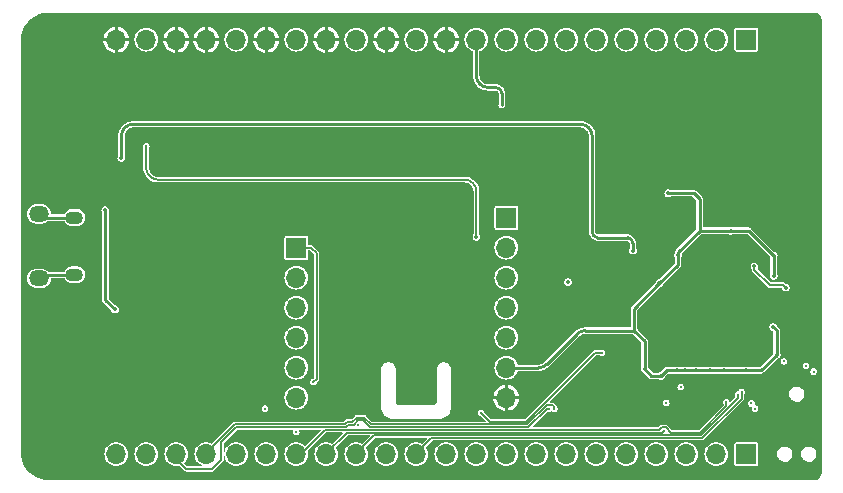
<source format=gbr>
%TF.GenerationSoftware,KiCad,Pcbnew,(6.0.0)*%
%TF.CreationDate,2022-01-25T13:51:39-08:00*%
%TF.ProjectId,nrf5340_qkaa_rev1_sensor,6e726635-3334-4305-9f71-6b61615f7265,rev?*%
%TF.SameCoordinates,Original*%
%TF.FileFunction,Copper,L4,Bot*%
%TF.FilePolarity,Positive*%
%FSLAX46Y46*%
G04 Gerber Fmt 4.6, Leading zero omitted, Abs format (unit mm)*
G04 Created by KiCad (PCBNEW (6.0.0)) date 2022-01-25 13:51:39*
%MOMM*%
%LPD*%
G01*
G04 APERTURE LIST*
%TA.AperFunction,ComponentPad*%
%ADD10C,3.500000*%
%TD*%
%TA.AperFunction,ComponentPad*%
%ADD11R,1.700000X1.700000*%
%TD*%
%TA.AperFunction,ComponentPad*%
%ADD12O,1.700000X1.700000*%
%TD*%
%TA.AperFunction,ComponentPad*%
%ADD13O,1.700000X1.350000*%
%TD*%
%TA.AperFunction,ComponentPad*%
%ADD14O,1.500000X1.100000*%
%TD*%
%TA.AperFunction,ViaPad*%
%ADD15C,0.254000*%
%TD*%
%TA.AperFunction,ViaPad*%
%ADD16C,0.500000*%
%TD*%
%TA.AperFunction,ViaPad*%
%ADD17C,0.355600*%
%TD*%
%TA.AperFunction,Conductor*%
%ADD18C,0.127000*%
%TD*%
%TA.AperFunction,Conductor*%
%ADD19C,0.180000*%
%TD*%
%TA.AperFunction,Conductor*%
%ADD20C,0.241300*%
%TD*%
%TA.AperFunction,Conductor*%
%ADD21C,0.177800*%
%TD*%
G04 APERTURE END LIST*
D10*
%TO.P,H2,1,1*%
%TO.N,GND*%
X42400000Y-85100000D03*
%TD*%
D11*
%TO.P,P1,1,Pin_1*%
%TO.N,/P0.27{slash}AIN6*%
X101600000Y-85090000D03*
D12*
%TO.P,P1,2,Pin_2*%
%TO.N,/P0.26{slash}AIN5*%
X99060000Y-85090000D03*
%TO.P,P1,3,Pin_3*%
%TO.N,/P0.25{slash}AIN4*%
X96520000Y-85090000D03*
%TO.P,P1,4,Pin_4*%
%TO.N,/P0.24*%
X93980000Y-85090000D03*
%TO.P,P1,5,Pin_5*%
%TO.N,/P0.23*%
X91440000Y-85090000D03*
%TO.P,P1,6,Pin_6*%
%TO.N,/P0.22*%
X88900000Y-85090000D03*
%TO.P,P1,7,Pin_7*%
%TO.N,/P0.21*%
X86360000Y-85090000D03*
%TO.P,P1,8,Pin_8*%
%TO.N,/P0.20*%
X83820000Y-85090000D03*
%TO.P,P1,9,Pin_9*%
%TO.N,/P0.19*%
X81280000Y-85090000D03*
%TO.P,P1,10,Pin_10*%
%TO.N,/P1.10*%
X78740000Y-85090000D03*
%TO.P,P1,11,Pin_11*%
%TO.N,/P1.09*%
X76200000Y-85090000D03*
%TO.P,P1,12,Pin_12*%
%TO.N,/P1.08*%
X73660000Y-85090000D03*
%TO.P,P1,13,Pin_13*%
%TO.N,/P1.07*%
X71120000Y-85090000D03*
%TO.P,P1,14,Pin_14*%
%TO.N,/P1.06*%
X68580000Y-85090000D03*
%TO.P,P1,15,Pin_15*%
%TO.N,/P1.05*%
X66040000Y-85090000D03*
%TO.P,P1,16,Pin_16*%
%TO.N,/P1.04*%
X63500000Y-85090000D03*
%TO.P,P1,17,Pin_17*%
%TO.N,/P1.03{slash}I2C*%
X60960000Y-85090000D03*
%TO.P,P1,18,Pin_18*%
%TO.N,/P1.02{slash}I2C*%
X58420000Y-85090000D03*
%TO.P,P1,19,Pin_19*%
%TO.N,/P0.03{slash}NFC2*%
X55880000Y-85090000D03*
%TO.P,P1,20,Pin_20*%
%TO.N,/P0.02{slash}NFC1*%
X53340000Y-85090000D03*
%TO.P,P1,21,Pin_21*%
%TO.N,/P0.29*%
X50800000Y-85090000D03*
%TO.P,P1,22,Pin_22*%
%TO.N,/P0.28{slash}AIN7*%
X48260000Y-85090000D03*
%TD*%
D10*
%TO.P,H1,1,1*%
%TO.N,GND*%
X42400000Y-49900000D03*
%TD*%
D11*
%TO.P,P3,1,Pin_1*%
%TO.N,/P0.08{slash}TRACEDATA_3*%
X81280000Y-65080007D03*
D12*
%TO.P,P3,2,Pin_2*%
%TO.N,/P0.09{slash}TRACEDATA_2*%
X81280000Y-67620007D03*
%TO.P,P3,3,Pin_3*%
%TO.N,/P0.10{slash}TRACEDATA_1*%
X81280000Y-70160007D03*
%TO.P,P3,4,Pin_4*%
%TO.N,/P0.11{slash}TRACEDATA_0*%
X81280000Y-72700007D03*
%TO.P,P3,5,Pin_5*%
%TO.N,/P0.12{slash}TRACECLK*%
X81280000Y-75240007D03*
%TO.P,P3,6,Pin_6*%
%TO.N,VDD*%
X81280000Y-77780007D03*
%TO.P,P3,7,Pin_7*%
%TO.N,GND*%
X81280000Y-80320007D03*
%TD*%
D11*
%TO.P,P2,1,Pin_1*%
%TO.N,/P0.30*%
X101600000Y-50000000D03*
D12*
%TO.P,P2,2,Pin_2*%
%TO.N,/P0.31*%
X99060000Y-50000000D03*
%TO.P,P2,3,Pin_3*%
%TO.N,/P1.11*%
X96520000Y-50000000D03*
%TO.P,P2,4,Pin_4*%
%TO.N,/P1.12*%
X93980000Y-50000000D03*
%TO.P,P2,5,Pin_5*%
%TO.N,/P1.13*%
X91440000Y-50000000D03*
%TO.P,P2,6,Pin_6*%
%TO.N,/P1.14*%
X88900000Y-50000000D03*
%TO.P,P2,7,Pin_7*%
%TO.N,/P1.15*%
X86360000Y-50000000D03*
%TO.P,P2,8,Pin_8*%
%TO.N,/P1.00*%
X83820000Y-50000000D03*
%TO.P,P2,9,Pin_9*%
%TO.N,/P1.01*%
X81280000Y-50000000D03*
%TO.P,P2,10,Pin_10*%
%TO.N,/VDDH_EXT*%
X78740000Y-50000000D03*
%TO.P,P2,11,Pin_11*%
%TO.N,GND*%
X76200000Y-50000000D03*
%TO.P,P2,12,Pin_12*%
%TO.N,/P0.04{slash}AIN0*%
X73660000Y-50000000D03*
%TO.P,P2,13,Pin_13*%
%TO.N,GND*%
X71120000Y-50000000D03*
%TO.P,P2,14,Pin_14*%
%TO.N,/P0.05{slash}AIN1*%
X68580000Y-50000000D03*
%TO.P,P2,15,Pin_15*%
%TO.N,GND*%
X66040000Y-50000000D03*
%TO.P,P2,16,Pin_16*%
%TO.N,/P0.06{slash}AIN2*%
X63500000Y-50000000D03*
%TO.P,P2,17,Pin_17*%
%TO.N,GND*%
X60960000Y-50000000D03*
%TO.P,P2,18,Pin_18*%
%TO.N,/P0.07{slash}AIN3*%
X58420000Y-50000000D03*
%TO.P,P2,19,Pin_19*%
%TO.N,GND*%
X55880000Y-50000000D03*
%TO.P,P2,20,Pin_20*%
X53340000Y-50000000D03*
%TO.P,P2,21,Pin_21*%
%TO.N,/VDD_EXT*%
X50800000Y-50000000D03*
%TO.P,P2,22,Pin_22*%
%TO.N,GND*%
X48260000Y-50000000D03*
%TD*%
D11*
%TO.P,P4,1,Pin_1*%
%TO.N,/P0.18{slash}QSPI_CS*%
X63500000Y-67620007D03*
D12*
%TO.P,P4,2,Pin_2*%
%TO.N,/P0.14{slash}QSPI_1*%
X63500000Y-70160007D03*
%TO.P,P4,3,Pin_3*%
%TO.N,/P0.15{slash}QSPI_2*%
X63500000Y-72700007D03*
%TO.P,P4,4,Pin_4*%
%TO.N,/P0.13{slash}QSPI_0*%
X63500000Y-75240007D03*
%TO.P,P4,5,Pin_5*%
%TO.N,/P0.17{slash}QSPI_CLK*%
X63500000Y-77780007D03*
%TO.P,P4,6,Pin_6*%
%TO.N,/P0.16{slash}QSPI_3*%
X63500000Y-80320007D03*
%TD*%
D13*
%TO.P,USB1,6,Shield*%
%TO.N,/SHIELD*%
X41720000Y-70210000D03*
D14*
X44720000Y-65060000D03*
X44720000Y-69900000D03*
D13*
X41720000Y-64750000D03*
%TD*%
D15*
%TO.N,/P0.03{slash}NFC2*%
X85350000Y-81250000D03*
%TO.N,/P0.29*%
X106650000Y-77600000D03*
%TO.N,/P0.09{slash}TRACEDATA_2*%
X96050000Y-79410000D03*
%TO.N,/P0.28{slash}AIN7*%
X104780000Y-77220000D03*
D16*
%TO.N,GND*%
X97275000Y-71725000D03*
X97275000Y-74225000D03*
D17*
X53530000Y-68520000D03*
D16*
X99975000Y-75475000D03*
X101325000Y-71725000D03*
D17*
X69390000Y-60630000D03*
X106800000Y-65900000D03*
D16*
X101325000Y-74225000D03*
D17*
X106730000Y-49040000D03*
X106270000Y-75240000D03*
X73660000Y-79869995D03*
X97650000Y-68025000D03*
X95150000Y-65940000D03*
X72290000Y-75270000D03*
X67090000Y-77280000D03*
X89760000Y-62030000D03*
X104760000Y-68740000D03*
X74160000Y-78080000D03*
D16*
X101325000Y-75475000D03*
D17*
X104290000Y-56110000D03*
X76190000Y-71680000D03*
X105200000Y-73600000D03*
X103530000Y-78200000D03*
X51500000Y-71980000D03*
D16*
X99975000Y-74225000D03*
D17*
X106150000Y-73600000D03*
X106930000Y-73600000D03*
X91290000Y-68530000D03*
X91550000Y-70070000D03*
X100930000Y-63560000D03*
X104340000Y-71940000D03*
X69930000Y-81130000D03*
X60230000Y-60590000D03*
D16*
X99975000Y-72975000D03*
D17*
X95320000Y-79050000D03*
X47540000Y-73290000D03*
X64940000Y-64420000D03*
X91300000Y-67450000D03*
X96220000Y-65940000D03*
X96570000Y-64020000D03*
X85420000Y-72960000D03*
X85480000Y-78260000D03*
X68300000Y-72190000D03*
X84280000Y-67990000D03*
D16*
X101325000Y-72975000D03*
D17*
X78180000Y-76630000D03*
X106940000Y-68020000D03*
X85420000Y-60610000D03*
X106900000Y-71725000D03*
X92750000Y-64730000D03*
D16*
X98625000Y-74225000D03*
D17*
X73120000Y-60880000D03*
X105580000Y-71810000D03*
X73660000Y-78969997D03*
X89620000Y-73050000D03*
X101280000Y-68430000D03*
X104150000Y-82060000D03*
X71920000Y-77130000D03*
X90900000Y-78950000D03*
X59880000Y-64200000D03*
X91220000Y-71090000D03*
X89800000Y-65030000D03*
X98200000Y-78900000D03*
X68130000Y-74720000D03*
X104590000Y-70030000D03*
X56090000Y-60940000D03*
X77190000Y-68310000D03*
X92730000Y-78880000D03*
D16*
X97275000Y-75475000D03*
D17*
X94060000Y-63960000D03*
X77410000Y-81710000D03*
X103540000Y-84990000D03*
D16*
X97275000Y-72975000D03*
D17*
X92130000Y-71090000D03*
X75510000Y-75960000D03*
X77920000Y-74380000D03*
X93775000Y-70075000D03*
X104110000Y-83320000D03*
X84630000Y-64500000D03*
X104040000Y-63170000D03*
X76550000Y-64560000D03*
X98190000Y-69420000D03*
X102810000Y-60310000D03*
X106700000Y-58180000D03*
X105750000Y-70980000D03*
X102550000Y-65900000D03*
X55300000Y-65040000D03*
X103140000Y-82820000D03*
X90230000Y-77950000D03*
X106700000Y-62090000D03*
X87710000Y-76040000D03*
D16*
X98625000Y-71725000D03*
D17*
X103300000Y-73120000D03*
X75389994Y-77180008D03*
X101600000Y-56930000D03*
X106500000Y-53870000D03*
X69390000Y-77300000D03*
X94050000Y-80650000D03*
X71110000Y-63890000D03*
X95450009Y-71800009D03*
X104900000Y-65900000D03*
X87820000Y-81350000D03*
X66270000Y-80970000D03*
X103160000Y-52880000D03*
X106500000Y-67100000D03*
X79740000Y-60370000D03*
X75040000Y-74390000D03*
X103430000Y-71200000D03*
D16*
X98625000Y-72975000D03*
D17*
X96470000Y-78620000D03*
X101200000Y-78900000D03*
X104770000Y-80370000D03*
X97000000Y-65900000D03*
X100300000Y-66780000D03*
X64460000Y-60850000D03*
D16*
X99975000Y-71725000D03*
D17*
X94010000Y-72880000D03*
X48450000Y-71750000D03*
D16*
X98625000Y-75475000D03*
D17*
X92720008Y-68429988D03*
%TO.N,/Radio Sheet/DECR*%
X102290000Y-69190000D03*
X104940000Y-70990000D03*
%TO.N,VDD*%
X103920011Y-68280001D03*
X95000000Y-63000000D03*
X96419187Y-77999996D03*
X98550000Y-78000000D03*
X95830009Y-68229988D03*
X92990000Y-77880000D03*
X95700000Y-77999996D03*
X100289995Y-66169997D03*
X97300009Y-77999996D03*
X94239994Y-70614997D03*
X101570000Y-78000000D03*
X104170000Y-76670000D03*
X103920011Y-70000012D03*
X103880000Y-74320000D03*
X94394441Y-78454441D03*
X99680000Y-78000000D03*
X92090000Y-74630000D03*
D15*
%TO.N,/P0.02{slash}NFC1*%
X84890000Y-81240000D03*
D17*
%TO.N,VBUS*%
X92000000Y-67850000D03*
X48691500Y-60018500D03*
D15*
%TO.N,/P1.10*%
X107310000Y-78100000D03*
%TO.N,/P1.09*%
X102350000Y-81230000D03*
%TO.N,/P1.08*%
X101200000Y-79830000D03*
%TO.N,/P1.07*%
X102040000Y-80800000D03*
%TO.N,/P1.06*%
X100908400Y-80046510D03*
%TO.N,/P1.05*%
X94600000Y-83110000D03*
%TO.N,/P1.04*%
X99900000Y-80690000D03*
%TO.N,/P1.03{slash}I2C*%
X79140000Y-81600000D03*
X89370000Y-76520000D03*
X60860000Y-81230000D03*
%TO.N,/P1.02{slash}I2C*%
X94830011Y-80740000D03*
X68742498Y-82612498D03*
%TO.N,/P0.16{slash}QSPI_3*%
X63500000Y-83210000D03*
%TO.N,/P0.18{slash}QSPI_CS*%
X64950000Y-78990000D03*
D17*
%TO.N,/VBUS_CONN*%
X47340000Y-64450000D03*
X48139993Y-72824997D03*
D15*
%TO.N,/VDDH_EXT*%
X80900000Y-55500000D03*
D17*
X86500000Y-70520000D03*
%TO.N,/VDD_EXT*%
X78750000Y-66700000D03*
D15*
X50800000Y-59020000D03*
%TD*%
D18*
%TO.N,/P0.03{slash}NFC2*%
X67805510Y-82361880D02*
X67587990Y-82579400D01*
X55880000Y-84987390D02*
X55880000Y-85000008D01*
X85350000Y-81090000D02*
X85200000Y-80940000D01*
X58287990Y-82579400D02*
X55880000Y-84987390D01*
X83050600Y-82579400D02*
X69825705Y-82579400D01*
X85200000Y-80940000D02*
X84690000Y-80940000D01*
X69236305Y-81990000D02*
X68630000Y-81990000D01*
X68258120Y-82361880D02*
X67805510Y-82361880D01*
X85350000Y-81250000D02*
X85350000Y-81090000D01*
X69825705Y-82579400D02*
X69236305Y-81990000D01*
X68630000Y-81990000D02*
X68258120Y-82361880D01*
X67587990Y-82579400D02*
X58287990Y-82579400D01*
X84690000Y-80940000D02*
X83050600Y-82579400D01*
D19*
%TO.N,/Radio Sheet/DECR*%
X102290000Y-69190000D02*
X102290000Y-69472258D01*
X103587742Y-70770000D02*
X104720000Y-70770000D01*
X104720000Y-70770000D02*
X104940000Y-70990000D01*
X102290000Y-69472258D02*
X103587742Y-70770000D01*
D20*
%TO.N,VDD*%
X97160000Y-63000000D02*
X97650003Y-63490003D01*
X94240000Y-70630000D02*
X95830009Y-69039991D01*
X103920000Y-70000000D02*
X103920000Y-68280012D01*
X102840000Y-78000000D02*
X104170000Y-76670000D01*
X94240000Y-70615003D02*
X94240000Y-70630000D01*
X101810007Y-66169997D02*
X100289995Y-66169997D01*
X95830000Y-67990000D02*
X95830000Y-68270005D01*
X99680000Y-78000000D02*
X101570000Y-78000000D01*
X104170000Y-74610000D02*
X104170000Y-76670000D01*
X92090000Y-74630000D02*
X92090000Y-72764991D01*
X96419187Y-77999996D02*
X95700000Y-77999996D01*
X83995779Y-77780007D02*
X81280000Y-77780007D01*
X100289995Y-66169997D02*
X97650003Y-66169997D01*
X92990000Y-77880000D02*
X92990000Y-75530000D01*
X87267107Y-74922893D02*
X84702886Y-77487114D01*
X103920011Y-68280001D02*
X101810007Y-66169997D01*
X94239994Y-70614997D02*
X94240000Y-70615003D01*
X92990000Y-75530000D02*
X92090000Y-74630000D01*
X97300000Y-78000000D02*
X98550000Y-78000000D01*
X95830009Y-69039991D02*
X95830009Y-68229988D01*
X101550000Y-78000000D02*
X102840000Y-78000000D01*
X93564441Y-78454441D02*
X92990000Y-77880000D01*
X92090000Y-72764991D02*
X94239994Y-70614997D01*
X95700000Y-77999996D02*
X94848886Y-77999996D01*
X92090000Y-74630000D02*
X87974214Y-74630000D01*
X97650003Y-66169997D02*
X95830000Y-67990000D01*
X103880000Y-74320000D02*
X104170000Y-74610000D01*
D21*
X94240000Y-70630000D02*
X94235000Y-70625000D01*
D20*
X94848886Y-77999996D02*
X94394441Y-78454441D01*
X97650003Y-63490003D02*
X97650003Y-66169997D01*
X97300009Y-77999996D02*
X96419187Y-77999996D01*
X98550000Y-78000000D02*
X99680000Y-78000000D01*
X95000000Y-63000000D02*
X97160000Y-63000000D01*
X94394441Y-78454441D02*
X93564441Y-78454441D01*
X83995779Y-77780006D02*
G75*
G03*
X84702885Y-77487113I3J999993D01*
G01*
X87974214Y-74630001D02*
G75*
G03*
X87267108Y-74922894I-3J-999993D01*
G01*
D18*
%TO.N,/P0.02{slash}NFC1*%
X83145090Y-82807520D02*
X69731215Y-82807520D01*
X68724490Y-82218120D02*
X68352610Y-82590000D01*
X54190000Y-86350000D02*
X53340000Y-85500000D01*
X84712610Y-81240000D02*
X83145090Y-82807520D01*
X67900000Y-82590000D02*
X67682480Y-82807520D01*
X56350000Y-86350000D02*
X54190000Y-86350000D01*
X53340000Y-85500000D02*
X53340000Y-85000008D01*
X84890000Y-81240000D02*
X84712610Y-81240000D01*
X69731215Y-82807520D02*
X69141815Y-82218120D01*
X58382480Y-82807520D02*
X57140000Y-84050000D01*
X67682480Y-82807520D02*
X58382480Y-82807520D01*
X57140000Y-84050000D02*
X57140000Y-85560000D01*
X69141815Y-82218120D02*
X68724490Y-82218120D01*
X57140000Y-85560000D02*
X56350000Y-86350000D01*
X68352610Y-82590000D02*
X67900000Y-82590000D01*
D20*
%TO.N,VBUS*%
X92000000Y-67250000D02*
X92000000Y-67850000D01*
X88548060Y-58151940D02*
X88548060Y-66249683D01*
X88996010Y-66750000D02*
X91563990Y-66750000D01*
X49691500Y-57160000D02*
X87540000Y-57160000D01*
X48691500Y-60018500D02*
X48691500Y-59573500D01*
X48693440Y-59571560D02*
X48693440Y-58061700D01*
X92000000Y-67250000D02*
G75*
G03*
X91565613Y-66751623I-505440J-2048D01*
G01*
X88550000Y-58160000D02*
G75*
G03*
X87550000Y-57160000I-999999J1D01*
G01*
X49691500Y-57160000D02*
G75*
G03*
X48693441Y-58061700I2161J-1005600D01*
G01*
X88984387Y-66750000D02*
G75*
G02*
X88550000Y-66251623I71053J500425D01*
G01*
D18*
%TO.N,/P1.08*%
X101200000Y-79830000D02*
X101200000Y-80390000D01*
X97870000Y-83720000D02*
X74940000Y-83720000D01*
X74940000Y-83720000D02*
X73660000Y-85000000D01*
X101200000Y-80390000D02*
X97870000Y-83720000D01*
%TO.N,/P1.06*%
X100908400Y-80046510D02*
X100908400Y-80358990D01*
X70088120Y-83491880D02*
X68580000Y-85000000D01*
X97775510Y-83491880D02*
X70088120Y-83491880D01*
X100908400Y-80358990D02*
X97775510Y-83491880D01*
%TO.N,/P1.05*%
X94446240Y-83263760D02*
X67776240Y-83263760D01*
X94600000Y-83110000D02*
X94446240Y-83263760D01*
X67776240Y-83263760D02*
X66040000Y-85000000D01*
%TO.N,/P1.04*%
X97681020Y-83263760D02*
X95223760Y-83263760D01*
X99900000Y-81044780D02*
X97681020Y-83263760D01*
X94778389Y-82818389D02*
X94441611Y-82818389D01*
X94441611Y-82818389D02*
X94224360Y-83035640D01*
X65914360Y-83035640D02*
X63950000Y-85000000D01*
X99900000Y-80690000D02*
X99900000Y-81044780D01*
X63950000Y-85000000D02*
X63500000Y-85000000D01*
X95223760Y-83263760D02*
X94778389Y-82818389D01*
X94224360Y-83035640D02*
X65914360Y-83035640D01*
%TO.N,/P1.03{slash}I2C*%
X82956110Y-82351280D02*
X88787401Y-76519989D01*
X79140000Y-81600000D02*
X79891280Y-82351280D01*
X88787401Y-76519989D02*
X89370002Y-76519989D01*
X79891280Y-82351280D02*
X82956110Y-82351280D01*
%TO.N,/P0.18{slash}QSPI_CS*%
X64740007Y-67620007D02*
X63500000Y-67620007D01*
X65220000Y-68100000D02*
X64740007Y-67620007D01*
X65220000Y-78720000D02*
X65220000Y-68100000D01*
X64950000Y-78990000D02*
X65220000Y-78720000D01*
D20*
%TO.N,/VBUS_CONN*%
X47340000Y-72025000D02*
X48140000Y-72825000D01*
X47340000Y-64450000D02*
X47340000Y-72025000D01*
%TO.N,/SHIELD*%
X42250000Y-69905000D02*
X41940000Y-70215000D01*
X42250000Y-65065000D02*
X41940000Y-64755000D01*
X44940000Y-65065000D02*
X42250000Y-65065000D01*
X44940000Y-69905000D02*
X42250000Y-69905000D01*
%TO.N,/VDDH_EXT*%
X80400000Y-54040000D02*
X79750000Y-54040000D01*
X78740000Y-50000000D02*
X78740000Y-53040000D01*
X80900000Y-55500000D02*
X80900000Y-54540000D01*
X78740000Y-53040000D02*
G75*
G03*
X79740000Y-54040000I999999J-1D01*
G01*
X80400000Y-54040000D02*
G75*
G02*
X80900000Y-54540000I-1J-500001D01*
G01*
D21*
%TO.N,/VDD_EXT*%
X50802021Y-60948292D02*
X50802021Y-59022021D01*
X78750000Y-66700000D02*
X78750000Y-62850000D01*
X77750000Y-61850000D02*
X51800000Y-61850000D01*
X50802021Y-59022021D02*
X50800000Y-59020000D01*
X77750000Y-61850000D02*
G75*
G02*
X78750000Y-62850000I1J-999999D01*
G01*
X50802021Y-60948292D02*
G75*
G03*
X51800000Y-61850000I1000078J103733D01*
G01*
%TD*%
%TA.AperFunction,Conductor*%
%TO.N,GND*%
G36*
X107608603Y-47712053D02*
G01*
X107679996Y-47770643D01*
X107704138Y-47790456D01*
X107709542Y-47795860D01*
X107829032Y-47941459D01*
X107833280Y-47947816D01*
X107922068Y-48113928D01*
X107924994Y-48120991D01*
X107979671Y-48301237D01*
X107981162Y-48308735D01*
X107999812Y-48498091D01*
X108000000Y-48501914D01*
X108000000Y-86498086D01*
X107999812Y-86501909D01*
X107993480Y-86566203D01*
X107981162Y-86691265D01*
X107979671Y-86698763D01*
X107924994Y-86879009D01*
X107922068Y-86886072D01*
X107833280Y-87052184D01*
X107829033Y-87058539D01*
X107756784Y-87146576D01*
X107709544Y-87204138D01*
X107704140Y-87209542D01*
X107678622Y-87230484D01*
X107608603Y-87287947D01*
X107583862Y-87296800D01*
X42527516Y-87296800D01*
X42518776Y-87295808D01*
X42504645Y-87292558D01*
X42504643Y-87292558D01*
X42500364Y-87291574D01*
X42487481Y-87294489D01*
X42476523Y-87295380D01*
X42347442Y-87287572D01*
X42225503Y-87280196D01*
X42220828Y-87279628D01*
X41952662Y-87230484D01*
X41948089Y-87229357D01*
X41687794Y-87148246D01*
X41683391Y-87146576D01*
X41434773Y-87034682D01*
X41430612Y-87032499D01*
X41197275Y-86891442D01*
X41193414Y-86888776D01*
X41180948Y-86879009D01*
X40978796Y-86720633D01*
X40975271Y-86717510D01*
X40782490Y-86524729D01*
X40779367Y-86521204D01*
X40611224Y-86306586D01*
X40608558Y-86302725D01*
X40467501Y-86069388D01*
X40465318Y-86065227D01*
X40353424Y-85816609D01*
X40351754Y-85812206D01*
X40270643Y-85551911D01*
X40269516Y-85547338D01*
X40220372Y-85279172D01*
X40219804Y-85274497D01*
X40207795Y-85075963D01*
X47254757Y-85075963D01*
X47271175Y-85271483D01*
X47271699Y-85273312D01*
X47271700Y-85273315D01*
X47319722Y-85440784D01*
X47325258Y-85460091D01*
X47414944Y-85634601D01*
X47416130Y-85636097D01*
X47416131Y-85636099D01*
X47489252Y-85728355D01*
X47536818Y-85788369D01*
X47538268Y-85789603D01*
X47538269Y-85789604D01*
X47611528Y-85851952D01*
X47686238Y-85915535D01*
X47687905Y-85916466D01*
X47687904Y-85916466D01*
X47855846Y-86010326D01*
X47855851Y-86010328D01*
X47857513Y-86011257D01*
X47859326Y-86011846D01*
X47859328Y-86011847D01*
X48042301Y-86071299D01*
X48042305Y-86071300D01*
X48044118Y-86071889D01*
X48046010Y-86072115D01*
X48046012Y-86072115D01*
X48200193Y-86090500D01*
X48238946Y-86095121D01*
X48434576Y-86080068D01*
X48436412Y-86079555D01*
X48436414Y-86079555D01*
X48559063Y-86045310D01*
X48623556Y-86027303D01*
X48798689Y-85938837D01*
X48943231Y-85825909D01*
X48951798Y-85819216D01*
X48951800Y-85819214D01*
X48953303Y-85818040D01*
X49081509Y-85669511D01*
X49178425Y-85498909D01*
X49240358Y-85312732D01*
X49264949Y-85118071D01*
X49265341Y-85090000D01*
X49263965Y-85075963D01*
X49794757Y-85075963D01*
X49811175Y-85271483D01*
X49811699Y-85273312D01*
X49811700Y-85273315D01*
X49859722Y-85440784D01*
X49865258Y-85460091D01*
X49954944Y-85634601D01*
X49956130Y-85636097D01*
X49956131Y-85636099D01*
X50029252Y-85728355D01*
X50076818Y-85788369D01*
X50078268Y-85789603D01*
X50078269Y-85789604D01*
X50151528Y-85851952D01*
X50226238Y-85915535D01*
X50227905Y-85916466D01*
X50227904Y-85916466D01*
X50395846Y-86010326D01*
X50395851Y-86010328D01*
X50397513Y-86011257D01*
X50399326Y-86011846D01*
X50399328Y-86011847D01*
X50582301Y-86071299D01*
X50582305Y-86071300D01*
X50584118Y-86071889D01*
X50586010Y-86072115D01*
X50586012Y-86072115D01*
X50740193Y-86090500D01*
X50778946Y-86095121D01*
X50974576Y-86080068D01*
X50976412Y-86079555D01*
X50976414Y-86079555D01*
X51099063Y-86045310D01*
X51163556Y-86027303D01*
X51338689Y-85938837D01*
X51483231Y-85825909D01*
X51491798Y-85819216D01*
X51491800Y-85819214D01*
X51493303Y-85818040D01*
X51621509Y-85669511D01*
X51718425Y-85498909D01*
X51780358Y-85312732D01*
X51804949Y-85118071D01*
X51805341Y-85090000D01*
X51803965Y-85075963D01*
X52334757Y-85075963D01*
X52351175Y-85271483D01*
X52351699Y-85273312D01*
X52351700Y-85273315D01*
X52399722Y-85440784D01*
X52405258Y-85460091D01*
X52494944Y-85634601D01*
X52496130Y-85636097D01*
X52496131Y-85636099D01*
X52569252Y-85728355D01*
X52616818Y-85788369D01*
X52618268Y-85789603D01*
X52618269Y-85789604D01*
X52691528Y-85851952D01*
X52766238Y-85915535D01*
X52767905Y-85916466D01*
X52767904Y-85916466D01*
X52935846Y-86010326D01*
X52935851Y-86010328D01*
X52937513Y-86011257D01*
X52939326Y-86011846D01*
X52939328Y-86011847D01*
X53122301Y-86071299D01*
X53122305Y-86071300D01*
X53124118Y-86071889D01*
X53126010Y-86072115D01*
X53126012Y-86072115D01*
X53280193Y-86090500D01*
X53318946Y-86095121D01*
X53514576Y-86080068D01*
X53516412Y-86079555D01*
X53516414Y-86079555D01*
X53573028Y-86063748D01*
X53602661Y-86067334D01*
X53611093Y-86073734D01*
X54008166Y-86470807D01*
X54015746Y-86481503D01*
X54018215Y-86486644D01*
X54032523Y-86498086D01*
X54045427Y-86508406D01*
X54048646Y-86511287D01*
X54055738Y-86518379D01*
X54057593Y-86519545D01*
X54063949Y-86523540D01*
X54067553Y-86526101D01*
X54094465Y-86547623D01*
X54098744Y-86548607D01*
X54098746Y-86548608D01*
X54100341Y-86548975D01*
X54112349Y-86553961D01*
X54113730Y-86554829D01*
X54113732Y-86554830D01*
X54117451Y-86557167D01*
X54121815Y-86557660D01*
X54121817Y-86557661D01*
X54151675Y-86561036D01*
X54156034Y-86561781D01*
X54163535Y-86563506D01*
X54163539Y-86563506D01*
X54165685Y-86564000D01*
X54175696Y-86564000D01*
X54180077Y-86564247D01*
X54210105Y-86567642D01*
X54210106Y-86567642D01*
X54214468Y-86568135D01*
X54218614Y-86566687D01*
X54218616Y-86566687D01*
X54220066Y-86566181D01*
X54232924Y-86564000D01*
X56306851Y-86564000D01*
X56319773Y-86566203D01*
X56325152Y-86568092D01*
X56359777Y-86564239D01*
X56364089Y-86564000D01*
X56374124Y-86564000D01*
X56383589Y-86561841D01*
X56387940Y-86561105D01*
X56422187Y-86557294D01*
X56425907Y-86554965D01*
X56425909Y-86554964D01*
X56427293Y-86554097D01*
X56439318Y-86549128D01*
X56440906Y-86548766D01*
X56440907Y-86548766D01*
X56445189Y-86547789D01*
X56448625Y-86545051D01*
X56448627Y-86545050D01*
X56472129Y-86526323D01*
X56475736Y-86523769D01*
X56482256Y-86519687D01*
X56482262Y-86519683D01*
X56484128Y-86518514D01*
X56491204Y-86511438D01*
X56494476Y-86508514D01*
X56518111Y-86489681D01*
X56518113Y-86489679D01*
X56521546Y-86486943D01*
X56524121Y-86481604D01*
X56531670Y-86470972D01*
X57260807Y-85741834D01*
X57271503Y-85734254D01*
X57272684Y-85733687D01*
X57272685Y-85733686D01*
X57276644Y-85731785D01*
X57298407Y-85704572D01*
X57301287Y-85701354D01*
X57308379Y-85694262D01*
X57313540Y-85686051D01*
X57316101Y-85682447D01*
X57334881Y-85658964D01*
X57334881Y-85658963D01*
X57337623Y-85655535D01*
X57338607Y-85651256D01*
X57338608Y-85651254D01*
X57338975Y-85649659D01*
X57343961Y-85637651D01*
X57344829Y-85636270D01*
X57344830Y-85636268D01*
X57347167Y-85632549D01*
X57348817Y-85617960D01*
X57351036Y-85598325D01*
X57351781Y-85593966D01*
X57353506Y-85586465D01*
X57353506Y-85586461D01*
X57354000Y-85584315D01*
X57354000Y-85574304D01*
X57354247Y-85569923D01*
X57357642Y-85539895D01*
X57357642Y-85539894D01*
X57358135Y-85535532D01*
X57356687Y-85531386D01*
X57356687Y-85531384D01*
X57356181Y-85529934D01*
X57354000Y-85517076D01*
X57354000Y-85278495D01*
X57365423Y-85250918D01*
X57393000Y-85239495D01*
X57420577Y-85250918D01*
X57431137Y-85271032D01*
X57431175Y-85271483D01*
X57431699Y-85273312D01*
X57431700Y-85273315D01*
X57479722Y-85440784D01*
X57485258Y-85460091D01*
X57574944Y-85634601D01*
X57576130Y-85636097D01*
X57576131Y-85636099D01*
X57649252Y-85728355D01*
X57696818Y-85788369D01*
X57698268Y-85789603D01*
X57698269Y-85789604D01*
X57771528Y-85851952D01*
X57846238Y-85915535D01*
X57847905Y-85916466D01*
X57847904Y-85916466D01*
X58015846Y-86010326D01*
X58015851Y-86010328D01*
X58017513Y-86011257D01*
X58019326Y-86011846D01*
X58019328Y-86011847D01*
X58202301Y-86071299D01*
X58202305Y-86071300D01*
X58204118Y-86071889D01*
X58206010Y-86072115D01*
X58206012Y-86072115D01*
X58360193Y-86090500D01*
X58398946Y-86095121D01*
X58594576Y-86080068D01*
X58596412Y-86079555D01*
X58596414Y-86079555D01*
X58719063Y-86045310D01*
X58783556Y-86027303D01*
X58958689Y-85938837D01*
X59103231Y-85825909D01*
X59111798Y-85819216D01*
X59111800Y-85819214D01*
X59113303Y-85818040D01*
X59241509Y-85669511D01*
X59338425Y-85498909D01*
X59400358Y-85312732D01*
X59424949Y-85118071D01*
X59425341Y-85090000D01*
X59423965Y-85075963D01*
X59954757Y-85075963D01*
X59971175Y-85271483D01*
X59971699Y-85273312D01*
X59971700Y-85273315D01*
X60019722Y-85440784D01*
X60025258Y-85460091D01*
X60114944Y-85634601D01*
X60116130Y-85636097D01*
X60116131Y-85636099D01*
X60189252Y-85728355D01*
X60236818Y-85788369D01*
X60238268Y-85789603D01*
X60238269Y-85789604D01*
X60311528Y-85851952D01*
X60386238Y-85915535D01*
X60387905Y-85916466D01*
X60387904Y-85916466D01*
X60555846Y-86010326D01*
X60555851Y-86010328D01*
X60557513Y-86011257D01*
X60559326Y-86011846D01*
X60559328Y-86011847D01*
X60742301Y-86071299D01*
X60742305Y-86071300D01*
X60744118Y-86071889D01*
X60746010Y-86072115D01*
X60746012Y-86072115D01*
X60900193Y-86090500D01*
X60938946Y-86095121D01*
X61134576Y-86080068D01*
X61136412Y-86079555D01*
X61136414Y-86079555D01*
X61259063Y-86045310D01*
X61323556Y-86027303D01*
X61498689Y-85938837D01*
X61643231Y-85825909D01*
X61651798Y-85819216D01*
X61651800Y-85819214D01*
X61653303Y-85818040D01*
X61781509Y-85669511D01*
X61878425Y-85498909D01*
X61940358Y-85312732D01*
X61964949Y-85118071D01*
X61965341Y-85090000D01*
X61963779Y-85074070D01*
X61946381Y-84896631D01*
X61946380Y-84896627D01*
X61946194Y-84894728D01*
X61889484Y-84706894D01*
X61883569Y-84695768D01*
X61798267Y-84535340D01*
X61797370Y-84533653D01*
X61673361Y-84381602D01*
X61671889Y-84380384D01*
X61523654Y-84257754D01*
X61523651Y-84257752D01*
X61522180Y-84256535D01*
X61460728Y-84223308D01*
X61351261Y-84164119D01*
X61351259Y-84164118D01*
X61349585Y-84163213D01*
X61233307Y-84127219D01*
X61163975Y-84105757D01*
X61163972Y-84105756D01*
X61162152Y-84105193D01*
X61160255Y-84104994D01*
X61160252Y-84104993D01*
X61064585Y-84094938D01*
X60967019Y-84084683D01*
X60965118Y-84084856D01*
X60965115Y-84084856D01*
X60773518Y-84102293D01*
X60773517Y-84102293D01*
X60771618Y-84102466D01*
X60769792Y-84103003D01*
X60769789Y-84103004D01*
X60707371Y-84121375D01*
X60583393Y-84157864D01*
X60581709Y-84158744D01*
X60581705Y-84158746D01*
X60450974Y-84227091D01*
X60409512Y-84248767D01*
X60256600Y-84371711D01*
X60248301Y-84381602D01*
X60135233Y-84516352D01*
X60130480Y-84522016D01*
X60035956Y-84693954D01*
X60035382Y-84695763D01*
X60035380Y-84695768D01*
X59993209Y-84828709D01*
X59976628Y-84880978D01*
X59974872Y-84896631D01*
X59961208Y-85018454D01*
X59954757Y-85075963D01*
X59423965Y-85075963D01*
X59423779Y-85074070D01*
X59406381Y-84896631D01*
X59406380Y-84896627D01*
X59406194Y-84894728D01*
X59349484Y-84706894D01*
X59343569Y-84695768D01*
X59258267Y-84535340D01*
X59257370Y-84533653D01*
X59133361Y-84381602D01*
X59131889Y-84380384D01*
X58983654Y-84257754D01*
X58983651Y-84257752D01*
X58982180Y-84256535D01*
X58920728Y-84223308D01*
X58811261Y-84164119D01*
X58811259Y-84164118D01*
X58809585Y-84163213D01*
X58693307Y-84127219D01*
X58623975Y-84105757D01*
X58623972Y-84105756D01*
X58622152Y-84105193D01*
X58620255Y-84104994D01*
X58620252Y-84104993D01*
X58524585Y-84094938D01*
X58427019Y-84084683D01*
X58425118Y-84084856D01*
X58425115Y-84084856D01*
X58233518Y-84102293D01*
X58233517Y-84102293D01*
X58231618Y-84102466D01*
X58229792Y-84103003D01*
X58229789Y-84103004D01*
X58167371Y-84121375D01*
X58043393Y-84157864D01*
X58041709Y-84158744D01*
X58041705Y-84158746D01*
X57910974Y-84227091D01*
X57869512Y-84248767D01*
X57716600Y-84371711D01*
X57708301Y-84381602D01*
X57595233Y-84516352D01*
X57590480Y-84522016D01*
X57495956Y-84693954D01*
X57495382Y-84695763D01*
X57495380Y-84695768D01*
X57453209Y-84828709D01*
X57436628Y-84880978D01*
X57434872Y-84896631D01*
X57431757Y-84924404D01*
X57417331Y-84950536D01*
X57388653Y-84958814D01*
X57362521Y-84944388D01*
X57354000Y-84920057D01*
X57354000Y-84154796D01*
X57365423Y-84127219D01*
X58459699Y-83032943D01*
X58487276Y-83021520D01*
X63219228Y-83021520D01*
X63246805Y-83032943D01*
X63258228Y-83060520D01*
X63251655Y-83082186D01*
X63238600Y-83101725D01*
X63237851Y-83105491D01*
X63237850Y-83105493D01*
X63217812Y-83206234D01*
X63217063Y-83210000D01*
X63217812Y-83213766D01*
X63237850Y-83314507D01*
X63237851Y-83314509D01*
X63238600Y-83318275D01*
X63299933Y-83410067D01*
X63303127Y-83412201D01*
X63388529Y-83469265D01*
X63388531Y-83469266D01*
X63391725Y-83471400D01*
X63395491Y-83472149D01*
X63395493Y-83472150D01*
X63496234Y-83492188D01*
X63500000Y-83492937D01*
X63503766Y-83492188D01*
X63604507Y-83472150D01*
X63604509Y-83472149D01*
X63608275Y-83471400D01*
X63611469Y-83469266D01*
X63611471Y-83469265D01*
X63696873Y-83412201D01*
X63700067Y-83410067D01*
X63761400Y-83318275D01*
X63762149Y-83314509D01*
X63762150Y-83314507D01*
X63782188Y-83213766D01*
X63782937Y-83210000D01*
X63782188Y-83206234D01*
X63762150Y-83105493D01*
X63762149Y-83105491D01*
X63761400Y-83101725D01*
X63748345Y-83082187D01*
X63742521Y-83052912D01*
X63759105Y-83028093D01*
X63780772Y-83021520D01*
X65531685Y-83021520D01*
X65559262Y-83032943D01*
X65570685Y-83060520D01*
X65559262Y-83088097D01*
X64902478Y-83744880D01*
X64267009Y-84380349D01*
X64239432Y-84391772D01*
X64213779Y-84381097D01*
X64213361Y-84381602D01*
X64063654Y-84257754D01*
X64063651Y-84257752D01*
X64062180Y-84256535D01*
X64000728Y-84223308D01*
X63891261Y-84164119D01*
X63891259Y-84164118D01*
X63889585Y-84163213D01*
X63773307Y-84127219D01*
X63703975Y-84105757D01*
X63703972Y-84105756D01*
X63702152Y-84105193D01*
X63700255Y-84104994D01*
X63700252Y-84104993D01*
X63604585Y-84094938D01*
X63507019Y-84084683D01*
X63505118Y-84084856D01*
X63505115Y-84084856D01*
X63313518Y-84102293D01*
X63313517Y-84102293D01*
X63311618Y-84102466D01*
X63309792Y-84103003D01*
X63309789Y-84103004D01*
X63247371Y-84121375D01*
X63123393Y-84157864D01*
X63121709Y-84158744D01*
X63121705Y-84158746D01*
X62990974Y-84227091D01*
X62949512Y-84248767D01*
X62796600Y-84371711D01*
X62788301Y-84381602D01*
X62675233Y-84516352D01*
X62670480Y-84522016D01*
X62575956Y-84693954D01*
X62575382Y-84695763D01*
X62575380Y-84695768D01*
X62533209Y-84828709D01*
X62516628Y-84880978D01*
X62514872Y-84896631D01*
X62501208Y-85018454D01*
X62494757Y-85075963D01*
X62511175Y-85271483D01*
X62511699Y-85273312D01*
X62511700Y-85273315D01*
X62559722Y-85440784D01*
X62565258Y-85460091D01*
X62654944Y-85634601D01*
X62656130Y-85636097D01*
X62656131Y-85636099D01*
X62729252Y-85728355D01*
X62776818Y-85788369D01*
X62778268Y-85789603D01*
X62778269Y-85789604D01*
X62851528Y-85851952D01*
X62926238Y-85915535D01*
X62927905Y-85916466D01*
X62927904Y-85916466D01*
X63095846Y-86010326D01*
X63095851Y-86010328D01*
X63097513Y-86011257D01*
X63099326Y-86011846D01*
X63099328Y-86011847D01*
X63282301Y-86071299D01*
X63282305Y-86071300D01*
X63284118Y-86071889D01*
X63286010Y-86072115D01*
X63286012Y-86072115D01*
X63440193Y-86090500D01*
X63478946Y-86095121D01*
X63674576Y-86080068D01*
X63676412Y-86079555D01*
X63676414Y-86079555D01*
X63799063Y-86045310D01*
X63863556Y-86027303D01*
X64038689Y-85938837D01*
X64183231Y-85825909D01*
X64191798Y-85819216D01*
X64191800Y-85819214D01*
X64193303Y-85818040D01*
X64321509Y-85669511D01*
X64418425Y-85498909D01*
X64480358Y-85312732D01*
X64504949Y-85118071D01*
X64505341Y-85090000D01*
X64486194Y-84894728D01*
X64463192Y-84818540D01*
X64466157Y-84788838D01*
X64472951Y-84779691D01*
X65991578Y-83261063D01*
X66019155Y-83249640D01*
X67393564Y-83249640D01*
X67421141Y-83261063D01*
X67432564Y-83288640D01*
X67421141Y-83316217D01*
X66543968Y-84193390D01*
X66516391Y-84204813D01*
X66497842Y-84200119D01*
X66431261Y-84164119D01*
X66431259Y-84164118D01*
X66429585Y-84163213D01*
X66313307Y-84127219D01*
X66243975Y-84105757D01*
X66243972Y-84105756D01*
X66242152Y-84105193D01*
X66240255Y-84104994D01*
X66240252Y-84104993D01*
X66144585Y-84094938D01*
X66047019Y-84084683D01*
X66045118Y-84084856D01*
X66045115Y-84084856D01*
X65853518Y-84102293D01*
X65853517Y-84102293D01*
X65851618Y-84102466D01*
X65849792Y-84103003D01*
X65849789Y-84103004D01*
X65787371Y-84121375D01*
X65663393Y-84157864D01*
X65661709Y-84158744D01*
X65661705Y-84158746D01*
X65530974Y-84227091D01*
X65489512Y-84248767D01*
X65336600Y-84371711D01*
X65328301Y-84381602D01*
X65215233Y-84516352D01*
X65210480Y-84522016D01*
X65115956Y-84693954D01*
X65115382Y-84695763D01*
X65115380Y-84695768D01*
X65073209Y-84828709D01*
X65056628Y-84880978D01*
X65054872Y-84896631D01*
X65041208Y-85018454D01*
X65034757Y-85075963D01*
X65051175Y-85271483D01*
X65051699Y-85273312D01*
X65051700Y-85273315D01*
X65099722Y-85440784D01*
X65105258Y-85460091D01*
X65194944Y-85634601D01*
X65196130Y-85636097D01*
X65196131Y-85636099D01*
X65269252Y-85728355D01*
X65316818Y-85788369D01*
X65318268Y-85789603D01*
X65318269Y-85789604D01*
X65391528Y-85851952D01*
X65466238Y-85915535D01*
X65467905Y-85916466D01*
X65467904Y-85916466D01*
X65635846Y-86010326D01*
X65635851Y-86010328D01*
X65637513Y-86011257D01*
X65639326Y-86011846D01*
X65639328Y-86011847D01*
X65822301Y-86071299D01*
X65822305Y-86071300D01*
X65824118Y-86071889D01*
X65826010Y-86072115D01*
X65826012Y-86072115D01*
X65980193Y-86090500D01*
X66018946Y-86095121D01*
X66214576Y-86080068D01*
X66216412Y-86079555D01*
X66216414Y-86079555D01*
X66339063Y-86045310D01*
X66403556Y-86027303D01*
X66578689Y-85938837D01*
X66723231Y-85825909D01*
X66731798Y-85819216D01*
X66731800Y-85819214D01*
X66733303Y-85818040D01*
X66861509Y-85669511D01*
X66958425Y-85498909D01*
X67020358Y-85312732D01*
X67044949Y-85118071D01*
X67045341Y-85090000D01*
X67043779Y-85074070D01*
X67026381Y-84896631D01*
X67026380Y-84896627D01*
X67026194Y-84894728D01*
X66969484Y-84706894D01*
X66963569Y-84695768D01*
X66878267Y-84535340D01*
X66877370Y-84533653D01*
X66876163Y-84532173D01*
X66876160Y-84532168D01*
X66868924Y-84523295D01*
X66860348Y-84494704D01*
X66871571Y-84471071D01*
X67853459Y-83489183D01*
X67881036Y-83477760D01*
X69705445Y-83477760D01*
X69733022Y-83489183D01*
X69744445Y-83516760D01*
X69733022Y-83544337D01*
X69083968Y-84193391D01*
X69056391Y-84204814D01*
X69037844Y-84200121D01*
X68969585Y-84163213D01*
X68853307Y-84127219D01*
X68783975Y-84105757D01*
X68783972Y-84105756D01*
X68782152Y-84105193D01*
X68780255Y-84104994D01*
X68780252Y-84104993D01*
X68684585Y-84094938D01*
X68587019Y-84084683D01*
X68585118Y-84084856D01*
X68585115Y-84084856D01*
X68393518Y-84102293D01*
X68393517Y-84102293D01*
X68391618Y-84102466D01*
X68389792Y-84103003D01*
X68389789Y-84103004D01*
X68327371Y-84121375D01*
X68203393Y-84157864D01*
X68201709Y-84158744D01*
X68201705Y-84158746D01*
X68070974Y-84227091D01*
X68029512Y-84248767D01*
X67876600Y-84371711D01*
X67868301Y-84381602D01*
X67755233Y-84516352D01*
X67750480Y-84522016D01*
X67655956Y-84693954D01*
X67655382Y-84695763D01*
X67655380Y-84695768D01*
X67613209Y-84828709D01*
X67596628Y-84880978D01*
X67594872Y-84896631D01*
X67581208Y-85018454D01*
X67574757Y-85075963D01*
X67591175Y-85271483D01*
X67591699Y-85273312D01*
X67591700Y-85273315D01*
X67639722Y-85440784D01*
X67645258Y-85460091D01*
X67734944Y-85634601D01*
X67736130Y-85636097D01*
X67736131Y-85636099D01*
X67809252Y-85728355D01*
X67856818Y-85788369D01*
X67858268Y-85789603D01*
X67858269Y-85789604D01*
X67931528Y-85851952D01*
X68006238Y-85915535D01*
X68007905Y-85916466D01*
X68007904Y-85916466D01*
X68175846Y-86010326D01*
X68175851Y-86010328D01*
X68177513Y-86011257D01*
X68179326Y-86011846D01*
X68179328Y-86011847D01*
X68362301Y-86071299D01*
X68362305Y-86071300D01*
X68364118Y-86071889D01*
X68366010Y-86072115D01*
X68366012Y-86072115D01*
X68520193Y-86090500D01*
X68558946Y-86095121D01*
X68754576Y-86080068D01*
X68756412Y-86079555D01*
X68756414Y-86079555D01*
X68879063Y-86045310D01*
X68943556Y-86027303D01*
X69118689Y-85938837D01*
X69263231Y-85825909D01*
X69271798Y-85819216D01*
X69271800Y-85819214D01*
X69273303Y-85818040D01*
X69401509Y-85669511D01*
X69498425Y-85498909D01*
X69560358Y-85312732D01*
X69584949Y-85118071D01*
X69585341Y-85090000D01*
X69583965Y-85075963D01*
X70114757Y-85075963D01*
X70131175Y-85271483D01*
X70131699Y-85273312D01*
X70131700Y-85273315D01*
X70179722Y-85440784D01*
X70185258Y-85460091D01*
X70274944Y-85634601D01*
X70276130Y-85636097D01*
X70276131Y-85636099D01*
X70349252Y-85728355D01*
X70396818Y-85788369D01*
X70398268Y-85789603D01*
X70398269Y-85789604D01*
X70471528Y-85851952D01*
X70546238Y-85915535D01*
X70547905Y-85916466D01*
X70547904Y-85916466D01*
X70715846Y-86010326D01*
X70715851Y-86010328D01*
X70717513Y-86011257D01*
X70719326Y-86011846D01*
X70719328Y-86011847D01*
X70902301Y-86071299D01*
X70902305Y-86071300D01*
X70904118Y-86071889D01*
X70906010Y-86072115D01*
X70906012Y-86072115D01*
X71060193Y-86090500D01*
X71098946Y-86095121D01*
X71294576Y-86080068D01*
X71296412Y-86079555D01*
X71296414Y-86079555D01*
X71419063Y-86045310D01*
X71483556Y-86027303D01*
X71658689Y-85938837D01*
X71803231Y-85825909D01*
X71811798Y-85819216D01*
X71811800Y-85819214D01*
X71813303Y-85818040D01*
X71941509Y-85669511D01*
X72038425Y-85498909D01*
X72100358Y-85312732D01*
X72124949Y-85118071D01*
X72125341Y-85090000D01*
X72123779Y-85074070D01*
X72106381Y-84896631D01*
X72106380Y-84896627D01*
X72106194Y-84894728D01*
X72049484Y-84706894D01*
X72043569Y-84695768D01*
X71958267Y-84535340D01*
X71957370Y-84533653D01*
X71833361Y-84381602D01*
X71831889Y-84380384D01*
X71683654Y-84257754D01*
X71683651Y-84257752D01*
X71682180Y-84256535D01*
X71620728Y-84223308D01*
X71511261Y-84164119D01*
X71511259Y-84164118D01*
X71509585Y-84163213D01*
X71393307Y-84127219D01*
X71323975Y-84105757D01*
X71323972Y-84105756D01*
X71322152Y-84105193D01*
X71320255Y-84104994D01*
X71320252Y-84104993D01*
X71224585Y-84094938D01*
X71127019Y-84084683D01*
X71125118Y-84084856D01*
X71125115Y-84084856D01*
X70933518Y-84102293D01*
X70933517Y-84102293D01*
X70931618Y-84102466D01*
X70929792Y-84103003D01*
X70929789Y-84103004D01*
X70867371Y-84121375D01*
X70743393Y-84157864D01*
X70741709Y-84158744D01*
X70741705Y-84158746D01*
X70610974Y-84227091D01*
X70569512Y-84248767D01*
X70416600Y-84371711D01*
X70408301Y-84381602D01*
X70295233Y-84516352D01*
X70290480Y-84522016D01*
X70195956Y-84693954D01*
X70195382Y-84695763D01*
X70195380Y-84695768D01*
X70153209Y-84828709D01*
X70136628Y-84880978D01*
X70134872Y-84896631D01*
X70121208Y-85018454D01*
X70114757Y-85075963D01*
X69583965Y-85075963D01*
X69583779Y-85074070D01*
X69566381Y-84896631D01*
X69566380Y-84896627D01*
X69566194Y-84894728D01*
X69509484Y-84706894D01*
X69503569Y-84695768D01*
X69418267Y-84535340D01*
X69417370Y-84533653D01*
X69408924Y-84523297D01*
X69400347Y-84494706D01*
X69411570Y-84471071D01*
X70165338Y-83717303D01*
X70192915Y-83705880D01*
X74557324Y-83705880D01*
X74584901Y-83717303D01*
X74596324Y-83744880D01*
X74584901Y-83772457D01*
X74163968Y-84193390D01*
X74136391Y-84204813D01*
X74117842Y-84200119D01*
X74051261Y-84164119D01*
X74051259Y-84164118D01*
X74049585Y-84163213D01*
X73933307Y-84127219D01*
X73863975Y-84105757D01*
X73863972Y-84105756D01*
X73862152Y-84105193D01*
X73860255Y-84104994D01*
X73860252Y-84104993D01*
X73764585Y-84094938D01*
X73667019Y-84084683D01*
X73665118Y-84084856D01*
X73665115Y-84084856D01*
X73473518Y-84102293D01*
X73473517Y-84102293D01*
X73471618Y-84102466D01*
X73469792Y-84103003D01*
X73469789Y-84103004D01*
X73407371Y-84121375D01*
X73283393Y-84157864D01*
X73281709Y-84158744D01*
X73281705Y-84158746D01*
X73150974Y-84227091D01*
X73109512Y-84248767D01*
X72956600Y-84371711D01*
X72948301Y-84381602D01*
X72835233Y-84516352D01*
X72830480Y-84522016D01*
X72735956Y-84693954D01*
X72735382Y-84695763D01*
X72735380Y-84695768D01*
X72693209Y-84828709D01*
X72676628Y-84880978D01*
X72674872Y-84896631D01*
X72661208Y-85018454D01*
X72654757Y-85075963D01*
X72671175Y-85271483D01*
X72671699Y-85273312D01*
X72671700Y-85273315D01*
X72719722Y-85440784D01*
X72725258Y-85460091D01*
X72814944Y-85634601D01*
X72816130Y-85636097D01*
X72816131Y-85636099D01*
X72889252Y-85728355D01*
X72936818Y-85788369D01*
X72938268Y-85789603D01*
X72938269Y-85789604D01*
X73011528Y-85851952D01*
X73086238Y-85915535D01*
X73087905Y-85916466D01*
X73087904Y-85916466D01*
X73255846Y-86010326D01*
X73255851Y-86010328D01*
X73257513Y-86011257D01*
X73259326Y-86011846D01*
X73259328Y-86011847D01*
X73442301Y-86071299D01*
X73442305Y-86071300D01*
X73444118Y-86071889D01*
X73446010Y-86072115D01*
X73446012Y-86072115D01*
X73600193Y-86090500D01*
X73638946Y-86095121D01*
X73834576Y-86080068D01*
X73836412Y-86079555D01*
X73836414Y-86079555D01*
X73959063Y-86045310D01*
X74023556Y-86027303D01*
X74198689Y-85938837D01*
X74343231Y-85825909D01*
X74351798Y-85819216D01*
X74351800Y-85819214D01*
X74353303Y-85818040D01*
X74481509Y-85669511D01*
X74578425Y-85498909D01*
X74640358Y-85312732D01*
X74664949Y-85118071D01*
X74665341Y-85090000D01*
X74663965Y-85075963D01*
X75194757Y-85075963D01*
X75211175Y-85271483D01*
X75211699Y-85273312D01*
X75211700Y-85273315D01*
X75259722Y-85440784D01*
X75265258Y-85460091D01*
X75354944Y-85634601D01*
X75356130Y-85636097D01*
X75356131Y-85636099D01*
X75429252Y-85728355D01*
X75476818Y-85788369D01*
X75478268Y-85789603D01*
X75478269Y-85789604D01*
X75551528Y-85851952D01*
X75626238Y-85915535D01*
X75627905Y-85916466D01*
X75627904Y-85916466D01*
X75795846Y-86010326D01*
X75795851Y-86010328D01*
X75797513Y-86011257D01*
X75799326Y-86011846D01*
X75799328Y-86011847D01*
X75982301Y-86071299D01*
X75982305Y-86071300D01*
X75984118Y-86071889D01*
X75986010Y-86072115D01*
X75986012Y-86072115D01*
X76140193Y-86090500D01*
X76178946Y-86095121D01*
X76374576Y-86080068D01*
X76376412Y-86079555D01*
X76376414Y-86079555D01*
X76499063Y-86045310D01*
X76563556Y-86027303D01*
X76738689Y-85938837D01*
X76883231Y-85825909D01*
X76891798Y-85819216D01*
X76891800Y-85819214D01*
X76893303Y-85818040D01*
X77021509Y-85669511D01*
X77118425Y-85498909D01*
X77180358Y-85312732D01*
X77204949Y-85118071D01*
X77205341Y-85090000D01*
X77203965Y-85075963D01*
X77734757Y-85075963D01*
X77751175Y-85271483D01*
X77751699Y-85273312D01*
X77751700Y-85273315D01*
X77799722Y-85440784D01*
X77805258Y-85460091D01*
X77894944Y-85634601D01*
X77896130Y-85636097D01*
X77896131Y-85636099D01*
X77969252Y-85728355D01*
X78016818Y-85788369D01*
X78018268Y-85789603D01*
X78018269Y-85789604D01*
X78091528Y-85851952D01*
X78166238Y-85915535D01*
X78167905Y-85916466D01*
X78167904Y-85916466D01*
X78335846Y-86010326D01*
X78335851Y-86010328D01*
X78337513Y-86011257D01*
X78339326Y-86011846D01*
X78339328Y-86011847D01*
X78522301Y-86071299D01*
X78522305Y-86071300D01*
X78524118Y-86071889D01*
X78526010Y-86072115D01*
X78526012Y-86072115D01*
X78680193Y-86090500D01*
X78718946Y-86095121D01*
X78914576Y-86080068D01*
X78916412Y-86079555D01*
X78916414Y-86079555D01*
X79039063Y-86045310D01*
X79103556Y-86027303D01*
X79278689Y-85938837D01*
X79423231Y-85825909D01*
X79431798Y-85819216D01*
X79431800Y-85819214D01*
X79433303Y-85818040D01*
X79561509Y-85669511D01*
X79658425Y-85498909D01*
X79720358Y-85312732D01*
X79744949Y-85118071D01*
X79745341Y-85090000D01*
X79743965Y-85075963D01*
X80274757Y-85075963D01*
X80291175Y-85271483D01*
X80291699Y-85273312D01*
X80291700Y-85273315D01*
X80339722Y-85440784D01*
X80345258Y-85460091D01*
X80434944Y-85634601D01*
X80436130Y-85636097D01*
X80436131Y-85636099D01*
X80509252Y-85728355D01*
X80556818Y-85788369D01*
X80558268Y-85789603D01*
X80558269Y-85789604D01*
X80631528Y-85851952D01*
X80706238Y-85915535D01*
X80707905Y-85916466D01*
X80707904Y-85916466D01*
X80875846Y-86010326D01*
X80875851Y-86010328D01*
X80877513Y-86011257D01*
X80879326Y-86011846D01*
X80879328Y-86011847D01*
X81062301Y-86071299D01*
X81062305Y-86071300D01*
X81064118Y-86071889D01*
X81066010Y-86072115D01*
X81066012Y-86072115D01*
X81220193Y-86090500D01*
X81258946Y-86095121D01*
X81454576Y-86080068D01*
X81456412Y-86079555D01*
X81456414Y-86079555D01*
X81579063Y-86045310D01*
X81643556Y-86027303D01*
X81818689Y-85938837D01*
X81963231Y-85825909D01*
X81971798Y-85819216D01*
X81971800Y-85819214D01*
X81973303Y-85818040D01*
X82101509Y-85669511D01*
X82198425Y-85498909D01*
X82260358Y-85312732D01*
X82284949Y-85118071D01*
X82285341Y-85090000D01*
X82283965Y-85075963D01*
X82814757Y-85075963D01*
X82831175Y-85271483D01*
X82831699Y-85273312D01*
X82831700Y-85273315D01*
X82879722Y-85440784D01*
X82885258Y-85460091D01*
X82974944Y-85634601D01*
X82976130Y-85636097D01*
X82976131Y-85636099D01*
X83049252Y-85728355D01*
X83096818Y-85788369D01*
X83098268Y-85789603D01*
X83098269Y-85789604D01*
X83171528Y-85851952D01*
X83246238Y-85915535D01*
X83247905Y-85916466D01*
X83247904Y-85916466D01*
X83415846Y-86010326D01*
X83415851Y-86010328D01*
X83417513Y-86011257D01*
X83419326Y-86011846D01*
X83419328Y-86011847D01*
X83602301Y-86071299D01*
X83602305Y-86071300D01*
X83604118Y-86071889D01*
X83606010Y-86072115D01*
X83606012Y-86072115D01*
X83760193Y-86090500D01*
X83798946Y-86095121D01*
X83994576Y-86080068D01*
X83996412Y-86079555D01*
X83996414Y-86079555D01*
X84119063Y-86045310D01*
X84183556Y-86027303D01*
X84358689Y-85938837D01*
X84503231Y-85825909D01*
X84511798Y-85819216D01*
X84511800Y-85819214D01*
X84513303Y-85818040D01*
X84641509Y-85669511D01*
X84738425Y-85498909D01*
X84800358Y-85312732D01*
X84824949Y-85118071D01*
X84825341Y-85090000D01*
X84823965Y-85075963D01*
X85354757Y-85075963D01*
X85371175Y-85271483D01*
X85371699Y-85273312D01*
X85371700Y-85273315D01*
X85419722Y-85440784D01*
X85425258Y-85460091D01*
X85514944Y-85634601D01*
X85516130Y-85636097D01*
X85516131Y-85636099D01*
X85589252Y-85728355D01*
X85636818Y-85788369D01*
X85638268Y-85789603D01*
X85638269Y-85789604D01*
X85711528Y-85851952D01*
X85786238Y-85915535D01*
X85787905Y-85916466D01*
X85787904Y-85916466D01*
X85955846Y-86010326D01*
X85955851Y-86010328D01*
X85957513Y-86011257D01*
X85959326Y-86011846D01*
X85959328Y-86011847D01*
X86142301Y-86071299D01*
X86142305Y-86071300D01*
X86144118Y-86071889D01*
X86146010Y-86072115D01*
X86146012Y-86072115D01*
X86300193Y-86090500D01*
X86338946Y-86095121D01*
X86534576Y-86080068D01*
X86536412Y-86079555D01*
X86536414Y-86079555D01*
X86659063Y-86045310D01*
X86723556Y-86027303D01*
X86898689Y-85938837D01*
X87043231Y-85825909D01*
X87051798Y-85819216D01*
X87051800Y-85819214D01*
X87053303Y-85818040D01*
X87181509Y-85669511D01*
X87278425Y-85498909D01*
X87340358Y-85312732D01*
X87364949Y-85118071D01*
X87365341Y-85090000D01*
X87363965Y-85075963D01*
X87894757Y-85075963D01*
X87911175Y-85271483D01*
X87911699Y-85273312D01*
X87911700Y-85273315D01*
X87959722Y-85440784D01*
X87965258Y-85460091D01*
X88054944Y-85634601D01*
X88056130Y-85636097D01*
X88056131Y-85636099D01*
X88129252Y-85728355D01*
X88176818Y-85788369D01*
X88178268Y-85789603D01*
X88178269Y-85789604D01*
X88251528Y-85851952D01*
X88326238Y-85915535D01*
X88327905Y-85916466D01*
X88327904Y-85916466D01*
X88495846Y-86010326D01*
X88495851Y-86010328D01*
X88497513Y-86011257D01*
X88499326Y-86011846D01*
X88499328Y-86011847D01*
X88682301Y-86071299D01*
X88682305Y-86071300D01*
X88684118Y-86071889D01*
X88686010Y-86072115D01*
X88686012Y-86072115D01*
X88840193Y-86090500D01*
X88878946Y-86095121D01*
X89074576Y-86080068D01*
X89076412Y-86079555D01*
X89076414Y-86079555D01*
X89199063Y-86045310D01*
X89263556Y-86027303D01*
X89438689Y-85938837D01*
X89583231Y-85825909D01*
X89591798Y-85819216D01*
X89591800Y-85819214D01*
X89593303Y-85818040D01*
X89721509Y-85669511D01*
X89818425Y-85498909D01*
X89880358Y-85312732D01*
X89904949Y-85118071D01*
X89905341Y-85090000D01*
X89903965Y-85075963D01*
X90434757Y-85075963D01*
X90451175Y-85271483D01*
X90451699Y-85273312D01*
X90451700Y-85273315D01*
X90499722Y-85440784D01*
X90505258Y-85460091D01*
X90594944Y-85634601D01*
X90596130Y-85636097D01*
X90596131Y-85636099D01*
X90669252Y-85728355D01*
X90716818Y-85788369D01*
X90718268Y-85789603D01*
X90718269Y-85789604D01*
X90791528Y-85851952D01*
X90866238Y-85915535D01*
X90867905Y-85916466D01*
X90867904Y-85916466D01*
X91035846Y-86010326D01*
X91035851Y-86010328D01*
X91037513Y-86011257D01*
X91039326Y-86011846D01*
X91039328Y-86011847D01*
X91222301Y-86071299D01*
X91222305Y-86071300D01*
X91224118Y-86071889D01*
X91226010Y-86072115D01*
X91226012Y-86072115D01*
X91380193Y-86090500D01*
X91418946Y-86095121D01*
X91614576Y-86080068D01*
X91616412Y-86079555D01*
X91616414Y-86079555D01*
X91739063Y-86045310D01*
X91803556Y-86027303D01*
X91978689Y-85938837D01*
X92123231Y-85825909D01*
X92131798Y-85819216D01*
X92131800Y-85819214D01*
X92133303Y-85818040D01*
X92261509Y-85669511D01*
X92358425Y-85498909D01*
X92420358Y-85312732D01*
X92444949Y-85118071D01*
X92445341Y-85090000D01*
X92443965Y-85075963D01*
X92974757Y-85075963D01*
X92991175Y-85271483D01*
X92991699Y-85273312D01*
X92991700Y-85273315D01*
X93039722Y-85440784D01*
X93045258Y-85460091D01*
X93134944Y-85634601D01*
X93136130Y-85636097D01*
X93136131Y-85636099D01*
X93209252Y-85728355D01*
X93256818Y-85788369D01*
X93258268Y-85789603D01*
X93258269Y-85789604D01*
X93331528Y-85851952D01*
X93406238Y-85915535D01*
X93407905Y-85916466D01*
X93407904Y-85916466D01*
X93575846Y-86010326D01*
X93575851Y-86010328D01*
X93577513Y-86011257D01*
X93579326Y-86011846D01*
X93579328Y-86011847D01*
X93762301Y-86071299D01*
X93762305Y-86071300D01*
X93764118Y-86071889D01*
X93766010Y-86072115D01*
X93766012Y-86072115D01*
X93920193Y-86090500D01*
X93958946Y-86095121D01*
X94154576Y-86080068D01*
X94156412Y-86079555D01*
X94156414Y-86079555D01*
X94279063Y-86045310D01*
X94343556Y-86027303D01*
X94518689Y-85938837D01*
X94663231Y-85825909D01*
X94671798Y-85819216D01*
X94671800Y-85819214D01*
X94673303Y-85818040D01*
X94801509Y-85669511D01*
X94898425Y-85498909D01*
X94960358Y-85312732D01*
X94984949Y-85118071D01*
X94985341Y-85090000D01*
X94983965Y-85075963D01*
X95514757Y-85075963D01*
X95531175Y-85271483D01*
X95531699Y-85273312D01*
X95531700Y-85273315D01*
X95579722Y-85440784D01*
X95585258Y-85460091D01*
X95674944Y-85634601D01*
X95676130Y-85636097D01*
X95676131Y-85636099D01*
X95749252Y-85728355D01*
X95796818Y-85788369D01*
X95798268Y-85789603D01*
X95798269Y-85789604D01*
X95871528Y-85851952D01*
X95946238Y-85915535D01*
X95947905Y-85916466D01*
X95947904Y-85916466D01*
X96115846Y-86010326D01*
X96115851Y-86010328D01*
X96117513Y-86011257D01*
X96119326Y-86011846D01*
X96119328Y-86011847D01*
X96302301Y-86071299D01*
X96302305Y-86071300D01*
X96304118Y-86071889D01*
X96306010Y-86072115D01*
X96306012Y-86072115D01*
X96460193Y-86090500D01*
X96498946Y-86095121D01*
X96694576Y-86080068D01*
X96696412Y-86079555D01*
X96696414Y-86079555D01*
X96819063Y-86045310D01*
X96883556Y-86027303D01*
X97058689Y-85938837D01*
X97203231Y-85825909D01*
X97211798Y-85819216D01*
X97211800Y-85819214D01*
X97213303Y-85818040D01*
X97341509Y-85669511D01*
X97438425Y-85498909D01*
X97500358Y-85312732D01*
X97524949Y-85118071D01*
X97525341Y-85090000D01*
X97523965Y-85075963D01*
X98054757Y-85075963D01*
X98071175Y-85271483D01*
X98071699Y-85273312D01*
X98071700Y-85273315D01*
X98119722Y-85440784D01*
X98125258Y-85460091D01*
X98214944Y-85634601D01*
X98216130Y-85636097D01*
X98216131Y-85636099D01*
X98289252Y-85728355D01*
X98336818Y-85788369D01*
X98338268Y-85789603D01*
X98338269Y-85789604D01*
X98411528Y-85851952D01*
X98486238Y-85915535D01*
X98487905Y-85916466D01*
X98487904Y-85916466D01*
X98655846Y-86010326D01*
X98655851Y-86010328D01*
X98657513Y-86011257D01*
X98659326Y-86011846D01*
X98659328Y-86011847D01*
X98842301Y-86071299D01*
X98842305Y-86071300D01*
X98844118Y-86071889D01*
X98846010Y-86072115D01*
X98846012Y-86072115D01*
X99000193Y-86090500D01*
X99038946Y-86095121D01*
X99234576Y-86080068D01*
X99236412Y-86079555D01*
X99236414Y-86079555D01*
X99359063Y-86045310D01*
X99423556Y-86027303D01*
X99567048Y-85954820D01*
X100599500Y-85954820D01*
X100608233Y-85998722D01*
X100641496Y-86048504D01*
X100691278Y-86081767D01*
X100695041Y-86082515D01*
X100695042Y-86082516D01*
X100733308Y-86090128D01*
X100733312Y-86090128D01*
X100735180Y-86090500D01*
X102464820Y-86090500D01*
X102466688Y-86090128D01*
X102466692Y-86090128D01*
X102504958Y-86082516D01*
X102504959Y-86082515D01*
X102508722Y-86081767D01*
X102558504Y-86048504D01*
X102591767Y-85998722D01*
X102600500Y-85954820D01*
X102600500Y-85049115D01*
X104195151Y-85049115D01*
X104205399Y-85212010D01*
X104255836Y-85367239D01*
X104343293Y-85505048D01*
X104345084Y-85506729D01*
X104345084Y-85506730D01*
X104429993Y-85586465D01*
X104462273Y-85616778D01*
X104605302Y-85695409D01*
X104763391Y-85736000D01*
X104885639Y-85736000D01*
X105006930Y-85720677D01*
X105009212Y-85719774D01*
X105009214Y-85719773D01*
X105156406Y-85661496D01*
X105156408Y-85661495D01*
X105158686Y-85660593D01*
X105247424Y-85596121D01*
X105288751Y-85566096D01*
X105288754Y-85566093D01*
X105290732Y-85564656D01*
X105394771Y-85438895D01*
X105464265Y-85291211D01*
X105494849Y-85130885D01*
X105494112Y-85119162D01*
X105489705Y-85049115D01*
X106225151Y-85049115D01*
X106235399Y-85212010D01*
X106285836Y-85367239D01*
X106373293Y-85505048D01*
X106375084Y-85506729D01*
X106375084Y-85506730D01*
X106459993Y-85586465D01*
X106492273Y-85616778D01*
X106635302Y-85695409D01*
X106793391Y-85736000D01*
X106915639Y-85736000D01*
X107036930Y-85720677D01*
X107039212Y-85719774D01*
X107039214Y-85719773D01*
X107186406Y-85661496D01*
X107186408Y-85661495D01*
X107188686Y-85660593D01*
X107277424Y-85596121D01*
X107318751Y-85566096D01*
X107318754Y-85566093D01*
X107320732Y-85564656D01*
X107424771Y-85438895D01*
X107494265Y-85291211D01*
X107524849Y-85130885D01*
X107524112Y-85119162D01*
X107514755Y-84970438D01*
X107514601Y-84967990D01*
X107464164Y-84812761D01*
X107376707Y-84674952D01*
X107257727Y-84563222D01*
X107114698Y-84484591D01*
X106956609Y-84444000D01*
X106834361Y-84444000D01*
X106713070Y-84459323D01*
X106710788Y-84460226D01*
X106710786Y-84460227D01*
X106563594Y-84518504D01*
X106563592Y-84518505D01*
X106561314Y-84519407D01*
X106502635Y-84562040D01*
X106431249Y-84613904D01*
X106431246Y-84613907D01*
X106429268Y-84615344D01*
X106325229Y-84741105D01*
X106255735Y-84888789D01*
X106225151Y-85049115D01*
X105489705Y-85049115D01*
X105484755Y-84970438D01*
X105484601Y-84967990D01*
X105434164Y-84812761D01*
X105346707Y-84674952D01*
X105227727Y-84563222D01*
X105084698Y-84484591D01*
X104926609Y-84444000D01*
X104804361Y-84444000D01*
X104683070Y-84459323D01*
X104680788Y-84460226D01*
X104680786Y-84460227D01*
X104533594Y-84518504D01*
X104533592Y-84518505D01*
X104531314Y-84519407D01*
X104472635Y-84562040D01*
X104401249Y-84613904D01*
X104401246Y-84613907D01*
X104399268Y-84615344D01*
X104295229Y-84741105D01*
X104225735Y-84888789D01*
X104195151Y-85049115D01*
X102600500Y-85049115D01*
X102600500Y-84225180D01*
X102598266Y-84213946D01*
X102592516Y-84185042D01*
X102592515Y-84185041D01*
X102591767Y-84181278D01*
X102558504Y-84131496D01*
X102508722Y-84098233D01*
X102504959Y-84097485D01*
X102504958Y-84097484D01*
X102466692Y-84089872D01*
X102466688Y-84089872D01*
X102464820Y-84089500D01*
X100735180Y-84089500D01*
X100733312Y-84089872D01*
X100733308Y-84089872D01*
X100695042Y-84097484D01*
X100695041Y-84097485D01*
X100691278Y-84098233D01*
X100641496Y-84131496D01*
X100608233Y-84181278D01*
X100607485Y-84185041D01*
X100607484Y-84185042D01*
X100601735Y-84213946D01*
X100599500Y-84225180D01*
X100599500Y-85954820D01*
X99567048Y-85954820D01*
X99598689Y-85938837D01*
X99743231Y-85825909D01*
X99751798Y-85819216D01*
X99751800Y-85819214D01*
X99753303Y-85818040D01*
X99881509Y-85669511D01*
X99978425Y-85498909D01*
X100040358Y-85312732D01*
X100064949Y-85118071D01*
X100065341Y-85090000D01*
X100063779Y-85074070D01*
X100046381Y-84896631D01*
X100046380Y-84896627D01*
X100046194Y-84894728D01*
X99989484Y-84706894D01*
X99983569Y-84695768D01*
X99898267Y-84535340D01*
X99897370Y-84533653D01*
X99773361Y-84381602D01*
X99771889Y-84380384D01*
X99623654Y-84257754D01*
X99623651Y-84257752D01*
X99622180Y-84256535D01*
X99560728Y-84223308D01*
X99451261Y-84164119D01*
X99451259Y-84164118D01*
X99449585Y-84163213D01*
X99333307Y-84127219D01*
X99263975Y-84105757D01*
X99263972Y-84105756D01*
X99262152Y-84105193D01*
X99260255Y-84104994D01*
X99260252Y-84104993D01*
X99164585Y-84094938D01*
X99067019Y-84084683D01*
X99065118Y-84084856D01*
X99065115Y-84084856D01*
X98873518Y-84102293D01*
X98873517Y-84102293D01*
X98871618Y-84102466D01*
X98869792Y-84103003D01*
X98869789Y-84103004D01*
X98807371Y-84121375D01*
X98683393Y-84157864D01*
X98681709Y-84158744D01*
X98681705Y-84158746D01*
X98550974Y-84227091D01*
X98509512Y-84248767D01*
X98356600Y-84371711D01*
X98348301Y-84381602D01*
X98235233Y-84516352D01*
X98230480Y-84522016D01*
X98135956Y-84693954D01*
X98135382Y-84695763D01*
X98135380Y-84695768D01*
X98093209Y-84828709D01*
X98076628Y-84880978D01*
X98074872Y-84896631D01*
X98061208Y-85018454D01*
X98054757Y-85075963D01*
X97523965Y-85075963D01*
X97523779Y-85074070D01*
X97506381Y-84896631D01*
X97506380Y-84896627D01*
X97506194Y-84894728D01*
X97449484Y-84706894D01*
X97443569Y-84695768D01*
X97358267Y-84535340D01*
X97357370Y-84533653D01*
X97233361Y-84381602D01*
X97231889Y-84380384D01*
X97083654Y-84257754D01*
X97083651Y-84257752D01*
X97082180Y-84256535D01*
X97020728Y-84223308D01*
X96911261Y-84164119D01*
X96911259Y-84164118D01*
X96909585Y-84163213D01*
X96793307Y-84127219D01*
X96723975Y-84105757D01*
X96723972Y-84105756D01*
X96722152Y-84105193D01*
X96720255Y-84104994D01*
X96720252Y-84104993D01*
X96624585Y-84094938D01*
X96527019Y-84084683D01*
X96525118Y-84084856D01*
X96525115Y-84084856D01*
X96333518Y-84102293D01*
X96333517Y-84102293D01*
X96331618Y-84102466D01*
X96329792Y-84103003D01*
X96329789Y-84103004D01*
X96267371Y-84121375D01*
X96143393Y-84157864D01*
X96141709Y-84158744D01*
X96141705Y-84158746D01*
X96010974Y-84227091D01*
X95969512Y-84248767D01*
X95816600Y-84371711D01*
X95808301Y-84381602D01*
X95695233Y-84516352D01*
X95690480Y-84522016D01*
X95595956Y-84693954D01*
X95595382Y-84695763D01*
X95595380Y-84695768D01*
X95553209Y-84828709D01*
X95536628Y-84880978D01*
X95534872Y-84896631D01*
X95521208Y-85018454D01*
X95514757Y-85075963D01*
X94983965Y-85075963D01*
X94983779Y-85074070D01*
X94966381Y-84896631D01*
X94966380Y-84896627D01*
X94966194Y-84894728D01*
X94909484Y-84706894D01*
X94903569Y-84695768D01*
X94818267Y-84535340D01*
X94817370Y-84533653D01*
X94693361Y-84381602D01*
X94691889Y-84380384D01*
X94543654Y-84257754D01*
X94543651Y-84257752D01*
X94542180Y-84256535D01*
X94480728Y-84223308D01*
X94371261Y-84164119D01*
X94371259Y-84164118D01*
X94369585Y-84163213D01*
X94253307Y-84127219D01*
X94183975Y-84105757D01*
X94183972Y-84105756D01*
X94182152Y-84105193D01*
X94180255Y-84104994D01*
X94180252Y-84104993D01*
X94084585Y-84094938D01*
X93987019Y-84084683D01*
X93985118Y-84084856D01*
X93985115Y-84084856D01*
X93793518Y-84102293D01*
X93793517Y-84102293D01*
X93791618Y-84102466D01*
X93789792Y-84103003D01*
X93789789Y-84103004D01*
X93727371Y-84121375D01*
X93603393Y-84157864D01*
X93601709Y-84158744D01*
X93601705Y-84158746D01*
X93470974Y-84227091D01*
X93429512Y-84248767D01*
X93276600Y-84371711D01*
X93268301Y-84381602D01*
X93155233Y-84516352D01*
X93150480Y-84522016D01*
X93055956Y-84693954D01*
X93055382Y-84695763D01*
X93055380Y-84695768D01*
X93013209Y-84828709D01*
X92996628Y-84880978D01*
X92994872Y-84896631D01*
X92981208Y-85018454D01*
X92974757Y-85075963D01*
X92443965Y-85075963D01*
X92443779Y-85074070D01*
X92426381Y-84896631D01*
X92426380Y-84896627D01*
X92426194Y-84894728D01*
X92369484Y-84706894D01*
X92363569Y-84695768D01*
X92278267Y-84535340D01*
X92277370Y-84533653D01*
X92153361Y-84381602D01*
X92151889Y-84380384D01*
X92003654Y-84257754D01*
X92003651Y-84257752D01*
X92002180Y-84256535D01*
X91940728Y-84223308D01*
X91831261Y-84164119D01*
X91831259Y-84164118D01*
X91829585Y-84163213D01*
X91713307Y-84127219D01*
X91643975Y-84105757D01*
X91643972Y-84105756D01*
X91642152Y-84105193D01*
X91640255Y-84104994D01*
X91640252Y-84104993D01*
X91544585Y-84094938D01*
X91447019Y-84084683D01*
X91445118Y-84084856D01*
X91445115Y-84084856D01*
X91253518Y-84102293D01*
X91253517Y-84102293D01*
X91251618Y-84102466D01*
X91249792Y-84103003D01*
X91249789Y-84103004D01*
X91187371Y-84121375D01*
X91063393Y-84157864D01*
X91061709Y-84158744D01*
X91061705Y-84158746D01*
X90930974Y-84227091D01*
X90889512Y-84248767D01*
X90736600Y-84371711D01*
X90728301Y-84381602D01*
X90615233Y-84516352D01*
X90610480Y-84522016D01*
X90515956Y-84693954D01*
X90515382Y-84695763D01*
X90515380Y-84695768D01*
X90473209Y-84828709D01*
X90456628Y-84880978D01*
X90454872Y-84896631D01*
X90441208Y-85018454D01*
X90434757Y-85075963D01*
X89903965Y-85075963D01*
X89903779Y-85074070D01*
X89886381Y-84896631D01*
X89886380Y-84896627D01*
X89886194Y-84894728D01*
X89829484Y-84706894D01*
X89823569Y-84695768D01*
X89738267Y-84535340D01*
X89737370Y-84533653D01*
X89613361Y-84381602D01*
X89611889Y-84380384D01*
X89463654Y-84257754D01*
X89463651Y-84257752D01*
X89462180Y-84256535D01*
X89400728Y-84223308D01*
X89291261Y-84164119D01*
X89291259Y-84164118D01*
X89289585Y-84163213D01*
X89173307Y-84127219D01*
X89103975Y-84105757D01*
X89103972Y-84105756D01*
X89102152Y-84105193D01*
X89100255Y-84104994D01*
X89100252Y-84104993D01*
X89004585Y-84094938D01*
X88907019Y-84084683D01*
X88905118Y-84084856D01*
X88905115Y-84084856D01*
X88713518Y-84102293D01*
X88713517Y-84102293D01*
X88711618Y-84102466D01*
X88709792Y-84103003D01*
X88709789Y-84103004D01*
X88647371Y-84121375D01*
X88523393Y-84157864D01*
X88521709Y-84158744D01*
X88521705Y-84158746D01*
X88390974Y-84227091D01*
X88349512Y-84248767D01*
X88196600Y-84371711D01*
X88188301Y-84381602D01*
X88075233Y-84516352D01*
X88070480Y-84522016D01*
X87975956Y-84693954D01*
X87975382Y-84695763D01*
X87975380Y-84695768D01*
X87933209Y-84828709D01*
X87916628Y-84880978D01*
X87914872Y-84896631D01*
X87901208Y-85018454D01*
X87894757Y-85075963D01*
X87363965Y-85075963D01*
X87363779Y-85074070D01*
X87346381Y-84896631D01*
X87346380Y-84896627D01*
X87346194Y-84894728D01*
X87289484Y-84706894D01*
X87283569Y-84695768D01*
X87198267Y-84535340D01*
X87197370Y-84533653D01*
X87073361Y-84381602D01*
X87071889Y-84380384D01*
X86923654Y-84257754D01*
X86923651Y-84257752D01*
X86922180Y-84256535D01*
X86860728Y-84223308D01*
X86751261Y-84164119D01*
X86751259Y-84164118D01*
X86749585Y-84163213D01*
X86633307Y-84127219D01*
X86563975Y-84105757D01*
X86563972Y-84105756D01*
X86562152Y-84105193D01*
X86560255Y-84104994D01*
X86560252Y-84104993D01*
X86464585Y-84094938D01*
X86367019Y-84084683D01*
X86365118Y-84084856D01*
X86365115Y-84084856D01*
X86173518Y-84102293D01*
X86173517Y-84102293D01*
X86171618Y-84102466D01*
X86169792Y-84103003D01*
X86169789Y-84103004D01*
X86107371Y-84121375D01*
X85983393Y-84157864D01*
X85981709Y-84158744D01*
X85981705Y-84158746D01*
X85850974Y-84227091D01*
X85809512Y-84248767D01*
X85656600Y-84371711D01*
X85648301Y-84381602D01*
X85535233Y-84516352D01*
X85530480Y-84522016D01*
X85435956Y-84693954D01*
X85435382Y-84695763D01*
X85435380Y-84695768D01*
X85393209Y-84828709D01*
X85376628Y-84880978D01*
X85374872Y-84896631D01*
X85361208Y-85018454D01*
X85354757Y-85075963D01*
X84823965Y-85075963D01*
X84823779Y-85074070D01*
X84806381Y-84896631D01*
X84806380Y-84896627D01*
X84806194Y-84894728D01*
X84749484Y-84706894D01*
X84743569Y-84695768D01*
X84658267Y-84535340D01*
X84657370Y-84533653D01*
X84533361Y-84381602D01*
X84531889Y-84380384D01*
X84383654Y-84257754D01*
X84383651Y-84257752D01*
X84382180Y-84256535D01*
X84320728Y-84223308D01*
X84211261Y-84164119D01*
X84211259Y-84164118D01*
X84209585Y-84163213D01*
X84093307Y-84127219D01*
X84023975Y-84105757D01*
X84023972Y-84105756D01*
X84022152Y-84105193D01*
X84020255Y-84104994D01*
X84020252Y-84104993D01*
X83924585Y-84094938D01*
X83827019Y-84084683D01*
X83825118Y-84084856D01*
X83825115Y-84084856D01*
X83633518Y-84102293D01*
X83633517Y-84102293D01*
X83631618Y-84102466D01*
X83629792Y-84103003D01*
X83629789Y-84103004D01*
X83567371Y-84121375D01*
X83443393Y-84157864D01*
X83441709Y-84158744D01*
X83441705Y-84158746D01*
X83310974Y-84227091D01*
X83269512Y-84248767D01*
X83116600Y-84371711D01*
X83108301Y-84381602D01*
X82995233Y-84516352D01*
X82990480Y-84522016D01*
X82895956Y-84693954D01*
X82895382Y-84695763D01*
X82895380Y-84695768D01*
X82853209Y-84828709D01*
X82836628Y-84880978D01*
X82834872Y-84896631D01*
X82821208Y-85018454D01*
X82814757Y-85075963D01*
X82283965Y-85075963D01*
X82283779Y-85074070D01*
X82266381Y-84896631D01*
X82266380Y-84896627D01*
X82266194Y-84894728D01*
X82209484Y-84706894D01*
X82203569Y-84695768D01*
X82118267Y-84535340D01*
X82117370Y-84533653D01*
X81993361Y-84381602D01*
X81991889Y-84380384D01*
X81843654Y-84257754D01*
X81843651Y-84257752D01*
X81842180Y-84256535D01*
X81780728Y-84223308D01*
X81671261Y-84164119D01*
X81671259Y-84164118D01*
X81669585Y-84163213D01*
X81553307Y-84127219D01*
X81483975Y-84105757D01*
X81483972Y-84105756D01*
X81482152Y-84105193D01*
X81480255Y-84104994D01*
X81480252Y-84104993D01*
X81384585Y-84094938D01*
X81287019Y-84084683D01*
X81285118Y-84084856D01*
X81285115Y-84084856D01*
X81093518Y-84102293D01*
X81093517Y-84102293D01*
X81091618Y-84102466D01*
X81089792Y-84103003D01*
X81089789Y-84103004D01*
X81027371Y-84121375D01*
X80903393Y-84157864D01*
X80901709Y-84158744D01*
X80901705Y-84158746D01*
X80770974Y-84227091D01*
X80729512Y-84248767D01*
X80576600Y-84371711D01*
X80568301Y-84381602D01*
X80455233Y-84516352D01*
X80450480Y-84522016D01*
X80355956Y-84693954D01*
X80355382Y-84695763D01*
X80355380Y-84695768D01*
X80313209Y-84828709D01*
X80296628Y-84880978D01*
X80294872Y-84896631D01*
X80281208Y-85018454D01*
X80274757Y-85075963D01*
X79743965Y-85075963D01*
X79743779Y-85074070D01*
X79726381Y-84896631D01*
X79726380Y-84896627D01*
X79726194Y-84894728D01*
X79669484Y-84706894D01*
X79663569Y-84695768D01*
X79578267Y-84535340D01*
X79577370Y-84533653D01*
X79453361Y-84381602D01*
X79451889Y-84380384D01*
X79303654Y-84257754D01*
X79303651Y-84257752D01*
X79302180Y-84256535D01*
X79240728Y-84223308D01*
X79131261Y-84164119D01*
X79131259Y-84164118D01*
X79129585Y-84163213D01*
X79013307Y-84127219D01*
X78943975Y-84105757D01*
X78943972Y-84105756D01*
X78942152Y-84105193D01*
X78940255Y-84104994D01*
X78940252Y-84104993D01*
X78844585Y-84094938D01*
X78747019Y-84084683D01*
X78745118Y-84084856D01*
X78745115Y-84084856D01*
X78553518Y-84102293D01*
X78553517Y-84102293D01*
X78551618Y-84102466D01*
X78549792Y-84103003D01*
X78549789Y-84103004D01*
X78487371Y-84121375D01*
X78363393Y-84157864D01*
X78361709Y-84158744D01*
X78361705Y-84158746D01*
X78230974Y-84227091D01*
X78189512Y-84248767D01*
X78036600Y-84371711D01*
X78028301Y-84381602D01*
X77915233Y-84516352D01*
X77910480Y-84522016D01*
X77815956Y-84693954D01*
X77815382Y-84695763D01*
X77815380Y-84695768D01*
X77773209Y-84828709D01*
X77756628Y-84880978D01*
X77754872Y-84896631D01*
X77741208Y-85018454D01*
X77734757Y-85075963D01*
X77203965Y-85075963D01*
X77203779Y-85074070D01*
X77186381Y-84896631D01*
X77186380Y-84896627D01*
X77186194Y-84894728D01*
X77129484Y-84706894D01*
X77123569Y-84695768D01*
X77038267Y-84535340D01*
X77037370Y-84533653D01*
X76913361Y-84381602D01*
X76911889Y-84380384D01*
X76763654Y-84257754D01*
X76763651Y-84257752D01*
X76762180Y-84256535D01*
X76700728Y-84223308D01*
X76591261Y-84164119D01*
X76591259Y-84164118D01*
X76589585Y-84163213D01*
X76473307Y-84127219D01*
X76403975Y-84105757D01*
X76403972Y-84105756D01*
X76402152Y-84105193D01*
X76400255Y-84104994D01*
X76400252Y-84104993D01*
X76304585Y-84094938D01*
X76207019Y-84084683D01*
X76205118Y-84084856D01*
X76205115Y-84084856D01*
X76013518Y-84102293D01*
X76013517Y-84102293D01*
X76011618Y-84102466D01*
X76009792Y-84103003D01*
X76009789Y-84103004D01*
X75947371Y-84121375D01*
X75823393Y-84157864D01*
X75821709Y-84158744D01*
X75821705Y-84158746D01*
X75690974Y-84227091D01*
X75649512Y-84248767D01*
X75496600Y-84371711D01*
X75488301Y-84381602D01*
X75375233Y-84516352D01*
X75370480Y-84522016D01*
X75275956Y-84693954D01*
X75275382Y-84695763D01*
X75275380Y-84695768D01*
X75233209Y-84828709D01*
X75216628Y-84880978D01*
X75214872Y-84896631D01*
X75201208Y-85018454D01*
X75194757Y-85075963D01*
X74663965Y-85075963D01*
X74663779Y-85074070D01*
X74646381Y-84896631D01*
X74646380Y-84896627D01*
X74646194Y-84894728D01*
X74589484Y-84706894D01*
X74583569Y-84695768D01*
X74498267Y-84535340D01*
X74497370Y-84533653D01*
X74496163Y-84532173D01*
X74496160Y-84532168D01*
X74488924Y-84523295D01*
X74480348Y-84494704D01*
X74491571Y-84471071D01*
X75017219Y-83945423D01*
X75044796Y-83934000D01*
X97826851Y-83934000D01*
X97839773Y-83936203D01*
X97845152Y-83938092D01*
X97879777Y-83934239D01*
X97884089Y-83934000D01*
X97894124Y-83934000D01*
X97903589Y-83931841D01*
X97907940Y-83931105D01*
X97942187Y-83927294D01*
X97945907Y-83924965D01*
X97945909Y-83924964D01*
X97947293Y-83924097D01*
X97959318Y-83919128D01*
X97960906Y-83918766D01*
X97960907Y-83918766D01*
X97965189Y-83917789D01*
X97968625Y-83915051D01*
X97968627Y-83915050D01*
X97992129Y-83896323D01*
X97995736Y-83893769D01*
X98002256Y-83889687D01*
X98002262Y-83889683D01*
X98004128Y-83888514D01*
X98011204Y-83881438D01*
X98014476Y-83878514D01*
X98038111Y-83859681D01*
X98038113Y-83859679D01*
X98041546Y-83856943D01*
X98044121Y-83851604D01*
X98051670Y-83840972D01*
X101092642Y-80800000D01*
X101757063Y-80800000D01*
X101757812Y-80803766D01*
X101777850Y-80904507D01*
X101777851Y-80904509D01*
X101778600Y-80908275D01*
X101780734Y-80911469D01*
X101780735Y-80911471D01*
X101805675Y-80948796D01*
X101839933Y-81000067D01*
X101843127Y-81002201D01*
X101928529Y-81059265D01*
X101928531Y-81059266D01*
X101931725Y-81061400D01*
X101935491Y-81062149D01*
X101935493Y-81062150D01*
X102032137Y-81081373D01*
X102040000Y-81082937D01*
X102043766Y-81082188D01*
X102047608Y-81082188D01*
X102047608Y-81083897D01*
X102070671Y-81088489D01*
X102087249Y-81113311D01*
X102087248Y-81128520D01*
X102077549Y-81177281D01*
X102067063Y-81230000D01*
X102067812Y-81233766D01*
X102087850Y-81334507D01*
X102087851Y-81334509D01*
X102088600Y-81338275D01*
X102090734Y-81341469D01*
X102090735Y-81341471D01*
X102125579Y-81393619D01*
X102149933Y-81430067D01*
X102168093Y-81442201D01*
X102238529Y-81489265D01*
X102238531Y-81489266D01*
X102241725Y-81491400D01*
X102245491Y-81492149D01*
X102245493Y-81492150D01*
X102346234Y-81512188D01*
X102350000Y-81512937D01*
X102353766Y-81512188D01*
X102454507Y-81492150D01*
X102454509Y-81492149D01*
X102458275Y-81491400D01*
X102461469Y-81489266D01*
X102461471Y-81489265D01*
X102531907Y-81442201D01*
X102550067Y-81430067D01*
X102574421Y-81393619D01*
X102609265Y-81341471D01*
X102609266Y-81341469D01*
X102611400Y-81338275D01*
X102612149Y-81334509D01*
X102612150Y-81334507D01*
X102632188Y-81233766D01*
X102632937Y-81230000D01*
X102622451Y-81177281D01*
X102612150Y-81125493D01*
X102612149Y-81125491D01*
X102611400Y-81121725D01*
X102607024Y-81115175D01*
X102552201Y-81033127D01*
X102550067Y-81029933D01*
X102508563Y-81002201D01*
X102461471Y-80970735D01*
X102461469Y-80970734D01*
X102458275Y-80968600D01*
X102454509Y-80967851D01*
X102454507Y-80967850D01*
X102353766Y-80947812D01*
X102350000Y-80947063D01*
X102346234Y-80947812D01*
X102342392Y-80947812D01*
X102342392Y-80946103D01*
X102319329Y-80941511D01*
X102302751Y-80916689D01*
X102302752Y-80901480D01*
X102322188Y-80803766D01*
X102322937Y-80800000D01*
X102317060Y-80770455D01*
X102302150Y-80695493D01*
X102302149Y-80695491D01*
X102301400Y-80691725D01*
X102299089Y-80688265D01*
X102242201Y-80603127D01*
X102240067Y-80599933D01*
X102208967Y-80579153D01*
X102151471Y-80540735D01*
X102151469Y-80540734D01*
X102148275Y-80538600D01*
X102144509Y-80537851D01*
X102144507Y-80537850D01*
X102043766Y-80517812D01*
X102040000Y-80517063D01*
X102036234Y-80517812D01*
X101935493Y-80537850D01*
X101935491Y-80537851D01*
X101931725Y-80538600D01*
X101928531Y-80540734D01*
X101928529Y-80540735D01*
X101871033Y-80579153D01*
X101839933Y-80599933D01*
X101837799Y-80603127D01*
X101780912Y-80688265D01*
X101778600Y-80691725D01*
X101777851Y-80695491D01*
X101777850Y-80695493D01*
X101762940Y-80770455D01*
X101757063Y-80800000D01*
X101092642Y-80800000D01*
X101320809Y-80571833D01*
X101331505Y-80564253D01*
X101332684Y-80563687D01*
X101332685Y-80563686D01*
X101336644Y-80561785D01*
X101358403Y-80534577D01*
X101361283Y-80531359D01*
X101368379Y-80524263D01*
X101369545Y-80522408D01*
X101373544Y-80516046D01*
X101376105Y-80512442D01*
X101394881Y-80488964D01*
X101394881Y-80488963D01*
X101397623Y-80485535D01*
X101398607Y-80481256D01*
X101398608Y-80481254D01*
X101398975Y-80479659D01*
X101403961Y-80467651D01*
X101404829Y-80466270D01*
X101404830Y-80466268D01*
X101407167Y-80462549D01*
X101407703Y-80457812D01*
X101411036Y-80428325D01*
X101411781Y-80423966D01*
X101413506Y-80416465D01*
X101413506Y-80416461D01*
X101414000Y-80414315D01*
X101414000Y-80404304D01*
X101414247Y-80399923D01*
X101417642Y-80369895D01*
X101417642Y-80369894D01*
X101418135Y-80365532D01*
X101416687Y-80361386D01*
X101416687Y-80361384D01*
X101416181Y-80359934D01*
X101414000Y-80347076D01*
X101414000Y-80021045D01*
X101420573Y-79999378D01*
X101440794Y-79969115D01*
X105210151Y-79969115D01*
X105220399Y-80132010D01*
X105270836Y-80287239D01*
X105358293Y-80425048D01*
X105360084Y-80426729D01*
X105360084Y-80426730D01*
X105463946Y-80524263D01*
X105477273Y-80536778D01*
X105620302Y-80615409D01*
X105778391Y-80656000D01*
X105900639Y-80656000D01*
X106021930Y-80640677D01*
X106024212Y-80639774D01*
X106024214Y-80639773D01*
X106171406Y-80581496D01*
X106171408Y-80581495D01*
X106173686Y-80580593D01*
X106261128Y-80517063D01*
X106303751Y-80486096D01*
X106303754Y-80486093D01*
X106305732Y-80484656D01*
X106311363Y-80477850D01*
X106338533Y-80445007D01*
X106409771Y-80358895D01*
X106479265Y-80211211D01*
X106509849Y-80050885D01*
X106507228Y-80009215D01*
X106499755Y-79890438D01*
X106499601Y-79887990D01*
X106449164Y-79732761D01*
X106361707Y-79594952D01*
X106332847Y-79567850D01*
X106244515Y-79484901D01*
X106242727Y-79483222D01*
X106099698Y-79404591D01*
X105941609Y-79364000D01*
X105819361Y-79364000D01*
X105698070Y-79379323D01*
X105695788Y-79380226D01*
X105695786Y-79380227D01*
X105548594Y-79438504D01*
X105548592Y-79438505D01*
X105546314Y-79439407D01*
X105493347Y-79477890D01*
X105416249Y-79533904D01*
X105416246Y-79533907D01*
X105414268Y-79535344D01*
X105412706Y-79537232D01*
X105395200Y-79558393D01*
X105310229Y-79661105D01*
X105240735Y-79808789D01*
X105210151Y-79969115D01*
X101440794Y-79969115D01*
X101459265Y-79941471D01*
X101459266Y-79941469D01*
X101461400Y-79938275D01*
X101462149Y-79934509D01*
X101462150Y-79934507D01*
X101482188Y-79833766D01*
X101482937Y-79830000D01*
X101482188Y-79826234D01*
X101462150Y-79725493D01*
X101462149Y-79725490D01*
X101461400Y-79721725D01*
X101458196Y-79716929D01*
X101402201Y-79633127D01*
X101400067Y-79629933D01*
X101376972Y-79614502D01*
X101311471Y-79570735D01*
X101311469Y-79570734D01*
X101308275Y-79568600D01*
X101304509Y-79567851D01*
X101304507Y-79567850D01*
X101203766Y-79547812D01*
X101200000Y-79547063D01*
X101196234Y-79547812D01*
X101095493Y-79567850D01*
X101095491Y-79567851D01*
X101091725Y-79568600D01*
X101088531Y-79570734D01*
X101088529Y-79570735D01*
X101023028Y-79614502D01*
X100999933Y-79629933D01*
X100938600Y-79721725D01*
X100937851Y-79725490D01*
X100936261Y-79733483D01*
X100919677Y-79758302D01*
X100905619Y-79764126D01*
X100899481Y-79765347D01*
X100800125Y-79785110D01*
X100796931Y-79787244D01*
X100796929Y-79787245D01*
X100761078Y-79811200D01*
X100708333Y-79846443D01*
X100706199Y-79849637D01*
X100649491Y-79934507D01*
X100647000Y-79938235D01*
X100646251Y-79942001D01*
X100646250Y-79942003D01*
X100634838Y-79999378D01*
X100625463Y-80046510D01*
X100626212Y-80050276D01*
X100646250Y-80151017D01*
X100646251Y-80151019D01*
X100647000Y-80154785D01*
X100649134Y-80157979D01*
X100649135Y-80157981D01*
X100687827Y-80215888D01*
X100694400Y-80237555D01*
X100694400Y-80254195D01*
X100682977Y-80281772D01*
X100248765Y-80715984D01*
X100221188Y-80727407D01*
X100193611Y-80715984D01*
X100182908Y-80690145D01*
X100182937Y-80690000D01*
X100182188Y-80686234D01*
X100162150Y-80585493D01*
X100162149Y-80585491D01*
X100161400Y-80581725D01*
X100154791Y-80571833D01*
X100107789Y-80501490D01*
X100100067Y-80489933D01*
X100076972Y-80474502D01*
X100011471Y-80430735D01*
X100011469Y-80430734D01*
X100008275Y-80428600D01*
X100004509Y-80427851D01*
X100004507Y-80427850D01*
X99903766Y-80407812D01*
X99900000Y-80407063D01*
X99896234Y-80407812D01*
X99795493Y-80427850D01*
X99795491Y-80427851D01*
X99791725Y-80428600D01*
X99788531Y-80430734D01*
X99788529Y-80430735D01*
X99723028Y-80474502D01*
X99699933Y-80489933D01*
X99692211Y-80501490D01*
X99645210Y-80571833D01*
X99638600Y-80581725D01*
X99637851Y-80585491D01*
X99637850Y-80585493D01*
X99617812Y-80686234D01*
X99617063Y-80690000D01*
X99617812Y-80693766D01*
X99637850Y-80794507D01*
X99637851Y-80794509D01*
X99638600Y-80798275D01*
X99640734Y-80801469D01*
X99640735Y-80801471D01*
X99679427Y-80859378D01*
X99686000Y-80881045D01*
X99686000Y-80939985D01*
X99674577Y-80967562D01*
X97603801Y-83038337D01*
X97576224Y-83049760D01*
X95328555Y-83049760D01*
X95300978Y-83038337D01*
X94960222Y-82697580D01*
X94952642Y-82686884D01*
X94952076Y-82685705D01*
X94952075Y-82685704D01*
X94950174Y-82681745D01*
X94922966Y-82659986D01*
X94919748Y-82657106D01*
X94912652Y-82650010D01*
X94910571Y-82648702D01*
X94904435Y-82644845D01*
X94900831Y-82642284D01*
X94877353Y-82623508D01*
X94877352Y-82623508D01*
X94873924Y-82620766D01*
X94869645Y-82619782D01*
X94869643Y-82619781D01*
X94868048Y-82619414D01*
X94856040Y-82614428D01*
X94854659Y-82613560D01*
X94854657Y-82613559D01*
X94850938Y-82611222D01*
X94846574Y-82610729D01*
X94846572Y-82610728D01*
X94816714Y-82607353D01*
X94812355Y-82606608D01*
X94804854Y-82604883D01*
X94804850Y-82604883D01*
X94802704Y-82604389D01*
X94792693Y-82604389D01*
X94788312Y-82604142D01*
X94758284Y-82600747D01*
X94758283Y-82600747D01*
X94753921Y-82600254D01*
X94749775Y-82601702D01*
X94749773Y-82601702D01*
X94748323Y-82602208D01*
X94735465Y-82604389D01*
X94484760Y-82604389D01*
X94471838Y-82602186D01*
X94471777Y-82602164D01*
X94466459Y-82600297D01*
X94431907Y-82604142D01*
X94431835Y-82604150D01*
X94427522Y-82604389D01*
X94417487Y-82604389D01*
X94408022Y-82606548D01*
X94403671Y-82607284D01*
X94369424Y-82611095D01*
X94365704Y-82613424D01*
X94365702Y-82613425D01*
X94364318Y-82614292D01*
X94352293Y-82619261D01*
X94350705Y-82619623D01*
X94350704Y-82619623D01*
X94346422Y-82620600D01*
X94342986Y-82623338D01*
X94342984Y-82623339D01*
X94319482Y-82642066D01*
X94315875Y-82644620D01*
X94309355Y-82648702D01*
X94309349Y-82648706D01*
X94307483Y-82649875D01*
X94300407Y-82656951D01*
X94297135Y-82659875D01*
X94273500Y-82678708D01*
X94273498Y-82678710D01*
X94270065Y-82681446D01*
X94267490Y-82686785D01*
X94259941Y-82697417D01*
X94147141Y-82810217D01*
X94119564Y-82821640D01*
X83527766Y-82821640D01*
X83500189Y-82810217D01*
X83488766Y-82782640D01*
X83500189Y-82755063D01*
X84744163Y-81511089D01*
X84771740Y-81499666D01*
X84781677Y-81501643D01*
X84781725Y-81501400D01*
X84835961Y-81512188D01*
X84890000Y-81522937D01*
X84893766Y-81522188D01*
X84994507Y-81502150D01*
X84994509Y-81502149D01*
X84998275Y-81501400D01*
X85001469Y-81499266D01*
X85001471Y-81499265D01*
X85086873Y-81442201D01*
X85089289Y-81440587D01*
X85089291Y-81440586D01*
X85090067Y-81440067D01*
X85090170Y-81440221D01*
X85115498Y-81429730D01*
X85143075Y-81441153D01*
X85147637Y-81446711D01*
X85147799Y-81446873D01*
X85149933Y-81450067D01*
X85153127Y-81452201D01*
X85238529Y-81509265D01*
X85238531Y-81509266D01*
X85241725Y-81511400D01*
X85245491Y-81512149D01*
X85245493Y-81512150D01*
X85346234Y-81532188D01*
X85350000Y-81532937D01*
X85353766Y-81532188D01*
X85454507Y-81512150D01*
X85454509Y-81512149D01*
X85458275Y-81511400D01*
X85461469Y-81509266D01*
X85461471Y-81509265D01*
X85546873Y-81452201D01*
X85550067Y-81450067D01*
X85565565Y-81426873D01*
X85609265Y-81361471D01*
X85609266Y-81361469D01*
X85611400Y-81358275D01*
X85612149Y-81354509D01*
X85612150Y-81354507D01*
X85632188Y-81253766D01*
X85632937Y-81250000D01*
X85618919Y-81179526D01*
X85612150Y-81145493D01*
X85612149Y-81145491D01*
X85611400Y-81141725D01*
X85569635Y-81079218D01*
X85564689Y-81065720D01*
X85564000Y-81065877D01*
X85563150Y-81062150D01*
X85561841Y-81056411D01*
X85561104Y-81052056D01*
X85560497Y-81046601D01*
X85557294Y-81017813D01*
X85554097Y-81012707D01*
X85549128Y-81000682D01*
X85548766Y-80999094D01*
X85548766Y-80999093D01*
X85547789Y-80994811D01*
X85545051Y-80991375D01*
X85545050Y-80991373D01*
X85526323Y-80967871D01*
X85523769Y-80964264D01*
X85519687Y-80957744D01*
X85519683Y-80957738D01*
X85518514Y-80955872D01*
X85511438Y-80948796D01*
X85508514Y-80945524D01*
X85489681Y-80921889D01*
X85489679Y-80921887D01*
X85486943Y-80918454D01*
X85481604Y-80915879D01*
X85470972Y-80908330D01*
X85381833Y-80819191D01*
X85374253Y-80808495D01*
X85373687Y-80807316D01*
X85373686Y-80807315D01*
X85371785Y-80803356D01*
X85344577Y-80781597D01*
X85341359Y-80778717D01*
X85334263Y-80771621D01*
X85332408Y-80770455D01*
X85326046Y-80766456D01*
X85322442Y-80763895D01*
X85298964Y-80745119D01*
X85298963Y-80745119D01*
X85295535Y-80742377D01*
X85291256Y-80741393D01*
X85291254Y-80741392D01*
X85289659Y-80741025D01*
X85287190Y-80740000D01*
X94547074Y-80740000D01*
X94547823Y-80743766D01*
X94567861Y-80844507D01*
X94567862Y-80844509D01*
X94568611Y-80848275D01*
X94570745Y-80851469D01*
X94570746Y-80851471D01*
X94600371Y-80895808D01*
X94629944Y-80940067D01*
X94633138Y-80942201D01*
X94718540Y-80999265D01*
X94718542Y-80999266D01*
X94721736Y-81001400D01*
X94725502Y-81002149D01*
X94725504Y-81002150D01*
X94826245Y-81022188D01*
X94830011Y-81022937D01*
X94833777Y-81022188D01*
X94934518Y-81002150D01*
X94934520Y-81002149D01*
X94938286Y-81001400D01*
X94941480Y-80999266D01*
X94941482Y-80999265D01*
X95026884Y-80942201D01*
X95030078Y-80940067D01*
X95059651Y-80895808D01*
X95089276Y-80851471D01*
X95089277Y-80851469D01*
X95091411Y-80848275D01*
X95092160Y-80844509D01*
X95092161Y-80844507D01*
X95112199Y-80743766D01*
X95112948Y-80740000D01*
X95112160Y-80736039D01*
X95092161Y-80635493D01*
X95092160Y-80635491D01*
X95091411Y-80631725D01*
X95070169Y-80599933D01*
X95032212Y-80543127D01*
X95030078Y-80539933D01*
X94988935Y-80512442D01*
X94941482Y-80480735D01*
X94941480Y-80480734D01*
X94938286Y-80478600D01*
X94934520Y-80477851D01*
X94934518Y-80477850D01*
X94833777Y-80457812D01*
X94830011Y-80457063D01*
X94826245Y-80457812D01*
X94725504Y-80477850D01*
X94725502Y-80477851D01*
X94721736Y-80478600D01*
X94718542Y-80480734D01*
X94718540Y-80480735D01*
X94671087Y-80512442D01*
X94629944Y-80539933D01*
X94627810Y-80543127D01*
X94589854Y-80599933D01*
X94568611Y-80631725D01*
X94567862Y-80635491D01*
X94567861Y-80635493D01*
X94547862Y-80736039D01*
X94547074Y-80740000D01*
X85287190Y-80740000D01*
X85277651Y-80736039D01*
X85276270Y-80735171D01*
X85276268Y-80735170D01*
X85272549Y-80732833D01*
X85268185Y-80732340D01*
X85268183Y-80732339D01*
X85238325Y-80728964D01*
X85233966Y-80728219D01*
X85226465Y-80726494D01*
X85226461Y-80726494D01*
X85224315Y-80726000D01*
X85214304Y-80726000D01*
X85209923Y-80725753D01*
X85179895Y-80722358D01*
X85179894Y-80722358D01*
X85175532Y-80721865D01*
X85171386Y-80723313D01*
X85171384Y-80723313D01*
X85169934Y-80723819D01*
X85157076Y-80726000D01*
X84978186Y-80726000D01*
X84950609Y-80714577D01*
X84939186Y-80687000D01*
X84950609Y-80659423D01*
X86200032Y-79410000D01*
X95767063Y-79410000D01*
X95767812Y-79413766D01*
X95787850Y-79514507D01*
X95787851Y-79514509D01*
X95788600Y-79518275D01*
X95790734Y-79521469D01*
X95790735Y-79521471D01*
X95807835Y-79547063D01*
X95849933Y-79610067D01*
X95853127Y-79612201D01*
X95938529Y-79669265D01*
X95938531Y-79669266D01*
X95941725Y-79671400D01*
X95945491Y-79672149D01*
X95945493Y-79672150D01*
X96046234Y-79692188D01*
X96050000Y-79692937D01*
X96053766Y-79692188D01*
X96154507Y-79672150D01*
X96154509Y-79672149D01*
X96158275Y-79671400D01*
X96161469Y-79669266D01*
X96161471Y-79669265D01*
X96246873Y-79612201D01*
X96250067Y-79610067D01*
X96292165Y-79547063D01*
X96309265Y-79521471D01*
X96309266Y-79521469D01*
X96311400Y-79518275D01*
X96312149Y-79514509D01*
X96312150Y-79514507D01*
X96332188Y-79413766D01*
X96332937Y-79410000D01*
X96332188Y-79406234D01*
X96312150Y-79305493D01*
X96312149Y-79305491D01*
X96311400Y-79301725D01*
X96250067Y-79209933D01*
X96215555Y-79186873D01*
X96161471Y-79150735D01*
X96161469Y-79150734D01*
X96158275Y-79148600D01*
X96154509Y-79147851D01*
X96154507Y-79147850D01*
X96053766Y-79127812D01*
X96050000Y-79127063D01*
X96046234Y-79127812D01*
X95945493Y-79147850D01*
X95945491Y-79147851D01*
X95941725Y-79148600D01*
X95938531Y-79150734D01*
X95938529Y-79150735D01*
X95884445Y-79186873D01*
X95849933Y-79209933D01*
X95788600Y-79301725D01*
X95787851Y-79305491D01*
X95787850Y-79305493D01*
X95767812Y-79406234D01*
X95767063Y-79410000D01*
X86200032Y-79410000D01*
X88864619Y-76745412D01*
X88892196Y-76733989D01*
X89178939Y-76733989D01*
X89200606Y-76740562D01*
X89258529Y-76779265D01*
X89258531Y-76779266D01*
X89261725Y-76781400D01*
X89265491Y-76782149D01*
X89265493Y-76782150D01*
X89366234Y-76802188D01*
X89370000Y-76802937D01*
X89373766Y-76802188D01*
X89474507Y-76782150D01*
X89474509Y-76782149D01*
X89478275Y-76781400D01*
X89481469Y-76779266D01*
X89481471Y-76779265D01*
X89566873Y-76722201D01*
X89570067Y-76720067D01*
X89585498Y-76696972D01*
X89629265Y-76631471D01*
X89629266Y-76631469D01*
X89631400Y-76628275D01*
X89632149Y-76624509D01*
X89632150Y-76624507D01*
X89652188Y-76523766D01*
X89652937Y-76520000D01*
X89652188Y-76516234D01*
X89632150Y-76415493D01*
X89632149Y-76415491D01*
X89631400Y-76411725D01*
X89622911Y-76399019D01*
X89572201Y-76323127D01*
X89570067Y-76319933D01*
X89539361Y-76299416D01*
X89481471Y-76260735D01*
X89481469Y-76260734D01*
X89478275Y-76258600D01*
X89474509Y-76257851D01*
X89474507Y-76257850D01*
X89373766Y-76237812D01*
X89370000Y-76237063D01*
X89366234Y-76237812D01*
X89265493Y-76257850D01*
X89265491Y-76257851D01*
X89261725Y-76258600D01*
X89258531Y-76260734D01*
X89258529Y-76260735D01*
X89200639Y-76299416D01*
X89178972Y-76305989D01*
X88830551Y-76305989D01*
X88817629Y-76303786D01*
X88817568Y-76303764D01*
X88812250Y-76301897D01*
X88777625Y-76305750D01*
X88773312Y-76305989D01*
X88763277Y-76305989D01*
X88753812Y-76308148D01*
X88749461Y-76308884D01*
X88734146Y-76310588D01*
X88719580Y-76312209D01*
X88719579Y-76312209D01*
X88715214Y-76312695D01*
X88710103Y-76315895D01*
X88698085Y-76320860D01*
X88692212Y-76322200D01*
X88665259Y-76343677D01*
X88661672Y-76346217D01*
X88653274Y-76351475D01*
X88646202Y-76358547D01*
X88642930Y-76361471D01*
X88619290Y-76380308D01*
X88619288Y-76380310D01*
X88615855Y-76383046D01*
X88613279Y-76388387D01*
X88605730Y-76399019D01*
X82878891Y-82125857D01*
X82851314Y-82137280D01*
X79996076Y-82137280D01*
X79968499Y-82125857D01*
X79426410Y-81583768D01*
X79415736Y-81563799D01*
X79402150Y-81495493D01*
X79402149Y-81495491D01*
X79401400Y-81491725D01*
X79369796Y-81444425D01*
X79342201Y-81403127D01*
X79340067Y-81399933D01*
X79296834Y-81371046D01*
X79251471Y-81340735D01*
X79251469Y-81340734D01*
X79248275Y-81338600D01*
X79244509Y-81337851D01*
X79244507Y-81337850D01*
X79143766Y-81317812D01*
X79140000Y-81317063D01*
X79136234Y-81317812D01*
X79035493Y-81337850D01*
X79035491Y-81337851D01*
X79031725Y-81338600D01*
X79028531Y-81340734D01*
X79028529Y-81340735D01*
X78983166Y-81371046D01*
X78939933Y-81399933D01*
X78937799Y-81403127D01*
X78910205Y-81444425D01*
X78878600Y-81491725D01*
X78877851Y-81495491D01*
X78877850Y-81495493D01*
X78864264Y-81563799D01*
X78857063Y-81600000D01*
X78857812Y-81603766D01*
X78877850Y-81704507D01*
X78877851Y-81704509D01*
X78878600Y-81708275D01*
X78939933Y-81800067D01*
X78943127Y-81802201D01*
X79028529Y-81859265D01*
X79028531Y-81859266D01*
X79031725Y-81861400D01*
X79035491Y-81862149D01*
X79035493Y-81862150D01*
X79103799Y-81875736D01*
X79123768Y-81886410D01*
X79536181Y-82298823D01*
X79547604Y-82326400D01*
X79536181Y-82353977D01*
X79508604Y-82365400D01*
X69930501Y-82365400D01*
X69902924Y-82353977D01*
X69418138Y-81869191D01*
X69410558Y-81858495D01*
X69409992Y-81857316D01*
X69409991Y-81857315D01*
X69408090Y-81853356D01*
X69380882Y-81831597D01*
X69377664Y-81828717D01*
X69370568Y-81821621D01*
X69368493Y-81820317D01*
X69362351Y-81816456D01*
X69358747Y-81813895D01*
X69335269Y-81795119D01*
X69335268Y-81795119D01*
X69331840Y-81792377D01*
X69327561Y-81791393D01*
X69327559Y-81791392D01*
X69325964Y-81791025D01*
X69313956Y-81786039D01*
X69312575Y-81785171D01*
X69312573Y-81785170D01*
X69308854Y-81782833D01*
X69304490Y-81782340D01*
X69304488Y-81782339D01*
X69274630Y-81778964D01*
X69270271Y-81778219D01*
X69262770Y-81776494D01*
X69262766Y-81776494D01*
X69260620Y-81776000D01*
X69250609Y-81776000D01*
X69246228Y-81775753D01*
X69216200Y-81772358D01*
X69216199Y-81772358D01*
X69211837Y-81771865D01*
X69207691Y-81773313D01*
X69207689Y-81773313D01*
X69206239Y-81773819D01*
X69193381Y-81776000D01*
X68673150Y-81776000D01*
X68660228Y-81773797D01*
X68660167Y-81773775D01*
X68654849Y-81771908D01*
X68620296Y-81775753D01*
X68620224Y-81775761D01*
X68615911Y-81776000D01*
X68605876Y-81776000D01*
X68596411Y-81778159D01*
X68592060Y-81778895D01*
X68576745Y-81780599D01*
X68562179Y-81782220D01*
X68562178Y-81782220D01*
X68557813Y-81782706D01*
X68552702Y-81785906D01*
X68540684Y-81790871D01*
X68534811Y-81792211D01*
X68507858Y-81813688D01*
X68504271Y-81816228D01*
X68495873Y-81821486D01*
X68488801Y-81828558D01*
X68485529Y-81831482D01*
X68461889Y-81850319D01*
X68461887Y-81850321D01*
X68458454Y-81853057D01*
X68455878Y-81858398D01*
X68448329Y-81869030D01*
X68180901Y-82136457D01*
X68153324Y-82147880D01*
X67848660Y-82147880D01*
X67835738Y-82145677D01*
X67835677Y-82145655D01*
X67830359Y-82143788D01*
X67795734Y-82147641D01*
X67791421Y-82147880D01*
X67781386Y-82147880D01*
X67771921Y-82150039D01*
X67767570Y-82150775D01*
X67752255Y-82152479D01*
X67737689Y-82154100D01*
X67737688Y-82154100D01*
X67733323Y-82154586D01*
X67728212Y-82157786D01*
X67716194Y-82162751D01*
X67710321Y-82164091D01*
X67683368Y-82185568D01*
X67679781Y-82188108D01*
X67671383Y-82193366D01*
X67664311Y-82200438D01*
X67661039Y-82203362D01*
X67637399Y-82222199D01*
X67637397Y-82222201D01*
X67633964Y-82224937D01*
X67631388Y-82230278D01*
X67623839Y-82240910D01*
X67510771Y-82353977D01*
X67483194Y-82365400D01*
X58331139Y-82365400D01*
X58318217Y-82363197D01*
X58318156Y-82363175D01*
X58312838Y-82361308D01*
X58278214Y-82365161D01*
X58273901Y-82365400D01*
X58263866Y-82365400D01*
X58254401Y-82367559D01*
X58250050Y-82368295D01*
X58215803Y-82372106D01*
X58212083Y-82374435D01*
X58212081Y-82374436D01*
X58210697Y-82375303D01*
X58198672Y-82380272D01*
X58197084Y-82380634D01*
X58197083Y-82380634D01*
X58192801Y-82381611D01*
X58189365Y-82384349D01*
X58189363Y-82384350D01*
X58165861Y-82403077D01*
X58162254Y-82405631D01*
X58155734Y-82409713D01*
X58155728Y-82409717D01*
X58153862Y-82410886D01*
X58146786Y-82417962D01*
X58143514Y-82420886D01*
X58119879Y-82439719D01*
X58119877Y-82439721D01*
X58116444Y-82442457D01*
X58113869Y-82447796D01*
X58106320Y-82458428D01*
X56375783Y-84188965D01*
X56348206Y-84200388D01*
X56329657Y-84195694D01*
X56271261Y-84164119D01*
X56271259Y-84164118D01*
X56269585Y-84163213D01*
X56153307Y-84127219D01*
X56083975Y-84105757D01*
X56083972Y-84105756D01*
X56082152Y-84105193D01*
X56080255Y-84104994D01*
X56080252Y-84104993D01*
X55984585Y-84094938D01*
X55887019Y-84084683D01*
X55885118Y-84084856D01*
X55885115Y-84084856D01*
X55693518Y-84102293D01*
X55693517Y-84102293D01*
X55691618Y-84102466D01*
X55689792Y-84103003D01*
X55689789Y-84103004D01*
X55627371Y-84121375D01*
X55503393Y-84157864D01*
X55501709Y-84158744D01*
X55501705Y-84158746D01*
X55370974Y-84227091D01*
X55329512Y-84248767D01*
X55176600Y-84371711D01*
X55168301Y-84381602D01*
X55055233Y-84516352D01*
X55050480Y-84522016D01*
X54955956Y-84693954D01*
X54955382Y-84695763D01*
X54955380Y-84695768D01*
X54913209Y-84828709D01*
X54896628Y-84880978D01*
X54894872Y-84896631D01*
X54881208Y-85018454D01*
X54874757Y-85075963D01*
X54891175Y-85271483D01*
X54891699Y-85273312D01*
X54891700Y-85273315D01*
X54939722Y-85440784D01*
X54945258Y-85460091D01*
X55034944Y-85634601D01*
X55036130Y-85636097D01*
X55036131Y-85636099D01*
X55109252Y-85728355D01*
X55156818Y-85788369D01*
X55158268Y-85789603D01*
X55158269Y-85789604D01*
X55231528Y-85851952D01*
X55306238Y-85915535D01*
X55307905Y-85916466D01*
X55307904Y-85916466D01*
X55475846Y-86010326D01*
X55475851Y-86010328D01*
X55477513Y-86011257D01*
X55479326Y-86011846D01*
X55479328Y-86011847D01*
X55627248Y-86059909D01*
X55649945Y-86079294D01*
X55652287Y-86109052D01*
X55632902Y-86131749D01*
X55615196Y-86136000D01*
X54294795Y-86136000D01*
X54267218Y-86124577D01*
X54023705Y-85881063D01*
X54012282Y-85853486D01*
X54023705Y-85825909D01*
X54027270Y-85822754D01*
X54031801Y-85819214D01*
X54031804Y-85819211D01*
X54033303Y-85818040D01*
X54161509Y-85669511D01*
X54258425Y-85498909D01*
X54320358Y-85312732D01*
X54344949Y-85118071D01*
X54345341Y-85090000D01*
X54343779Y-85074070D01*
X54326381Y-84896631D01*
X54326380Y-84896627D01*
X54326194Y-84894728D01*
X54269484Y-84706894D01*
X54263569Y-84695768D01*
X54178267Y-84535340D01*
X54177370Y-84533653D01*
X54053361Y-84381602D01*
X54051889Y-84380384D01*
X53903654Y-84257754D01*
X53903651Y-84257752D01*
X53902180Y-84256535D01*
X53840728Y-84223308D01*
X53731261Y-84164119D01*
X53731259Y-84164118D01*
X53729585Y-84163213D01*
X53613307Y-84127219D01*
X53543975Y-84105757D01*
X53543972Y-84105756D01*
X53542152Y-84105193D01*
X53540255Y-84104994D01*
X53540252Y-84104993D01*
X53444585Y-84094938D01*
X53347019Y-84084683D01*
X53345118Y-84084856D01*
X53345115Y-84084856D01*
X53153518Y-84102293D01*
X53153517Y-84102293D01*
X53151618Y-84102466D01*
X53149792Y-84103003D01*
X53149789Y-84103004D01*
X53087371Y-84121375D01*
X52963393Y-84157864D01*
X52961709Y-84158744D01*
X52961705Y-84158746D01*
X52830974Y-84227091D01*
X52789512Y-84248767D01*
X52636600Y-84371711D01*
X52628301Y-84381602D01*
X52515233Y-84516352D01*
X52510480Y-84522016D01*
X52415956Y-84693954D01*
X52415382Y-84695763D01*
X52415380Y-84695768D01*
X52373209Y-84828709D01*
X52356628Y-84880978D01*
X52354872Y-84896631D01*
X52341208Y-85018454D01*
X52334757Y-85075963D01*
X51803965Y-85075963D01*
X51803779Y-85074070D01*
X51786381Y-84896631D01*
X51786380Y-84896627D01*
X51786194Y-84894728D01*
X51729484Y-84706894D01*
X51723569Y-84695768D01*
X51638267Y-84535340D01*
X51637370Y-84533653D01*
X51513361Y-84381602D01*
X51511889Y-84380384D01*
X51363654Y-84257754D01*
X51363651Y-84257752D01*
X51362180Y-84256535D01*
X51300728Y-84223308D01*
X51191261Y-84164119D01*
X51191259Y-84164118D01*
X51189585Y-84163213D01*
X51073307Y-84127219D01*
X51003975Y-84105757D01*
X51003972Y-84105756D01*
X51002152Y-84105193D01*
X51000255Y-84104994D01*
X51000252Y-84104993D01*
X50904585Y-84094938D01*
X50807019Y-84084683D01*
X50805118Y-84084856D01*
X50805115Y-84084856D01*
X50613518Y-84102293D01*
X50613517Y-84102293D01*
X50611618Y-84102466D01*
X50609792Y-84103003D01*
X50609789Y-84103004D01*
X50547371Y-84121375D01*
X50423393Y-84157864D01*
X50421709Y-84158744D01*
X50421705Y-84158746D01*
X50290974Y-84227091D01*
X50249512Y-84248767D01*
X50096600Y-84371711D01*
X50088301Y-84381602D01*
X49975233Y-84516352D01*
X49970480Y-84522016D01*
X49875956Y-84693954D01*
X49875382Y-84695763D01*
X49875380Y-84695768D01*
X49833209Y-84828709D01*
X49816628Y-84880978D01*
X49814872Y-84896631D01*
X49801208Y-85018454D01*
X49794757Y-85075963D01*
X49263965Y-85075963D01*
X49263779Y-85074070D01*
X49246381Y-84896631D01*
X49246380Y-84896627D01*
X49246194Y-84894728D01*
X49189484Y-84706894D01*
X49183569Y-84695768D01*
X49098267Y-84535340D01*
X49097370Y-84533653D01*
X48973361Y-84381602D01*
X48971889Y-84380384D01*
X48823654Y-84257754D01*
X48823651Y-84257752D01*
X48822180Y-84256535D01*
X48760728Y-84223308D01*
X48651261Y-84164119D01*
X48651259Y-84164118D01*
X48649585Y-84163213D01*
X48533307Y-84127219D01*
X48463975Y-84105757D01*
X48463972Y-84105756D01*
X48462152Y-84105193D01*
X48460255Y-84104994D01*
X48460252Y-84104993D01*
X48364585Y-84094938D01*
X48267019Y-84084683D01*
X48265118Y-84084856D01*
X48265115Y-84084856D01*
X48073518Y-84102293D01*
X48073517Y-84102293D01*
X48071618Y-84102466D01*
X48069792Y-84103003D01*
X48069789Y-84103004D01*
X48007371Y-84121375D01*
X47883393Y-84157864D01*
X47881709Y-84158744D01*
X47881705Y-84158746D01*
X47750974Y-84227091D01*
X47709512Y-84248767D01*
X47556600Y-84371711D01*
X47548301Y-84381602D01*
X47435233Y-84516352D01*
X47430480Y-84522016D01*
X47335956Y-84693954D01*
X47335382Y-84695763D01*
X47335380Y-84695768D01*
X47293209Y-84828709D01*
X47276628Y-84880978D01*
X47274872Y-84896631D01*
X47261208Y-85018454D01*
X47254757Y-85075963D01*
X40207795Y-85075963D01*
X40204658Y-85024104D01*
X40205594Y-85012943D01*
X40207927Y-85002876D01*
X40208425Y-85000728D01*
X40208426Y-85000000D01*
X40204177Y-84981373D01*
X40203200Y-84972700D01*
X40203200Y-81230000D01*
X60577063Y-81230000D01*
X60577812Y-81233766D01*
X60597850Y-81334507D01*
X60597851Y-81334509D01*
X60598600Y-81338275D01*
X60600734Y-81341469D01*
X60600735Y-81341471D01*
X60635579Y-81393619D01*
X60659933Y-81430067D01*
X60678093Y-81442201D01*
X60748529Y-81489265D01*
X60748531Y-81489266D01*
X60751725Y-81491400D01*
X60755491Y-81492149D01*
X60755493Y-81492150D01*
X60856234Y-81512188D01*
X60860000Y-81512937D01*
X60863766Y-81512188D01*
X60964507Y-81492150D01*
X60964509Y-81492149D01*
X60968275Y-81491400D01*
X60971469Y-81489266D01*
X60971471Y-81489265D01*
X61041907Y-81442201D01*
X61060067Y-81430067D01*
X61084421Y-81393619D01*
X61119265Y-81341471D01*
X61119266Y-81341469D01*
X61121400Y-81338275D01*
X61122149Y-81334509D01*
X61122150Y-81334507D01*
X61142188Y-81233766D01*
X61142937Y-81230000D01*
X61132451Y-81177281D01*
X61122150Y-81125493D01*
X61122149Y-81125491D01*
X61121400Y-81121725D01*
X61117024Y-81115175D01*
X61062201Y-81033127D01*
X61060067Y-81029933D01*
X61018563Y-81002201D01*
X60971471Y-80970735D01*
X60971469Y-80970734D01*
X60968275Y-80968600D01*
X60964509Y-80967851D01*
X60964507Y-80967850D01*
X60863766Y-80947812D01*
X60860000Y-80947063D01*
X60856234Y-80947812D01*
X60755493Y-80967850D01*
X60755491Y-80967851D01*
X60751725Y-80968600D01*
X60748531Y-80970734D01*
X60748529Y-80970735D01*
X60701437Y-81002201D01*
X60659933Y-81029933D01*
X60657799Y-81033127D01*
X60602977Y-81115175D01*
X60598600Y-81121725D01*
X60597851Y-81125491D01*
X60597850Y-81125493D01*
X60587549Y-81177281D01*
X60577063Y-81230000D01*
X40203200Y-81230000D01*
X40203200Y-80305970D01*
X62494757Y-80305970D01*
X62500125Y-80369895D01*
X62510593Y-80494555D01*
X62511175Y-80501490D01*
X62511699Y-80503319D01*
X62511700Y-80503322D01*
X62564380Y-80687035D01*
X62565258Y-80690098D01*
X62654944Y-80864608D01*
X62656130Y-80866104D01*
X62656131Y-80866106D01*
X62715896Y-80941511D01*
X62776818Y-81018376D01*
X62778268Y-81019610D01*
X62778269Y-81019611D01*
X62850488Y-81081074D01*
X62926238Y-81145542D01*
X62927905Y-81146473D01*
X62927904Y-81146473D01*
X63095846Y-81240333D01*
X63095851Y-81240335D01*
X63097513Y-81241264D01*
X63099326Y-81241853D01*
X63099328Y-81241854D01*
X63282301Y-81301306D01*
X63282305Y-81301307D01*
X63284118Y-81301896D01*
X63286010Y-81302122D01*
X63286012Y-81302122D01*
X63477059Y-81324903D01*
X63478946Y-81325128D01*
X63674576Y-81310075D01*
X63676412Y-81309562D01*
X63676414Y-81309562D01*
X63769066Y-81283693D01*
X63863556Y-81257310D01*
X63878028Y-81250000D01*
X64017542Y-81179526D01*
X64038689Y-81168844D01*
X64126806Y-81100000D01*
X70691574Y-81100000D01*
X70692063Y-81102142D01*
X70692063Y-81102146D01*
X70693240Y-81107308D01*
X70694068Y-81112580D01*
X70698888Y-81167670D01*
X70708267Y-81274869D01*
X70753700Y-81444425D01*
X70827885Y-81603516D01*
X70928569Y-81747307D01*
X71052693Y-81871431D01*
X71196484Y-81972115D01*
X71355575Y-82046300D01*
X71525131Y-82091733D01*
X71686455Y-82105847D01*
X71691850Y-82106704D01*
X71699272Y-82108425D01*
X71700000Y-82108426D01*
X71718627Y-82104177D01*
X71727300Y-82103200D01*
X75572268Y-82103200D01*
X75581074Y-82104207D01*
X75588517Y-82105932D01*
X75599272Y-82108425D01*
X75600000Y-82108426D01*
X75602142Y-82107937D01*
X75602146Y-82107937D01*
X75607308Y-82106760D01*
X75612580Y-82105932D01*
X75730751Y-82095593D01*
X75774869Y-82091733D01*
X75944425Y-82046300D01*
X76103516Y-81972115D01*
X76247307Y-81871431D01*
X76371431Y-81747307D01*
X76472115Y-81603516D01*
X76546300Y-81444425D01*
X76591733Y-81274869D01*
X76605847Y-81113545D01*
X76606704Y-81108150D01*
X76608425Y-81100728D01*
X76608426Y-81100000D01*
X76604177Y-81081373D01*
X76603200Y-81072700D01*
X76603200Y-80453412D01*
X80186305Y-80453412D01*
X80188771Y-80491036D01*
X80189328Y-80494555D01*
X80238212Y-80687035D01*
X80239399Y-80690389D01*
X80322543Y-80870742D01*
X80324321Y-80873822D01*
X80438941Y-81036004D01*
X80441247Y-81038705D01*
X80583500Y-81177281D01*
X80586273Y-81179526D01*
X80751383Y-81289850D01*
X80754526Y-81291556D01*
X80936983Y-81369945D01*
X80940371Y-81371046D01*
X81134059Y-81414874D01*
X81137593Y-81415339D01*
X81147249Y-81415719D01*
X81152396Y-81413819D01*
X81155000Y-81407866D01*
X81155000Y-81405708D01*
X81405000Y-81405708D01*
X81407272Y-81411193D01*
X81410746Y-81412632D01*
X81536111Y-81394455D01*
X81539591Y-81393619D01*
X81727632Y-81329788D01*
X81730889Y-81328338D01*
X81904155Y-81231304D01*
X81907090Y-81229287D01*
X82059778Y-81102298D01*
X82062291Y-81099785D01*
X82189280Y-80947097D01*
X82191297Y-80944162D01*
X82288331Y-80770896D01*
X82289781Y-80767639D01*
X82353612Y-80579598D01*
X82354448Y-80576118D01*
X82372345Y-80452684D01*
X82370884Y-80446930D01*
X82367652Y-80445007D01*
X81412757Y-80445007D01*
X81407272Y-80447279D01*
X81405000Y-80452764D01*
X81405000Y-81405708D01*
X81155000Y-81405708D01*
X81155000Y-80452764D01*
X81152728Y-80447279D01*
X81147243Y-80445007D01*
X80193511Y-80445007D01*
X80188721Y-80446991D01*
X80186305Y-80453412D01*
X76603200Y-80453412D01*
X76603200Y-80187302D01*
X80187950Y-80187302D01*
X80189562Y-80193019D01*
X80193112Y-80195007D01*
X81147243Y-80195007D01*
X81152728Y-80192735D01*
X81155000Y-80187250D01*
X81405000Y-80187250D01*
X81407272Y-80192735D01*
X81412757Y-80195007D01*
X82365470Y-80195007D01*
X82370955Y-80192735D01*
X82372644Y-80188658D01*
X82366377Y-80120466D01*
X82365730Y-80116974D01*
X82311823Y-79925833D01*
X82310547Y-79922509D01*
X82222712Y-79744396D01*
X82220857Y-79741368D01*
X82102031Y-79582242D01*
X82099649Y-79579597D01*
X81953819Y-79444792D01*
X81950994Y-79442624D01*
X81783042Y-79336656D01*
X81779871Y-79335040D01*
X81595407Y-79261445D01*
X81592009Y-79260439D01*
X81412607Y-79224754D01*
X81406786Y-79225912D01*
X81405000Y-79228585D01*
X81405000Y-80187250D01*
X81155000Y-80187250D01*
X81155000Y-79233041D01*
X81152728Y-79227556D01*
X81149517Y-79226226D01*
X80995839Y-79252634D01*
X80992400Y-79253555D01*
X80806086Y-79322290D01*
X80802874Y-79323822D01*
X80632206Y-79425359D01*
X80629322Y-79427454D01*
X80480015Y-79558393D01*
X80477561Y-79560980D01*
X80354620Y-79716929D01*
X80352675Y-79719925D01*
X80260212Y-79895666D01*
X80258848Y-79898960D01*
X80199959Y-80088615D01*
X80199218Y-80092100D01*
X80187950Y-80187302D01*
X76603200Y-80187302D01*
X76603200Y-77927732D01*
X76604207Y-77918926D01*
X76607927Y-77902876D01*
X76608425Y-77900728D01*
X76608426Y-77900000D01*
X76607172Y-77894501D01*
X76606481Y-77890540D01*
X76606144Y-77887762D01*
X76591355Y-77765970D01*
X80274757Y-77765970D01*
X80279110Y-77817812D01*
X80287966Y-77923270D01*
X80291175Y-77961490D01*
X80291699Y-77963319D01*
X80291700Y-77963322D01*
X80329813Y-78096234D01*
X80345258Y-78150098D01*
X80434944Y-78324608D01*
X80436130Y-78326104D01*
X80436131Y-78326106D01*
X80520692Y-78432797D01*
X80556818Y-78478376D01*
X80706238Y-78605542D01*
X80707905Y-78606473D01*
X80707904Y-78606473D01*
X80875846Y-78700333D01*
X80875851Y-78700335D01*
X80877513Y-78701264D01*
X80879326Y-78701853D01*
X80879328Y-78701854D01*
X81062301Y-78761306D01*
X81062305Y-78761307D01*
X81064118Y-78761896D01*
X81066010Y-78762122D01*
X81066012Y-78762122D01*
X81229141Y-78781574D01*
X81258946Y-78785128D01*
X81454576Y-78770075D01*
X81456412Y-78769562D01*
X81456414Y-78769562D01*
X81558888Y-78740950D01*
X81643556Y-78717310D01*
X81649587Y-78714264D01*
X81816988Y-78629703D01*
X81818689Y-78628844D01*
X81933898Y-78538833D01*
X81971798Y-78509223D01*
X81971799Y-78509222D01*
X81973303Y-78508047D01*
X82101509Y-78359518D01*
X82198425Y-78188916D01*
X82235373Y-78077846D01*
X82254915Y-78055285D01*
X82272378Y-78051157D01*
X83965230Y-78051157D01*
X83972837Y-78051906D01*
X83995778Y-78056469D01*
X83999543Y-78055720D01*
X83999547Y-78055720D01*
X84005020Y-78054631D01*
X84009564Y-78054002D01*
X84167858Y-78041544D01*
X84193721Y-78039509D01*
X84193722Y-78039509D01*
X84195245Y-78039389D01*
X84218360Y-78033840D01*
X84388302Y-77993041D01*
X84388306Y-77993040D01*
X84389800Y-77992681D01*
X84469689Y-77959590D01*
X84573238Y-77916699D01*
X84573243Y-77916696D01*
X84574654Y-77916112D01*
X84575957Y-77915314D01*
X84575962Y-77915311D01*
X84715401Y-77829862D01*
X84745253Y-77811569D01*
X84866195Y-77708275D01*
X84886879Y-77690609D01*
X84890538Y-77687839D01*
X84895182Y-77684736D01*
X84895183Y-77684735D01*
X84898375Y-77682602D01*
X84911369Y-77663155D01*
X84916219Y-77657245D01*
X87437239Y-75136225D01*
X87443149Y-75131375D01*
X87459402Y-75120515D01*
X87462596Y-75118381D01*
X87469499Y-75108050D01*
X87477185Y-75099570D01*
X87483352Y-75094509D01*
X87566320Y-75026419D01*
X87572671Y-75022175D01*
X87691908Y-74958442D01*
X87698971Y-74955516D01*
X87745002Y-74941553D01*
X87828351Y-74916269D01*
X87835846Y-74914778D01*
X87950598Y-74903477D01*
X87962026Y-74904038D01*
X87974213Y-74906462D01*
X87997154Y-74901899D01*
X88004761Y-74901150D01*
X91888203Y-74901150D01*
X91913272Y-74910275D01*
X91920701Y-74916509D01*
X91920705Y-74916511D01*
X91923317Y-74918703D01*
X92028270Y-74956902D01*
X92042508Y-74965972D01*
X92707427Y-75630891D01*
X92718850Y-75658468D01*
X92718850Y-77682595D01*
X92713625Y-77702095D01*
X92676739Y-77765982D01*
X92676147Y-77769341D01*
X92676146Y-77769343D01*
X92666388Y-77824688D01*
X92656635Y-77880000D01*
X92657227Y-77883357D01*
X92671327Y-77963322D01*
X92676739Y-77994018D01*
X92734628Y-78094283D01*
X92823317Y-78168703D01*
X92928270Y-78206902D01*
X92942508Y-78215972D01*
X93351111Y-78624575D01*
X93355960Y-78630484D01*
X93368953Y-78649929D01*
X93391592Y-78665056D01*
X93391593Y-78665057D01*
X93425390Y-78687639D01*
X93458644Y-78709859D01*
X93462410Y-78710608D01*
X93462412Y-78710609D01*
X93537735Y-78725591D01*
X93560675Y-78730154D01*
X93560676Y-78730154D01*
X93564441Y-78730903D01*
X93568206Y-78730154D01*
X93568208Y-78730154D01*
X93587382Y-78726340D01*
X93594990Y-78725591D01*
X94192644Y-78725591D01*
X94217713Y-78734716D01*
X94225142Y-78740950D01*
X94225146Y-78740952D01*
X94227758Y-78743144D01*
X94336553Y-78782741D01*
X94452329Y-78782741D01*
X94561124Y-78743144D01*
X94649813Y-78668724D01*
X94707702Y-78568459D01*
X94714946Y-78527374D01*
X94725777Y-78506569D01*
X94949777Y-78282569D01*
X94977354Y-78271146D01*
X95498203Y-78271146D01*
X95523272Y-78280271D01*
X95530701Y-78286505D01*
X95530705Y-78286507D01*
X95533317Y-78288699D01*
X95642112Y-78328296D01*
X95757888Y-78328296D01*
X95866683Y-78288699D01*
X95869295Y-78286507D01*
X95869299Y-78286505D01*
X95876728Y-78280271D01*
X95901797Y-78271146D01*
X96217390Y-78271146D01*
X96242459Y-78280271D01*
X96249888Y-78286505D01*
X96249892Y-78286507D01*
X96252504Y-78288699D01*
X96361299Y-78328296D01*
X96477075Y-78328296D01*
X96585870Y-78288699D01*
X96588482Y-78286507D01*
X96588486Y-78286505D01*
X96595915Y-78280271D01*
X96620984Y-78271146D01*
X97098212Y-78271146D01*
X97123281Y-78280271D01*
X97130710Y-78286505D01*
X97130714Y-78286507D01*
X97133326Y-78288699D01*
X97242121Y-78328296D01*
X97357897Y-78328296D01*
X97466692Y-78288699D01*
X97469304Y-78286507D01*
X97469308Y-78286505D01*
X97476732Y-78280275D01*
X97501801Y-78271150D01*
X98348203Y-78271150D01*
X98373272Y-78280275D01*
X98380701Y-78286509D01*
X98380705Y-78286511D01*
X98383317Y-78288703D01*
X98492112Y-78328300D01*
X98607888Y-78328300D01*
X98716683Y-78288703D01*
X98719295Y-78286511D01*
X98719299Y-78286509D01*
X98726728Y-78280275D01*
X98751797Y-78271150D01*
X99478203Y-78271150D01*
X99503272Y-78280275D01*
X99510701Y-78286509D01*
X99510705Y-78286511D01*
X99513317Y-78288703D01*
X99622112Y-78328300D01*
X99737888Y-78328300D01*
X99846683Y-78288703D01*
X99849295Y-78286511D01*
X99849299Y-78286509D01*
X99856728Y-78280275D01*
X99881797Y-78271150D01*
X101368203Y-78271150D01*
X101393272Y-78280275D01*
X101400701Y-78286509D01*
X101400705Y-78286511D01*
X101403317Y-78288703D01*
X101512112Y-78328300D01*
X101627888Y-78328300D01*
X101736683Y-78288703D01*
X101739295Y-78286511D01*
X101739299Y-78286509D01*
X101746728Y-78280275D01*
X101771797Y-78271150D01*
X102809452Y-78271150D01*
X102817059Y-78271899D01*
X102840000Y-78276462D01*
X102843766Y-78275713D01*
X102942030Y-78256168D01*
X102942032Y-78256167D01*
X102945798Y-78255418D01*
X102948992Y-78253284D01*
X102948994Y-78253283D01*
X103012848Y-78210616D01*
X103012849Y-78210615D01*
X103032293Y-78197623D01*
X103035488Y-78195488D01*
X103048481Y-78176043D01*
X103053330Y-78170134D01*
X103123464Y-78100000D01*
X107027063Y-78100000D01*
X107027812Y-78103766D01*
X107047850Y-78204507D01*
X107047851Y-78204509D01*
X107048600Y-78208275D01*
X107050734Y-78211469D01*
X107050735Y-78211471D01*
X107078673Y-78253283D01*
X107109933Y-78300067D01*
X107113127Y-78302201D01*
X107198529Y-78359265D01*
X107198531Y-78359266D01*
X107201725Y-78361400D01*
X107205491Y-78362149D01*
X107205493Y-78362150D01*
X107306234Y-78382188D01*
X107310000Y-78382937D01*
X107313766Y-78382188D01*
X107414507Y-78362150D01*
X107414509Y-78362149D01*
X107418275Y-78361400D01*
X107421469Y-78359266D01*
X107421471Y-78359265D01*
X107506873Y-78302201D01*
X107510067Y-78300067D01*
X107541327Y-78253283D01*
X107569265Y-78211471D01*
X107569266Y-78211469D01*
X107571400Y-78208275D01*
X107572149Y-78204509D01*
X107572150Y-78204507D01*
X107592188Y-78103766D01*
X107592937Y-78100000D01*
X107591800Y-78094283D01*
X107572150Y-77995493D01*
X107572149Y-77995491D01*
X107571400Y-77991725D01*
X107549929Y-77959590D01*
X107512201Y-77903127D01*
X107510067Y-77899933D01*
X107475211Y-77876643D01*
X107421471Y-77840735D01*
X107421469Y-77840734D01*
X107418275Y-77838600D01*
X107414509Y-77837851D01*
X107414507Y-77837850D01*
X107313766Y-77817812D01*
X107310000Y-77817063D01*
X107306234Y-77817812D01*
X107205493Y-77837850D01*
X107205491Y-77837851D01*
X107201725Y-77838600D01*
X107198531Y-77840734D01*
X107198529Y-77840735D01*
X107144789Y-77876643D01*
X107109933Y-77899933D01*
X107107799Y-77903127D01*
X107070072Y-77959590D01*
X107048600Y-77991725D01*
X107047851Y-77995491D01*
X107047850Y-77995493D01*
X107028200Y-78094283D01*
X107027063Y-78100000D01*
X103123464Y-78100000D01*
X103623464Y-77600000D01*
X106367063Y-77600000D01*
X106367812Y-77603766D01*
X106387850Y-77704507D01*
X106387851Y-77704509D01*
X106388600Y-77708275D01*
X106390734Y-77711469D01*
X106390735Y-77711471D01*
X106414282Y-77746711D01*
X106449933Y-77800067D01*
X106467147Y-77811569D01*
X106538529Y-77859265D01*
X106538531Y-77859266D01*
X106541725Y-77861400D01*
X106545491Y-77862149D01*
X106545493Y-77862150D01*
X106646234Y-77882188D01*
X106650000Y-77882937D01*
X106653766Y-77882188D01*
X106754507Y-77862150D01*
X106754509Y-77862149D01*
X106758275Y-77861400D01*
X106761469Y-77859266D01*
X106761471Y-77859265D01*
X106832853Y-77811569D01*
X106850067Y-77800067D01*
X106885718Y-77746711D01*
X106909265Y-77711471D01*
X106909266Y-77711469D01*
X106911400Y-77708275D01*
X106912149Y-77704509D01*
X106912150Y-77704507D01*
X106932188Y-77603766D01*
X106932937Y-77600000D01*
X106927166Y-77570985D01*
X106912150Y-77495493D01*
X106912149Y-77495491D01*
X106911400Y-77491725D01*
X106905003Y-77482150D01*
X106852201Y-77403127D01*
X106850067Y-77399933D01*
X106823667Y-77382293D01*
X106761471Y-77340735D01*
X106761469Y-77340734D01*
X106758275Y-77338600D01*
X106754509Y-77337851D01*
X106754507Y-77337850D01*
X106653766Y-77317812D01*
X106650000Y-77317063D01*
X106646234Y-77317812D01*
X106545493Y-77337850D01*
X106545491Y-77337851D01*
X106541725Y-77338600D01*
X106538531Y-77340734D01*
X106538529Y-77340735D01*
X106476333Y-77382293D01*
X106449933Y-77399933D01*
X106447799Y-77403127D01*
X106394998Y-77482150D01*
X106388600Y-77491725D01*
X106387851Y-77495491D01*
X106387850Y-77495493D01*
X106372834Y-77570985D01*
X106367063Y-77600000D01*
X103623464Y-77600000D01*
X104003464Y-77220000D01*
X104497063Y-77220000D01*
X104497812Y-77223766D01*
X104517850Y-77324507D01*
X104517851Y-77324509D01*
X104518600Y-77328275D01*
X104520734Y-77331469D01*
X104520735Y-77331471D01*
X104526925Y-77340735D01*
X104579933Y-77420067D01*
X104583127Y-77422201D01*
X104668529Y-77479265D01*
X104668531Y-77479266D01*
X104671725Y-77481400D01*
X104675491Y-77482149D01*
X104675493Y-77482150D01*
X104776234Y-77502188D01*
X104780000Y-77502937D01*
X104783766Y-77502188D01*
X104884507Y-77482150D01*
X104884509Y-77482149D01*
X104888275Y-77481400D01*
X104891469Y-77479266D01*
X104891471Y-77479265D01*
X104976873Y-77422201D01*
X104980067Y-77420067D01*
X105033075Y-77340735D01*
X105039265Y-77331471D01*
X105039266Y-77331469D01*
X105041400Y-77328275D01*
X105042149Y-77324509D01*
X105042150Y-77324507D01*
X105062188Y-77223766D01*
X105062937Y-77220000D01*
X105062188Y-77216234D01*
X105042150Y-77115493D01*
X105042149Y-77115491D01*
X105041400Y-77111725D01*
X104980067Y-77019933D01*
X104945597Y-76996901D01*
X104891471Y-76960735D01*
X104891469Y-76960734D01*
X104888275Y-76958600D01*
X104884509Y-76957851D01*
X104884507Y-76957850D01*
X104783766Y-76937812D01*
X104780000Y-76937063D01*
X104776234Y-76937812D01*
X104675493Y-76957850D01*
X104675491Y-76957851D01*
X104671725Y-76958600D01*
X104668531Y-76960734D01*
X104668529Y-76960735D01*
X104614403Y-76996901D01*
X104579933Y-77019933D01*
X104518600Y-77111725D01*
X104517851Y-77115491D01*
X104517850Y-77115493D01*
X104497812Y-77216234D01*
X104497063Y-77220000D01*
X104003464Y-77220000D01*
X104217492Y-77005972D01*
X104231730Y-76996902D01*
X104336683Y-76958703D01*
X104425372Y-76884283D01*
X104483261Y-76784018D01*
X104484871Y-76774890D01*
X104502773Y-76673357D01*
X104503365Y-76670000D01*
X104499350Y-76647228D01*
X104483854Y-76559343D01*
X104483853Y-76559341D01*
X104483261Y-76555982D01*
X104446375Y-76492095D01*
X104441150Y-76472595D01*
X104441150Y-74640548D01*
X104441899Y-74632940D01*
X104445713Y-74613766D01*
X104446462Y-74610000D01*
X104438342Y-74569176D01*
X104426168Y-74507970D01*
X104426167Y-74507968D01*
X104425418Y-74504202D01*
X104423284Y-74501008D01*
X104423283Y-74501006D01*
X104380616Y-74437152D01*
X104380614Y-74437150D01*
X104380497Y-74436974D01*
X104365488Y-74414512D01*
X104346043Y-74401519D01*
X104340134Y-74396670D01*
X104211336Y-74267872D01*
X104200505Y-74247067D01*
X104193854Y-74209343D01*
X104193853Y-74209341D01*
X104193261Y-74205982D01*
X104135372Y-74105717D01*
X104046683Y-74031297D01*
X103937888Y-73991700D01*
X103822112Y-73991700D01*
X103818903Y-73992868D01*
X103716521Y-74030131D01*
X103716520Y-74030132D01*
X103713318Y-74031297D01*
X103624628Y-74105717D01*
X103566739Y-74205982D01*
X103566147Y-74209341D01*
X103566146Y-74209343D01*
X103558447Y-74253011D01*
X103546635Y-74320000D01*
X103547227Y-74323357D01*
X103563900Y-74417915D01*
X103566739Y-74434018D01*
X103624628Y-74534283D01*
X103713317Y-74608703D01*
X103818270Y-74646902D01*
X103832508Y-74655972D01*
X103887427Y-74710891D01*
X103898850Y-74738468D01*
X103898850Y-76472595D01*
X103893625Y-76492095D01*
X103856739Y-76555982D01*
X103856147Y-76559341D01*
X103856146Y-76559343D01*
X103849495Y-76597067D01*
X103838664Y-76617872D01*
X102739109Y-77717427D01*
X102711532Y-77728850D01*
X101771797Y-77728850D01*
X101746728Y-77719725D01*
X101739299Y-77713491D01*
X101739295Y-77713489D01*
X101736683Y-77711297D01*
X101627888Y-77671700D01*
X101512112Y-77671700D01*
X101508903Y-77672868D01*
X101406521Y-77710131D01*
X101406520Y-77710132D01*
X101403318Y-77711297D01*
X101400709Y-77713486D01*
X101400704Y-77713489D01*
X101393273Y-77719725D01*
X101368204Y-77728850D01*
X99881797Y-77728850D01*
X99856728Y-77719725D01*
X99849299Y-77713491D01*
X99849295Y-77713489D01*
X99846683Y-77711297D01*
X99737888Y-77671700D01*
X99622112Y-77671700D01*
X99618903Y-77672868D01*
X99516521Y-77710131D01*
X99516520Y-77710132D01*
X99513318Y-77711297D01*
X99510709Y-77713486D01*
X99510704Y-77713489D01*
X99503273Y-77719725D01*
X99478204Y-77728850D01*
X98751797Y-77728850D01*
X98726728Y-77719725D01*
X98719299Y-77713491D01*
X98719295Y-77713489D01*
X98716683Y-77711297D01*
X98607888Y-77671700D01*
X98492112Y-77671700D01*
X98488903Y-77672868D01*
X98386521Y-77710131D01*
X98386520Y-77710132D01*
X98383318Y-77711297D01*
X98380709Y-77713486D01*
X98380704Y-77713489D01*
X98373273Y-77719725D01*
X98348204Y-77728850D01*
X97501810Y-77728850D01*
X97476742Y-77719726D01*
X97466692Y-77711293D01*
X97463486Y-77710126D01*
X97463484Y-77710125D01*
X97416555Y-77693045D01*
X97357897Y-77671696D01*
X97242121Y-77671696D01*
X97238912Y-77672864D01*
X97136530Y-77710127D01*
X97136529Y-77710128D01*
X97133327Y-77711293D01*
X97130718Y-77713482D01*
X97130713Y-77713485D01*
X97123282Y-77719721D01*
X97098213Y-77728846D01*
X96620984Y-77728846D01*
X96595915Y-77719721D01*
X96588486Y-77713487D01*
X96588482Y-77713485D01*
X96585870Y-77711293D01*
X96477075Y-77671696D01*
X96361299Y-77671696D01*
X96358090Y-77672864D01*
X96255708Y-77710127D01*
X96255707Y-77710128D01*
X96252505Y-77711293D01*
X96249896Y-77713482D01*
X96249891Y-77713485D01*
X96242460Y-77719721D01*
X96217391Y-77728846D01*
X95901797Y-77728846D01*
X95876728Y-77719721D01*
X95869299Y-77713487D01*
X95869295Y-77713485D01*
X95866683Y-77711293D01*
X95757888Y-77671696D01*
X95642112Y-77671696D01*
X95638903Y-77672864D01*
X95536521Y-77710127D01*
X95536520Y-77710128D01*
X95533318Y-77711293D01*
X95530709Y-77713482D01*
X95530704Y-77713485D01*
X95523273Y-77719721D01*
X95498204Y-77728846D01*
X94879435Y-77728846D01*
X94871827Y-77728097D01*
X94852653Y-77724283D01*
X94852651Y-77724283D01*
X94848886Y-77723534D01*
X94822181Y-77728846D01*
X94822180Y-77728846D01*
X94772620Y-77738704D01*
X94746854Y-77743829D01*
X94743089Y-77744578D01*
X94739898Y-77746710D01*
X94739896Y-77746711D01*
X94731416Y-77752378D01*
X94728113Y-77754585D01*
X94676038Y-77789380D01*
X94676037Y-77789381D01*
X94653398Y-77804508D01*
X94643597Y-77819176D01*
X94640406Y-77823952D01*
X94635556Y-77829862D01*
X94346950Y-78118468D01*
X94332712Y-78127539D01*
X94230962Y-78164572D01*
X94230961Y-78164573D01*
X94227759Y-78165738D01*
X94225150Y-78167927D01*
X94225145Y-78167930D01*
X94217714Y-78174166D01*
X94192645Y-78183291D01*
X93692909Y-78183291D01*
X93665332Y-78171868D01*
X93321336Y-77827872D01*
X93310505Y-77807067D01*
X93303854Y-77769343D01*
X93303853Y-77769341D01*
X93303261Y-77765982D01*
X93266375Y-77702095D01*
X93261150Y-77682595D01*
X93261150Y-75560549D01*
X93261899Y-75552941D01*
X93265713Y-75533767D01*
X93265713Y-75533765D01*
X93266462Y-75530000D01*
X93253083Y-75462739D01*
X93245418Y-75424203D01*
X93243286Y-75421012D01*
X93243285Y-75421010D01*
X93223198Y-75390949D01*
X93200616Y-75357152D01*
X93200611Y-75357145D01*
X93200383Y-75356804D01*
X93185488Y-75334512D01*
X93166043Y-75321519D01*
X93160134Y-75316670D01*
X92421336Y-74577872D01*
X92410505Y-74557067D01*
X92403854Y-74519343D01*
X92403853Y-74519341D01*
X92403261Y-74515982D01*
X92366375Y-74452095D01*
X92361150Y-74432595D01*
X92361150Y-72893459D01*
X92372573Y-72865882D01*
X94287486Y-70950969D01*
X94301724Y-70941899D01*
X94406677Y-70903700D01*
X94495366Y-70829280D01*
X94553255Y-70729015D01*
X94557286Y-70706152D01*
X94568117Y-70685347D01*
X96000143Y-69253321D01*
X96006053Y-69248471D01*
X96022303Y-69237613D01*
X96025497Y-69235479D01*
X96037592Y-69217378D01*
X96055886Y-69190000D01*
X101956635Y-69190000D01*
X101957227Y-69193357D01*
X101972021Y-69277258D01*
X101976739Y-69304018D01*
X101990447Y-69327761D01*
X102028490Y-69393651D01*
X102034628Y-69404283D01*
X102037239Y-69406474D01*
X102039435Y-69409091D01*
X102038201Y-69410126D01*
X102049352Y-69431560D01*
X102049500Y-69434949D01*
X102049500Y-69464927D01*
X102049447Y-69466968D01*
X102047430Y-69505459D01*
X102047154Y-69510720D01*
X102048623Y-69514546D01*
X102057590Y-69537907D01*
X102059328Y-69543773D01*
X102065384Y-69572264D01*
X102073804Y-69583852D01*
X102078663Y-69592801D01*
X102083794Y-69606170D01*
X102104382Y-69626758D01*
X102108356Y-69631411D01*
X102123069Y-69651661D01*
X102123071Y-69651663D01*
X102125479Y-69654977D01*
X102129026Y-69657025D01*
X102137884Y-69662139D01*
X102145961Y-69668337D01*
X103412500Y-70934876D01*
X103413906Y-70936357D01*
X103430543Y-70954834D01*
X103443221Y-70968915D01*
X103446965Y-70970582D01*
X103469827Y-70980761D01*
X103475205Y-70983681D01*
X103496191Y-70997310D01*
X103496194Y-70997311D01*
X103499629Y-70999542D01*
X103503676Y-71000183D01*
X103513776Y-71001783D01*
X103523536Y-71004674D01*
X103532879Y-71008834D01*
X103532881Y-71008834D01*
X103536622Y-71010500D01*
X103565744Y-71010500D01*
X103571844Y-71010980D01*
X103600610Y-71015536D01*
X103614445Y-71011829D01*
X103624538Y-71010500D01*
X104577524Y-71010500D01*
X104605101Y-71021923D01*
X104615932Y-71042728D01*
X104626146Y-71100657D01*
X104626739Y-71104018D01*
X104684628Y-71204283D01*
X104773317Y-71278703D01*
X104882112Y-71318300D01*
X104997888Y-71318300D01*
X105106683Y-71278703D01*
X105195372Y-71204283D01*
X105253261Y-71104018D01*
X105254354Y-71097823D01*
X105271287Y-71001783D01*
X105273365Y-70990000D01*
X105268056Y-70959889D01*
X105253854Y-70879343D01*
X105253853Y-70879341D01*
X105253261Y-70875982D01*
X105195372Y-70775717D01*
X105106683Y-70701297D01*
X104997888Y-70661700D01*
X104967972Y-70661700D01*
X104940395Y-70650277D01*
X104895242Y-70605124D01*
X104893836Y-70603643D01*
X104867263Y-70574130D01*
X104867262Y-70574129D01*
X104864521Y-70571085D01*
X104860777Y-70569418D01*
X104837915Y-70559239D01*
X104832537Y-70556319D01*
X104811551Y-70542690D01*
X104811548Y-70542689D01*
X104808113Y-70540458D01*
X104800563Y-70539262D01*
X104793966Y-70538217D01*
X104784206Y-70535326D01*
X104774863Y-70531166D01*
X104774861Y-70531166D01*
X104771120Y-70529500D01*
X104741998Y-70529500D01*
X104735897Y-70529020D01*
X104707132Y-70524464D01*
X104693298Y-70528171D01*
X104683204Y-70529500D01*
X103703514Y-70529500D01*
X103675937Y-70518077D01*
X102572672Y-69414812D01*
X102561249Y-69387235D01*
X102566474Y-69367735D01*
X102594050Y-69319972D01*
X102603261Y-69304018D01*
X102607980Y-69277258D01*
X102622773Y-69193357D01*
X102623365Y-69190000D01*
X102603261Y-69075982D01*
X102545372Y-68975717D01*
X102456683Y-68901297D01*
X102347888Y-68861700D01*
X102232112Y-68861700D01*
X102228903Y-68862868D01*
X102126521Y-68900131D01*
X102126520Y-68900132D01*
X102123318Y-68901297D01*
X102034628Y-68975717D01*
X101976739Y-69075982D01*
X101956635Y-69190000D01*
X96055886Y-69190000D01*
X96083292Y-69148984D01*
X96083293Y-69148982D01*
X96085427Y-69145788D01*
X96086176Y-69142022D01*
X96086177Y-69142020D01*
X96101159Y-69066697D01*
X96105722Y-69043757D01*
X96105722Y-69043756D01*
X96106471Y-69039991D01*
X96101908Y-69017050D01*
X96101159Y-69009442D01*
X96101159Y-68427393D01*
X96106384Y-68407893D01*
X96141563Y-68346962D01*
X96143270Y-68344006D01*
X96145365Y-68332129D01*
X96162782Y-68233345D01*
X96163374Y-68229988D01*
X96143270Y-68115970D01*
X96141563Y-68113014D01*
X96137817Y-68106524D01*
X96133922Y-68076930D01*
X96144016Y-68059448D01*
X97750894Y-66452570D01*
X97778471Y-66441147D01*
X100088198Y-66441147D01*
X100113267Y-66450272D01*
X100120696Y-66456506D01*
X100120700Y-66456508D01*
X100123312Y-66458700D01*
X100232107Y-66498297D01*
X100347883Y-66498297D01*
X100456678Y-66458700D01*
X100459290Y-66456508D01*
X100459294Y-66456506D01*
X100466723Y-66450272D01*
X100491792Y-66441147D01*
X101681539Y-66441147D01*
X101709116Y-66452570D01*
X103588675Y-68332129D01*
X103599506Y-68352934D01*
X103606750Y-68394019D01*
X103637035Y-68446473D01*
X103643625Y-68457887D01*
X103648850Y-68477387D01*
X103648850Y-69802626D01*
X103643625Y-69822126D01*
X103606750Y-69885994D01*
X103606158Y-69889353D01*
X103606157Y-69889355D01*
X103592866Y-69964735D01*
X103586646Y-70000012D01*
X103606750Y-70114030D01*
X103664639Y-70214295D01*
X103753328Y-70288715D01*
X103862123Y-70328312D01*
X103977899Y-70328312D01*
X104086694Y-70288715D01*
X104175383Y-70214295D01*
X104233272Y-70114030D01*
X104253376Y-70000012D01*
X104247156Y-69964735D01*
X104233865Y-69889355D01*
X104233864Y-69889353D01*
X104233272Y-69885994D01*
X104196375Y-69822088D01*
X104191150Y-69802588D01*
X104191150Y-68477425D01*
X104196375Y-68457925D01*
X104202987Y-68446473D01*
X104233272Y-68394019D01*
X104242091Y-68344006D01*
X104252784Y-68283358D01*
X104253376Y-68280001D01*
X104249361Y-68257229D01*
X104233865Y-68169344D01*
X104233864Y-68169342D01*
X104233272Y-68165983D01*
X104175383Y-68065718D01*
X104086694Y-67991298D01*
X103981741Y-67953099D01*
X103967503Y-67944029D01*
X102023337Y-65999863D01*
X102018487Y-65993953D01*
X102017130Y-65991922D01*
X102005495Y-65974509D01*
X101982856Y-65959382D01*
X101982855Y-65959381D01*
X101919001Y-65916714D01*
X101918999Y-65916713D01*
X101915805Y-65914579D01*
X101912039Y-65913830D01*
X101912037Y-65913829D01*
X101813773Y-65894284D01*
X101810007Y-65893535D01*
X101806241Y-65894284D01*
X101787067Y-65898098D01*
X101779459Y-65898847D01*
X100491792Y-65898847D01*
X100466723Y-65889722D01*
X100459294Y-65883488D01*
X100459290Y-65883486D01*
X100456678Y-65881294D01*
X100347883Y-65841697D01*
X100232107Y-65841697D01*
X100228898Y-65842865D01*
X100126516Y-65880128D01*
X100126515Y-65880129D01*
X100123313Y-65881294D01*
X100120704Y-65883483D01*
X100120699Y-65883486D01*
X100113268Y-65889722D01*
X100088199Y-65898847D01*
X97960153Y-65898847D01*
X97932576Y-65887424D01*
X97921153Y-65859847D01*
X97921153Y-63520551D01*
X97921902Y-63512943D01*
X97925716Y-63493769D01*
X97926465Y-63490003D01*
X97925716Y-63486237D01*
X97906171Y-63387973D01*
X97906170Y-63387971D01*
X97905421Y-63384205D01*
X97903287Y-63381011D01*
X97903286Y-63381009D01*
X97860619Y-63317155D01*
X97860617Y-63317153D01*
X97847625Y-63297709D01*
X97845491Y-63294515D01*
X97826046Y-63281522D01*
X97820137Y-63276673D01*
X97373330Y-62829866D01*
X97368480Y-62823956D01*
X97357622Y-62807706D01*
X97355488Y-62804512D01*
X97332849Y-62789385D01*
X97332848Y-62789384D01*
X97324081Y-62783526D01*
X97268994Y-62746717D01*
X97268992Y-62746716D01*
X97265798Y-62744582D01*
X97262032Y-62743833D01*
X97262030Y-62743832D01*
X97163766Y-62724287D01*
X97160000Y-62723538D01*
X97156234Y-62724287D01*
X97137060Y-62728101D01*
X97129452Y-62728850D01*
X95201797Y-62728850D01*
X95176728Y-62719725D01*
X95169299Y-62713491D01*
X95169295Y-62713489D01*
X95166683Y-62711297D01*
X95057888Y-62671700D01*
X94942112Y-62671700D01*
X94938903Y-62672868D01*
X94836521Y-62710131D01*
X94836520Y-62710132D01*
X94833318Y-62711297D01*
X94744628Y-62785717D01*
X94686739Y-62885982D01*
X94666635Y-63000000D01*
X94686739Y-63114018D01*
X94744628Y-63214283D01*
X94833317Y-63288703D01*
X94942112Y-63328300D01*
X95057888Y-63328300D01*
X95166683Y-63288703D01*
X95169295Y-63286511D01*
X95169299Y-63286509D01*
X95176728Y-63280275D01*
X95201797Y-63271150D01*
X97031532Y-63271150D01*
X97059109Y-63282573D01*
X97367430Y-63590894D01*
X97378853Y-63618471D01*
X97378853Y-66041529D01*
X97367430Y-66069106D01*
X95659866Y-67776670D01*
X95653957Y-67781519D01*
X95634512Y-67794512D01*
X95628626Y-67803322D01*
X95619386Y-67817150D01*
X95619384Y-67817152D01*
X95576717Y-67881006D01*
X95576716Y-67881008D01*
X95574582Y-67884202D01*
X95573833Y-67887968D01*
X95573832Y-67887970D01*
X95554287Y-67986234D01*
X95553538Y-67990000D01*
X95554287Y-67993766D01*
X95558101Y-68012940D01*
X95558850Y-68020548D01*
X95558850Y-68032598D01*
X95553625Y-68052098D01*
X95516748Y-68115970D01*
X95516156Y-68119328D01*
X95516155Y-68119331D01*
X95505758Y-68178300D01*
X95496644Y-68229988D01*
X95497236Y-68233345D01*
X95514654Y-68332129D01*
X95516748Y-68344006D01*
X95518455Y-68346962D01*
X95553634Y-68407893D01*
X95558859Y-68427393D01*
X95558859Y-68911523D01*
X95547436Y-68939100D01*
X94211262Y-70275274D01*
X94188622Y-70284652D01*
X94188878Y-70286105D01*
X94185521Y-70286697D01*
X94182106Y-70286697D01*
X94173355Y-70289882D01*
X94076515Y-70325128D01*
X94076514Y-70325129D01*
X94073312Y-70326294D01*
X93984622Y-70400714D01*
X93926733Y-70500979D01*
X93926141Y-70504338D01*
X93926140Y-70504340D01*
X93919489Y-70542064D01*
X93908658Y-70562869D01*
X91919866Y-72551661D01*
X91913957Y-72556510D01*
X91894512Y-72569503D01*
X91892378Y-72572697D01*
X91879386Y-72592141D01*
X91879384Y-72592143D01*
X91836717Y-72655997D01*
X91836716Y-72655999D01*
X91834582Y-72659193D01*
X91833833Y-72662959D01*
X91833832Y-72662961D01*
X91826246Y-72701100D01*
X91813538Y-72764991D01*
X91814287Y-72768757D01*
X91818101Y-72787931D01*
X91818850Y-72795539D01*
X91818850Y-74319850D01*
X91807427Y-74347427D01*
X91779850Y-74358850D01*
X88004763Y-74358850D01*
X87997155Y-74358101D01*
X87977981Y-74354287D01*
X87974215Y-74353538D01*
X87970450Y-74354287D01*
X87970446Y-74354287D01*
X87964973Y-74355376D01*
X87960429Y-74356005D01*
X87802135Y-74368463D01*
X87776272Y-74370498D01*
X87776271Y-74370498D01*
X87774748Y-74370618D01*
X87773256Y-74370976D01*
X87773257Y-74370976D01*
X87581691Y-74416966D01*
X87581687Y-74416967D01*
X87580193Y-74417326D01*
X87578771Y-74417915D01*
X87396755Y-74493308D01*
X87396750Y-74493311D01*
X87395339Y-74493895D01*
X87394036Y-74494693D01*
X87394031Y-74494696D01*
X87325856Y-74536474D01*
X87224740Y-74598438D01*
X87223574Y-74599434D01*
X87083114Y-74719398D01*
X87079455Y-74722168D01*
X87079237Y-74722314D01*
X87071618Y-74727405D01*
X87069484Y-74730599D01*
X87058624Y-74746852D01*
X87053774Y-74752762D01*
X84532754Y-77273782D01*
X84526845Y-77278631D01*
X84507397Y-77291626D01*
X84505262Y-77294821D01*
X84500494Y-77301957D01*
X84492808Y-77310437D01*
X84403673Y-77383588D01*
X84397322Y-77387832D01*
X84278085Y-77451565D01*
X84271021Y-77454491D01*
X84141642Y-77493738D01*
X84134147Y-77495229D01*
X84019395Y-77506530D01*
X84007967Y-77505969D01*
X83995780Y-77503545D01*
X83977923Y-77507097D01*
X83972840Y-77508108D01*
X83965232Y-77508857D01*
X82272250Y-77508857D01*
X82244673Y-77497434D01*
X82234915Y-77481129D01*
X82210037Y-77398730D01*
X82210034Y-77398723D01*
X82209484Y-77396901D01*
X82117370Y-77223660D01*
X81993361Y-77071609D01*
X81991889Y-77070391D01*
X81843654Y-76947761D01*
X81843651Y-76947759D01*
X81842180Y-76946542D01*
X81727035Y-76884283D01*
X81671261Y-76854126D01*
X81671259Y-76854125D01*
X81669585Y-76853220D01*
X81558713Y-76818899D01*
X81483975Y-76795764D01*
X81483972Y-76795763D01*
X81482152Y-76795200D01*
X81480255Y-76795001D01*
X81480252Y-76795000D01*
X81375766Y-76784018D01*
X81287019Y-76774690D01*
X81285118Y-76774863D01*
X81285115Y-76774863D01*
X81093518Y-76792300D01*
X81093517Y-76792300D01*
X81091618Y-76792473D01*
X81089792Y-76793010D01*
X81089789Y-76793011D01*
X81027371Y-76811382D01*
X80903393Y-76847871D01*
X80901709Y-76848751D01*
X80901705Y-76848753D01*
X80833743Y-76884283D01*
X80729512Y-76938774D01*
X80576600Y-77061718D01*
X80450480Y-77212023D01*
X80355956Y-77383961D01*
X80355382Y-77385770D01*
X80355380Y-77385775D01*
X80316574Y-77508108D01*
X80296628Y-77570985D01*
X80292951Y-77603766D01*
X80276282Y-77752378D01*
X80274757Y-77765970D01*
X76591355Y-77765970D01*
X76589973Y-77754585D01*
X76538030Y-77617620D01*
X76462439Y-77508108D01*
X76456156Y-77499005D01*
X76456155Y-77499004D01*
X76454818Y-77497067D01*
X76345173Y-77399930D01*
X76342889Y-77398731D01*
X76314028Y-77383584D01*
X76215469Y-77331856D01*
X76073242Y-77296800D01*
X75926758Y-77296800D01*
X75784531Y-77331856D01*
X75685972Y-77383584D01*
X75657112Y-77398731D01*
X75654827Y-77399930D01*
X75545182Y-77497067D01*
X75543845Y-77499004D01*
X75543844Y-77499005D01*
X75537561Y-77508108D01*
X75461970Y-77617620D01*
X75410027Y-77754585D01*
X75394533Y-77882188D01*
X75393601Y-77889862D01*
X75392894Y-77893893D01*
X75391574Y-77899636D01*
X75392544Y-77903921D01*
X75395838Y-77918480D01*
X75396800Y-77927087D01*
X75396800Y-80672484D01*
X75395808Y-80681224D01*
X75393701Y-80690389D01*
X75391574Y-80699637D01*
X75392564Y-80704010D01*
X75392777Y-80720227D01*
X75391410Y-80727100D01*
X75383333Y-80767706D01*
X75377509Y-80781764D01*
X75364915Y-80800613D01*
X75343469Y-80832709D01*
X75332710Y-80843468D01*
X75287282Y-80873822D01*
X75281764Y-80877509D01*
X75267705Y-80883333D01*
X75220580Y-80892706D01*
X75209037Y-80892535D01*
X75209037Y-80892566D01*
X75204647Y-80892559D01*
X75200365Y-80891574D01*
X75188155Y-80894337D01*
X75181521Y-80895838D01*
X75172914Y-80896800D01*
X72127516Y-80896800D01*
X72118776Y-80895808D01*
X72104644Y-80892558D01*
X72104642Y-80892558D01*
X72100363Y-80891574D01*
X72095988Y-80892564D01*
X72079773Y-80892777D01*
X72032294Y-80883333D01*
X72018236Y-80877509D01*
X72012718Y-80873822D01*
X71967290Y-80843468D01*
X71956531Y-80832709D01*
X71935086Y-80800613D01*
X71922491Y-80781764D01*
X71916667Y-80767705D01*
X71907294Y-80720580D01*
X71907465Y-80709037D01*
X71907434Y-80709037D01*
X71907441Y-80704647D01*
X71908426Y-80700365D01*
X71904162Y-80681521D01*
X71903200Y-80672914D01*
X71903200Y-77927732D01*
X71904207Y-77918926D01*
X71907927Y-77902876D01*
X71908425Y-77900728D01*
X71908426Y-77900000D01*
X71907172Y-77894501D01*
X71906481Y-77890540D01*
X71906144Y-77887762D01*
X71889973Y-77754585D01*
X71838030Y-77617620D01*
X71762439Y-77508108D01*
X71756156Y-77499005D01*
X71756155Y-77499004D01*
X71754818Y-77497067D01*
X71645173Y-77399930D01*
X71642889Y-77398731D01*
X71614028Y-77383584D01*
X71515469Y-77331856D01*
X71373242Y-77296800D01*
X71226758Y-77296800D01*
X71084531Y-77331856D01*
X70985972Y-77383584D01*
X70957112Y-77398731D01*
X70954827Y-77399930D01*
X70845182Y-77497067D01*
X70843845Y-77499004D01*
X70843844Y-77499005D01*
X70837561Y-77508108D01*
X70761970Y-77617620D01*
X70710027Y-77754585D01*
X70694533Y-77882188D01*
X70693601Y-77889862D01*
X70692894Y-77893893D01*
X70691574Y-77899636D01*
X70692544Y-77903921D01*
X70695838Y-77918480D01*
X70696800Y-77927087D01*
X70696800Y-81072268D01*
X70695793Y-81081074D01*
X70691575Y-81099272D01*
X70691574Y-81100000D01*
X64126806Y-81100000D01*
X64170525Y-81065843D01*
X64191798Y-81049223D01*
X64191799Y-81049222D01*
X64193303Y-81048047D01*
X64321509Y-80899518D01*
X64418425Y-80728916D01*
X64480358Y-80542739D01*
X64504949Y-80348078D01*
X64505341Y-80320007D01*
X64502128Y-80287239D01*
X64486381Y-80126638D01*
X64486380Y-80126634D01*
X64486194Y-80124735D01*
X64429484Y-79936901D01*
X64428212Y-79934507D01*
X64338267Y-79765347D01*
X64337370Y-79763660D01*
X64213361Y-79611609D01*
X64207636Y-79606873D01*
X64063654Y-79487761D01*
X64063651Y-79487759D01*
X64062180Y-79486542D01*
X63973336Y-79438504D01*
X63891261Y-79394126D01*
X63891259Y-79394125D01*
X63889585Y-79393220D01*
X63778713Y-79358899D01*
X63703975Y-79335764D01*
X63703972Y-79335763D01*
X63702152Y-79335200D01*
X63700255Y-79335001D01*
X63700252Y-79335000D01*
X63593901Y-79323822D01*
X63507019Y-79314690D01*
X63505118Y-79314863D01*
X63505115Y-79314863D01*
X63313518Y-79332300D01*
X63313517Y-79332300D01*
X63311618Y-79332473D01*
X63309792Y-79333010D01*
X63309789Y-79333011D01*
X63297405Y-79336656D01*
X63123393Y-79387871D01*
X63121709Y-79388751D01*
X63121705Y-79388753D01*
X63026541Y-79438504D01*
X62949512Y-79478774D01*
X62796600Y-79601718D01*
X62789323Y-79610391D01*
X62676880Y-79744396D01*
X62670480Y-79752023D01*
X62575956Y-79923961D01*
X62575382Y-79925770D01*
X62575380Y-79925775D01*
X62537081Y-80046510D01*
X62516628Y-80110985D01*
X62515086Y-80124735D01*
X62498753Y-80270349D01*
X62494757Y-80305970D01*
X40203200Y-80305970D01*
X40203200Y-77765970D01*
X62494757Y-77765970D01*
X62499110Y-77817812D01*
X62507966Y-77923270D01*
X62511175Y-77961490D01*
X62511699Y-77963319D01*
X62511700Y-77963322D01*
X62549813Y-78096234D01*
X62565258Y-78150098D01*
X62654944Y-78324608D01*
X62656130Y-78326104D01*
X62656131Y-78326106D01*
X62740692Y-78432797D01*
X62776818Y-78478376D01*
X62926238Y-78605542D01*
X62927905Y-78606473D01*
X62927904Y-78606473D01*
X63095846Y-78700333D01*
X63095851Y-78700335D01*
X63097513Y-78701264D01*
X63099326Y-78701853D01*
X63099328Y-78701854D01*
X63282301Y-78761306D01*
X63282305Y-78761307D01*
X63284118Y-78761896D01*
X63286010Y-78762122D01*
X63286012Y-78762122D01*
X63449141Y-78781574D01*
X63478946Y-78785128D01*
X63674576Y-78770075D01*
X63676412Y-78769562D01*
X63676414Y-78769562D01*
X63778888Y-78740950D01*
X63863556Y-78717310D01*
X63869587Y-78714264D01*
X64036988Y-78629703D01*
X64038689Y-78628844D01*
X64153898Y-78538833D01*
X64191798Y-78509223D01*
X64191799Y-78509222D01*
X64193303Y-78508047D01*
X64321509Y-78359518D01*
X64418425Y-78188916D01*
X64480358Y-78002739D01*
X64504949Y-77808078D01*
X64505341Y-77780007D01*
X64505235Y-77778922D01*
X64486381Y-77586638D01*
X64486380Y-77586634D01*
X64486194Y-77584735D01*
X64429484Y-77396901D01*
X64423569Y-77385775D01*
X64338267Y-77225347D01*
X64337370Y-77223660D01*
X64213361Y-77071609D01*
X64211889Y-77070391D01*
X64063654Y-76947761D01*
X64063651Y-76947759D01*
X64062180Y-76946542D01*
X63947035Y-76884283D01*
X63891261Y-76854126D01*
X63891259Y-76854125D01*
X63889585Y-76853220D01*
X63778713Y-76818899D01*
X63703975Y-76795764D01*
X63703972Y-76795763D01*
X63702152Y-76795200D01*
X63700255Y-76795001D01*
X63700252Y-76795000D01*
X63595766Y-76784018D01*
X63507019Y-76774690D01*
X63505118Y-76774863D01*
X63505115Y-76774863D01*
X63313518Y-76792300D01*
X63313517Y-76792300D01*
X63311618Y-76792473D01*
X63309792Y-76793010D01*
X63309789Y-76793011D01*
X63247371Y-76811382D01*
X63123393Y-76847871D01*
X63121709Y-76848751D01*
X63121705Y-76848753D01*
X63053743Y-76884283D01*
X62949512Y-76938774D01*
X62796600Y-77061718D01*
X62670480Y-77212023D01*
X62575956Y-77383961D01*
X62575382Y-77385770D01*
X62575380Y-77385775D01*
X62536574Y-77508108D01*
X62516628Y-77570985D01*
X62512951Y-77603766D01*
X62496282Y-77752378D01*
X62494757Y-77765970D01*
X40203200Y-77765970D01*
X40203200Y-75225970D01*
X62494757Y-75225970D01*
X62511175Y-75421490D01*
X62511699Y-75423319D01*
X62511700Y-75423322D01*
X62549948Y-75556705D01*
X62565258Y-75610098D01*
X62654944Y-75784608D01*
X62776818Y-75938376D01*
X62926238Y-76065542D01*
X62927905Y-76066473D01*
X62927904Y-76066473D01*
X63095846Y-76160333D01*
X63095851Y-76160335D01*
X63097513Y-76161264D01*
X63099326Y-76161853D01*
X63099328Y-76161854D01*
X63282301Y-76221306D01*
X63282305Y-76221307D01*
X63284118Y-76221896D01*
X63286010Y-76222122D01*
X63286012Y-76222122D01*
X63477059Y-76244903D01*
X63478946Y-76245128D01*
X63674576Y-76230075D01*
X63676412Y-76229562D01*
X63676414Y-76229562D01*
X63769066Y-76203692D01*
X63863556Y-76177310D01*
X64038689Y-76088844D01*
X64193303Y-75968047D01*
X64321509Y-75819518D01*
X64418425Y-75648916D01*
X64480358Y-75462739D01*
X64504949Y-75268078D01*
X64505341Y-75240007D01*
X64494899Y-75133510D01*
X64486381Y-75046638D01*
X64486380Y-75046634D01*
X64486194Y-75044735D01*
X64429484Y-74856901D01*
X64423569Y-74845775D01*
X64338267Y-74685347D01*
X64337370Y-74683660D01*
X64213361Y-74531609D01*
X64211889Y-74530391D01*
X64063654Y-74407761D01*
X64063651Y-74407759D01*
X64062180Y-74406542D01*
X63973976Y-74358850D01*
X63891261Y-74314126D01*
X63891259Y-74314125D01*
X63889585Y-74313220D01*
X63743089Y-74267872D01*
X63703975Y-74255764D01*
X63703972Y-74255763D01*
X63702152Y-74255200D01*
X63700255Y-74255001D01*
X63700252Y-74255000D01*
X63604586Y-74244945D01*
X63507019Y-74234690D01*
X63505118Y-74234863D01*
X63505115Y-74234863D01*
X63313518Y-74252300D01*
X63313517Y-74252300D01*
X63311618Y-74252473D01*
X63309792Y-74253010D01*
X63309789Y-74253011D01*
X63288843Y-74259176D01*
X63123393Y-74307871D01*
X63121709Y-74308751D01*
X63121705Y-74308753D01*
X62963239Y-74391598D01*
X62949512Y-74398774D01*
X62796600Y-74521718D01*
X62766939Y-74557067D01*
X62691560Y-74646901D01*
X62670480Y-74672023D01*
X62575956Y-74843961D01*
X62575382Y-74845770D01*
X62575380Y-74845775D01*
X62519423Y-75022175D01*
X62516628Y-75030985D01*
X62494757Y-75225970D01*
X40203200Y-75225970D01*
X40203200Y-70204201D01*
X40714297Y-70204201D01*
X40733656Y-70388386D01*
X40734358Y-70390449D01*
X40734359Y-70390452D01*
X40779980Y-70524464D01*
X40793339Y-70563705D01*
X40890381Y-70721444D01*
X40891905Y-70723001D01*
X40891908Y-70723004D01*
X40995982Y-70829280D01*
X41019959Y-70853764D01*
X41021790Y-70854944D01*
X41173796Y-70952906D01*
X41173800Y-70952908D01*
X41175631Y-70954088D01*
X41349662Y-71017430D01*
X41351823Y-71017703D01*
X41351827Y-71017704D01*
X41445197Y-71029499D01*
X41492699Y-71035500D01*
X41941564Y-71035500D01*
X41942946Y-71035345D01*
X42076880Y-71020322D01*
X42076881Y-71020322D01*
X42079045Y-71020079D01*
X42111308Y-71008844D01*
X42251889Y-70959889D01*
X42251892Y-70959888D01*
X42253944Y-70959173D01*
X42370083Y-70886601D01*
X42409154Y-70862187D01*
X42409155Y-70862186D01*
X42411002Y-70861032D01*
X42424999Y-70847133D01*
X42493941Y-70778670D01*
X42542414Y-70730534D01*
X42560969Y-70701297D01*
X42622464Y-70604396D01*
X42641649Y-70574165D01*
X42703774Y-70399696D01*
X42725703Y-70215799D01*
X42725579Y-70214616D01*
X42737077Y-70187385D01*
X42764465Y-70176150D01*
X43850431Y-70176150D01*
X43878008Y-70187573D01*
X43885087Y-70197263D01*
X43932892Y-70289882D01*
X43936375Y-70296631D01*
X43941688Y-70302721D01*
X44031768Y-70405982D01*
X44047831Y-70424396D01*
X44049756Y-70425749D01*
X44054826Y-70429312D01*
X44186547Y-70521887D01*
X44344513Y-70583476D01*
X44473826Y-70600500D01*
X44962516Y-70600500D01*
X44963678Y-70600359D01*
X44963684Y-70600359D01*
X45085985Y-70585559D01*
X45085988Y-70585558D01*
X45088320Y-70585276D01*
X45112855Y-70576005D01*
X45244725Y-70526176D01*
X45244728Y-70526174D01*
X45246923Y-70525345D01*
X45248855Y-70524017D01*
X45248859Y-70524015D01*
X45384717Y-70430641D01*
X45386651Y-70429312D01*
X45499440Y-70302721D01*
X45502665Y-70296631D01*
X45550455Y-70206370D01*
X45578776Y-70152881D01*
X45620081Y-69988441D01*
X45620952Y-69822126D01*
X45620957Y-69821253D01*
X45620957Y-69821250D01*
X45620969Y-69818895D01*
X45581388Y-69654032D01*
X45522931Y-69540773D01*
X45504704Y-69505459D01*
X45504703Y-69505457D01*
X45503625Y-69503369D01*
X45422284Y-69410126D01*
X45393715Y-69377376D01*
X45393714Y-69377375D01*
X45392169Y-69375604D01*
X45387669Y-69372441D01*
X45324095Y-69327761D01*
X45253453Y-69278113D01*
X45095487Y-69216524D01*
X44966174Y-69199500D01*
X44477484Y-69199500D01*
X44476322Y-69199641D01*
X44476316Y-69199641D01*
X44354015Y-69214441D01*
X44354012Y-69214442D01*
X44351680Y-69214724D01*
X44349478Y-69215556D01*
X44195275Y-69273824D01*
X44195272Y-69273826D01*
X44193077Y-69274655D01*
X44191145Y-69275983D01*
X44191141Y-69275985D01*
X44118905Y-69325632D01*
X44053349Y-69370688D01*
X43940560Y-69497279D01*
X43939462Y-69499352D01*
X43939461Y-69499354D01*
X43879237Y-69613099D01*
X43856238Y-69632126D01*
X43844770Y-69633850D01*
X42502648Y-69633850D01*
X42474784Y-69622137D01*
X42421567Y-69567794D01*
X42421566Y-69567793D01*
X42420041Y-69566236D01*
X42339834Y-69514546D01*
X42266204Y-69467094D01*
X42266200Y-69467092D01*
X42264369Y-69465912D01*
X42090338Y-69402570D01*
X42088177Y-69402297D01*
X42088173Y-69402296D01*
X41994803Y-69390501D01*
X41947301Y-69384500D01*
X41498436Y-69384500D01*
X41497358Y-69384621D01*
X41497357Y-69384621D01*
X41363120Y-69399678D01*
X41363119Y-69399678D01*
X41360955Y-69399921D01*
X41358899Y-69400637D01*
X41188111Y-69460111D01*
X41188108Y-69460112D01*
X41186056Y-69460827D01*
X41106211Y-69510720D01*
X41062703Y-69537907D01*
X41028998Y-69558968D01*
X41027452Y-69560503D01*
X41027451Y-69560504D01*
X40997180Y-69590565D01*
X40897586Y-69689466D01*
X40798351Y-69845835D01*
X40736226Y-70020304D01*
X40714297Y-70204201D01*
X40203200Y-70204201D01*
X40203200Y-64744201D01*
X40714297Y-64744201D01*
X40733656Y-64928386D01*
X40734358Y-64930449D01*
X40734359Y-64930452D01*
X40751653Y-64981253D01*
X40793339Y-65103705D01*
X40890381Y-65261444D01*
X40891905Y-65263001D01*
X40891908Y-65263004D01*
X40974631Y-65347477D01*
X41019959Y-65393764D01*
X41021790Y-65394944D01*
X41173796Y-65492906D01*
X41173800Y-65492908D01*
X41175631Y-65494088D01*
X41349662Y-65557430D01*
X41351823Y-65557703D01*
X41351827Y-65557704D01*
X41445197Y-65569499D01*
X41492699Y-65575500D01*
X41941564Y-65575500D01*
X41942946Y-65575345D01*
X42076880Y-65560322D01*
X42076881Y-65560322D01*
X42079045Y-65560079D01*
X42093037Y-65555207D01*
X42251889Y-65499889D01*
X42251892Y-65499888D01*
X42253944Y-65499173D01*
X42411002Y-65401032D01*
X42419890Y-65392206D01*
X42464932Y-65347477D01*
X42492413Y-65336150D01*
X43850431Y-65336150D01*
X43878008Y-65347573D01*
X43885087Y-65357263D01*
X43903123Y-65392206D01*
X43936375Y-65456631D01*
X43941688Y-65462721D01*
X44040071Y-65575500D01*
X44047831Y-65584396D01*
X44049756Y-65585749D01*
X44054826Y-65589312D01*
X44186547Y-65681887D01*
X44344513Y-65743476D01*
X44473826Y-65760500D01*
X44962516Y-65760500D01*
X44963678Y-65760359D01*
X44963684Y-65760359D01*
X45085985Y-65745559D01*
X45085988Y-65745558D01*
X45088320Y-65745276D01*
X45095344Y-65742622D01*
X45244725Y-65686176D01*
X45244728Y-65686174D01*
X45246923Y-65685345D01*
X45248855Y-65684017D01*
X45248859Y-65684015D01*
X45384717Y-65590641D01*
X45386651Y-65589312D01*
X45499440Y-65462721D01*
X45502665Y-65456631D01*
X45555277Y-65357263D01*
X45578776Y-65312881D01*
X45620081Y-65148441D01*
X45620969Y-64978895D01*
X45581388Y-64814032D01*
X45503625Y-64663369D01*
X45472688Y-64627905D01*
X45393715Y-64537376D01*
X45393714Y-64537375D01*
X45392169Y-64535604D01*
X45387669Y-64532441D01*
X45275143Y-64453357D01*
X45270366Y-64450000D01*
X47006635Y-64450000D01*
X47026739Y-64564018D01*
X47028446Y-64566974D01*
X47063625Y-64627905D01*
X47068850Y-64647405D01*
X47068850Y-71994452D01*
X47068101Y-72002059D01*
X47063538Y-72025000D01*
X47064287Y-72028766D01*
X47083832Y-72127030D01*
X47083833Y-72127032D01*
X47084582Y-72130798D01*
X47086716Y-72133992D01*
X47086717Y-72133994D01*
X47092187Y-72142180D01*
X47129384Y-72197848D01*
X47144512Y-72220488D01*
X47147706Y-72222622D01*
X47163956Y-72233480D01*
X47169866Y-72238330D01*
X47808656Y-72877120D01*
X47819487Y-72897925D01*
X47824182Y-72924550D01*
X47826732Y-72939015D01*
X47884621Y-73039280D01*
X47973310Y-73113700D01*
X48082105Y-73153297D01*
X48197881Y-73153297D01*
X48306676Y-73113700D01*
X48395365Y-73039280D01*
X48453254Y-72939015D01*
X48473358Y-72824997D01*
X48462114Y-72761225D01*
X48453847Y-72714340D01*
X48453846Y-72714338D01*
X48453254Y-72710979D01*
X48438815Y-72685970D01*
X62494757Y-72685970D01*
X62501709Y-72768757D01*
X62510824Y-72877305D01*
X62511175Y-72881490D01*
X62511699Y-72883319D01*
X62511700Y-72883322D01*
X62528518Y-72941971D01*
X62565258Y-73070098D01*
X62654944Y-73244608D01*
X62776818Y-73398376D01*
X62926238Y-73525542D01*
X62927905Y-73526473D01*
X62927904Y-73526473D01*
X63095846Y-73620333D01*
X63095851Y-73620335D01*
X63097513Y-73621264D01*
X63099326Y-73621853D01*
X63099328Y-73621854D01*
X63282301Y-73681306D01*
X63282305Y-73681307D01*
X63284118Y-73681896D01*
X63286010Y-73682122D01*
X63286012Y-73682122D01*
X63477059Y-73704903D01*
X63478946Y-73705128D01*
X63674576Y-73690075D01*
X63676412Y-73689562D01*
X63676414Y-73689562D01*
X63769066Y-73663692D01*
X63863556Y-73637310D01*
X64038689Y-73548844D01*
X64193303Y-73428047D01*
X64321509Y-73279518D01*
X64418425Y-73108916D01*
X64480358Y-72922739D01*
X64504949Y-72728078D01*
X64505341Y-72700007D01*
X64501026Y-72655997D01*
X64486381Y-72506638D01*
X64486380Y-72506634D01*
X64486194Y-72504735D01*
X64429484Y-72316901D01*
X64423569Y-72305775D01*
X64338267Y-72145347D01*
X64337370Y-72143660D01*
X64213361Y-71991609D01*
X64211889Y-71990391D01*
X64063654Y-71867761D01*
X64063651Y-71867759D01*
X64062180Y-71866542D01*
X63889585Y-71773220D01*
X63778713Y-71738899D01*
X63703975Y-71715764D01*
X63703972Y-71715763D01*
X63702152Y-71715200D01*
X63700255Y-71715001D01*
X63700252Y-71715000D01*
X63604586Y-71704945D01*
X63507019Y-71694690D01*
X63505118Y-71694863D01*
X63505115Y-71694863D01*
X63313518Y-71712300D01*
X63313517Y-71712300D01*
X63311618Y-71712473D01*
X63309792Y-71713010D01*
X63309789Y-71713011D01*
X63247371Y-71731382D01*
X63123393Y-71767871D01*
X63121709Y-71768751D01*
X63121705Y-71768753D01*
X62963239Y-71851598D01*
X62949512Y-71858774D01*
X62796600Y-71981718D01*
X62757122Y-72028766D01*
X62674670Y-72127030D01*
X62670480Y-72132023D01*
X62575956Y-72303961D01*
X62575382Y-72305770D01*
X62575380Y-72305775D01*
X62517249Y-72489027D01*
X62516628Y-72490985D01*
X62515086Y-72504735D01*
X62497761Y-72659193D01*
X62494757Y-72685970D01*
X48438815Y-72685970D01*
X48395365Y-72610714D01*
X48306676Y-72536294D01*
X48201730Y-72498098D01*
X48187491Y-72489027D01*
X47622573Y-71924109D01*
X47611150Y-71896532D01*
X47611150Y-70145970D01*
X62494757Y-70145970D01*
X62500494Y-70214295D01*
X62510083Y-70328484D01*
X62511175Y-70341490D01*
X62511699Y-70343319D01*
X62511700Y-70343322D01*
X62563827Y-70525106D01*
X62565258Y-70530098D01*
X62654944Y-70704608D01*
X62656130Y-70706104D01*
X62656131Y-70706106D01*
X62678464Y-70734283D01*
X62776818Y-70858376D01*
X62926238Y-70985542D01*
X62927905Y-70986473D01*
X62927904Y-70986473D01*
X63095846Y-71080333D01*
X63095851Y-71080335D01*
X63097513Y-71081264D01*
X63099326Y-71081853D01*
X63099328Y-71081854D01*
X63282301Y-71141306D01*
X63282305Y-71141307D01*
X63284118Y-71141896D01*
X63286010Y-71142122D01*
X63286012Y-71142122D01*
X63477059Y-71164903D01*
X63478946Y-71165128D01*
X63674576Y-71150075D01*
X63676412Y-71149562D01*
X63676414Y-71149562D01*
X63839531Y-71104018D01*
X63863556Y-71097310D01*
X64038689Y-71008844D01*
X64193303Y-70888047D01*
X64321509Y-70739518D01*
X64418425Y-70568916D01*
X64480358Y-70382739D01*
X64504949Y-70188078D01*
X64505341Y-70160007D01*
X64505235Y-70158922D01*
X64486381Y-69966638D01*
X64486380Y-69966634D01*
X64486194Y-69964735D01*
X64429484Y-69776901D01*
X64423569Y-69765775D01*
X64338267Y-69605347D01*
X64337370Y-69603660D01*
X64328515Y-69592802D01*
X64254131Y-69501598D01*
X64213361Y-69451609D01*
X64211889Y-69450391D01*
X64063654Y-69327761D01*
X64063651Y-69327759D01*
X64062180Y-69326542D01*
X63972613Y-69278113D01*
X63891261Y-69234126D01*
X63891259Y-69234125D01*
X63889585Y-69233220D01*
X63760808Y-69193357D01*
X63703975Y-69175764D01*
X63703972Y-69175763D01*
X63702152Y-69175200D01*
X63700255Y-69175001D01*
X63700252Y-69175000D01*
X63604585Y-69164945D01*
X63507019Y-69154690D01*
X63505118Y-69154863D01*
X63505115Y-69154863D01*
X63313518Y-69172300D01*
X63313517Y-69172300D01*
X63311618Y-69172473D01*
X63309792Y-69173010D01*
X63309789Y-69173011D01*
X63263473Y-69186643D01*
X63123393Y-69227871D01*
X63121709Y-69228751D01*
X63121705Y-69228753D01*
X62972083Y-69306974D01*
X62949512Y-69318774D01*
X62796600Y-69441718D01*
X62730969Y-69519934D01*
X62673851Y-69588006D01*
X62670480Y-69592023D01*
X62575956Y-69763961D01*
X62575382Y-69765770D01*
X62575380Y-69765775D01*
X62536178Y-69889355D01*
X62516628Y-69950985D01*
X62511505Y-69996655D01*
X62498340Y-70114030D01*
X62494757Y-70145970D01*
X47611150Y-70145970D01*
X47611150Y-68484827D01*
X62499500Y-68484827D01*
X62508233Y-68528729D01*
X62541496Y-68578511D01*
X62591278Y-68611774D01*
X62595041Y-68612522D01*
X62595042Y-68612523D01*
X62633308Y-68620135D01*
X62633312Y-68620135D01*
X62635180Y-68620507D01*
X64364820Y-68620507D01*
X64366688Y-68620135D01*
X64366692Y-68620135D01*
X64404958Y-68612523D01*
X64404959Y-68612522D01*
X64408722Y-68611774D01*
X64458504Y-68578511D01*
X64491767Y-68528729D01*
X64500500Y-68484827D01*
X64500500Y-67873007D01*
X64511923Y-67845430D01*
X64539500Y-67834007D01*
X64635211Y-67834007D01*
X64662788Y-67845430D01*
X64994577Y-68177218D01*
X65006000Y-68204795D01*
X65006000Y-78615205D01*
X64994577Y-78642782D01*
X64933769Y-78703590D01*
X64913800Y-78714264D01*
X64902804Y-78716451D01*
X64845493Y-78727850D01*
X64845491Y-78727851D01*
X64841725Y-78728600D01*
X64838531Y-78730734D01*
X64838529Y-78730735D01*
X64779653Y-78770075D01*
X64749933Y-78789933D01*
X64747799Y-78793127D01*
X64700061Y-78864573D01*
X64688600Y-78881725D01*
X64687851Y-78885491D01*
X64687850Y-78885493D01*
X64685535Y-78897132D01*
X64667063Y-78990000D01*
X64667812Y-78993766D01*
X64687850Y-79094507D01*
X64687851Y-79094509D01*
X64688600Y-79098275D01*
X64749933Y-79190067D01*
X64753127Y-79192201D01*
X64838529Y-79249265D01*
X64838531Y-79249266D01*
X64841725Y-79251400D01*
X64845491Y-79252149D01*
X64845493Y-79252150D01*
X64946234Y-79272188D01*
X64950000Y-79272937D01*
X64953766Y-79272188D01*
X65054507Y-79252150D01*
X65054509Y-79252149D01*
X65058275Y-79251400D01*
X65061469Y-79249266D01*
X65061471Y-79249265D01*
X65146873Y-79192201D01*
X65150067Y-79190067D01*
X65211400Y-79098275D01*
X65212149Y-79094509D01*
X65212150Y-79094507D01*
X65225736Y-79026200D01*
X65236410Y-79006231D01*
X65340807Y-78901834D01*
X65351503Y-78894254D01*
X65352684Y-78893687D01*
X65352685Y-78893686D01*
X65356644Y-78891785D01*
X65378407Y-78864572D01*
X65381287Y-78861354D01*
X65388379Y-78854262D01*
X65393540Y-78846051D01*
X65396101Y-78842447D01*
X65414881Y-78818964D01*
X65414881Y-78818963D01*
X65417623Y-78815535D01*
X65418607Y-78811256D01*
X65418608Y-78811254D01*
X65418975Y-78809659D01*
X65423961Y-78797651D01*
X65424829Y-78796270D01*
X65424830Y-78796268D01*
X65427167Y-78792549D01*
X65428023Y-78784982D01*
X65431036Y-78758325D01*
X65431781Y-78753966D01*
X65433506Y-78746465D01*
X65433506Y-78746461D01*
X65434000Y-78744315D01*
X65434000Y-78734304D01*
X65434247Y-78729923D01*
X65437642Y-78699895D01*
X65437642Y-78699894D01*
X65438135Y-78695532D01*
X65436687Y-78691386D01*
X65436687Y-78691384D01*
X65436181Y-78689934D01*
X65434000Y-78677076D01*
X65434000Y-75225970D01*
X80274757Y-75225970D01*
X80291175Y-75421490D01*
X80291699Y-75423319D01*
X80291700Y-75423322D01*
X80329948Y-75556705D01*
X80345258Y-75610098D01*
X80434944Y-75784608D01*
X80556818Y-75938376D01*
X80706238Y-76065542D01*
X80707905Y-76066473D01*
X80707904Y-76066473D01*
X80875846Y-76160333D01*
X80875851Y-76160335D01*
X80877513Y-76161264D01*
X80879326Y-76161853D01*
X80879328Y-76161854D01*
X81062301Y-76221306D01*
X81062305Y-76221307D01*
X81064118Y-76221896D01*
X81066010Y-76222122D01*
X81066012Y-76222122D01*
X81257059Y-76244903D01*
X81258946Y-76245128D01*
X81454576Y-76230075D01*
X81456412Y-76229562D01*
X81456414Y-76229562D01*
X81549066Y-76203692D01*
X81643556Y-76177310D01*
X81818689Y-76088844D01*
X81973303Y-75968047D01*
X82101509Y-75819518D01*
X82198425Y-75648916D01*
X82260358Y-75462739D01*
X82284949Y-75268078D01*
X82285341Y-75240007D01*
X82274899Y-75133510D01*
X82266381Y-75046638D01*
X82266380Y-75046634D01*
X82266194Y-75044735D01*
X82209484Y-74856901D01*
X82203569Y-74845775D01*
X82118267Y-74685347D01*
X82117370Y-74683660D01*
X81993361Y-74531609D01*
X81991889Y-74530391D01*
X81843654Y-74407761D01*
X81843651Y-74407759D01*
X81842180Y-74406542D01*
X81753976Y-74358850D01*
X81671261Y-74314126D01*
X81671259Y-74314125D01*
X81669585Y-74313220D01*
X81523089Y-74267872D01*
X81483975Y-74255764D01*
X81483972Y-74255763D01*
X81482152Y-74255200D01*
X81480255Y-74255001D01*
X81480252Y-74255000D01*
X81384586Y-74244945D01*
X81287019Y-74234690D01*
X81285118Y-74234863D01*
X81285115Y-74234863D01*
X81093518Y-74252300D01*
X81093517Y-74252300D01*
X81091618Y-74252473D01*
X81089792Y-74253010D01*
X81089789Y-74253011D01*
X81068843Y-74259176D01*
X80903393Y-74307871D01*
X80901709Y-74308751D01*
X80901705Y-74308753D01*
X80743239Y-74391598D01*
X80729512Y-74398774D01*
X80576600Y-74521718D01*
X80546939Y-74557067D01*
X80471560Y-74646901D01*
X80450480Y-74672023D01*
X80355956Y-74843961D01*
X80355382Y-74845770D01*
X80355380Y-74845775D01*
X80299423Y-75022175D01*
X80296628Y-75030985D01*
X80274757Y-75225970D01*
X65434000Y-75225970D01*
X65434000Y-72685970D01*
X80274757Y-72685970D01*
X80281709Y-72768757D01*
X80290824Y-72877305D01*
X80291175Y-72881490D01*
X80291699Y-72883319D01*
X80291700Y-72883322D01*
X80308518Y-72941971D01*
X80345258Y-73070098D01*
X80434944Y-73244608D01*
X80556818Y-73398376D01*
X80706238Y-73525542D01*
X80707905Y-73526473D01*
X80707904Y-73526473D01*
X80875846Y-73620333D01*
X80875851Y-73620335D01*
X80877513Y-73621264D01*
X80879326Y-73621853D01*
X80879328Y-73621854D01*
X81062301Y-73681306D01*
X81062305Y-73681307D01*
X81064118Y-73681896D01*
X81066010Y-73682122D01*
X81066012Y-73682122D01*
X81257059Y-73704903D01*
X81258946Y-73705128D01*
X81454576Y-73690075D01*
X81456412Y-73689562D01*
X81456414Y-73689562D01*
X81549066Y-73663692D01*
X81643556Y-73637310D01*
X81818689Y-73548844D01*
X81973303Y-73428047D01*
X82101509Y-73279518D01*
X82198425Y-73108916D01*
X82260358Y-72922739D01*
X82284949Y-72728078D01*
X82285341Y-72700007D01*
X82281026Y-72655997D01*
X82266381Y-72506638D01*
X82266380Y-72506634D01*
X82266194Y-72504735D01*
X82209484Y-72316901D01*
X82203569Y-72305775D01*
X82118267Y-72145347D01*
X82117370Y-72143660D01*
X81993361Y-71991609D01*
X81991889Y-71990391D01*
X81843654Y-71867761D01*
X81843651Y-71867759D01*
X81842180Y-71866542D01*
X81669585Y-71773220D01*
X81558713Y-71738899D01*
X81483975Y-71715764D01*
X81483972Y-71715763D01*
X81482152Y-71715200D01*
X81480255Y-71715001D01*
X81480252Y-71715000D01*
X81384586Y-71704945D01*
X81287019Y-71694690D01*
X81285118Y-71694863D01*
X81285115Y-71694863D01*
X81093518Y-71712300D01*
X81093517Y-71712300D01*
X81091618Y-71712473D01*
X81089792Y-71713010D01*
X81089789Y-71713011D01*
X81027371Y-71731382D01*
X80903393Y-71767871D01*
X80901709Y-71768751D01*
X80901705Y-71768753D01*
X80743239Y-71851598D01*
X80729512Y-71858774D01*
X80576600Y-71981718D01*
X80537122Y-72028766D01*
X80454670Y-72127030D01*
X80450480Y-72132023D01*
X80355956Y-72303961D01*
X80355382Y-72305770D01*
X80355380Y-72305775D01*
X80297249Y-72489027D01*
X80296628Y-72490985D01*
X80295086Y-72504735D01*
X80277761Y-72659193D01*
X80274757Y-72685970D01*
X65434000Y-72685970D01*
X65434000Y-70145970D01*
X80274757Y-70145970D01*
X80280494Y-70214295D01*
X80290083Y-70328484D01*
X80291175Y-70341490D01*
X80291699Y-70343319D01*
X80291700Y-70343322D01*
X80343827Y-70525106D01*
X80345258Y-70530098D01*
X80434944Y-70704608D01*
X80436130Y-70706104D01*
X80436131Y-70706106D01*
X80458464Y-70734283D01*
X80556818Y-70858376D01*
X80706238Y-70985542D01*
X80707905Y-70986473D01*
X80707904Y-70986473D01*
X80875846Y-71080333D01*
X80875851Y-71080335D01*
X80877513Y-71081264D01*
X80879326Y-71081853D01*
X80879328Y-71081854D01*
X81062301Y-71141306D01*
X81062305Y-71141307D01*
X81064118Y-71141896D01*
X81066010Y-71142122D01*
X81066012Y-71142122D01*
X81257059Y-71164903D01*
X81258946Y-71165128D01*
X81454576Y-71150075D01*
X81456412Y-71149562D01*
X81456414Y-71149562D01*
X81619531Y-71104018D01*
X81643556Y-71097310D01*
X81818689Y-71008844D01*
X81973303Y-70888047D01*
X82101509Y-70739518D01*
X82198425Y-70568916D01*
X82214697Y-70520000D01*
X86166635Y-70520000D01*
X86169847Y-70538217D01*
X86180800Y-70600333D01*
X86186739Y-70634018D01*
X86244628Y-70734283D01*
X86333317Y-70808703D01*
X86442112Y-70848300D01*
X86557888Y-70848300D01*
X86666683Y-70808703D01*
X86755372Y-70734283D01*
X86813261Y-70634018D01*
X86819201Y-70600333D01*
X86830153Y-70538217D01*
X86833365Y-70520000D01*
X86817066Y-70427559D01*
X86813854Y-70409343D01*
X86813853Y-70409341D01*
X86813261Y-70405982D01*
X86755372Y-70305717D01*
X86746655Y-70298402D01*
X86669295Y-70233489D01*
X86666683Y-70231297D01*
X86557888Y-70191700D01*
X86442112Y-70191700D01*
X86422725Y-70198756D01*
X86336521Y-70230131D01*
X86336520Y-70230132D01*
X86333318Y-70231297D01*
X86330708Y-70233487D01*
X86268001Y-70286105D01*
X86244628Y-70305717D01*
X86186739Y-70405982D01*
X86186147Y-70409341D01*
X86186146Y-70409343D01*
X86182934Y-70427559D01*
X86166635Y-70520000D01*
X82214697Y-70520000D01*
X82260358Y-70382739D01*
X82284949Y-70188078D01*
X82285341Y-70160007D01*
X82285235Y-70158922D01*
X82266381Y-69966638D01*
X82266380Y-69966634D01*
X82266194Y-69964735D01*
X82209484Y-69776901D01*
X82203569Y-69765775D01*
X82118267Y-69605347D01*
X82117370Y-69603660D01*
X82108515Y-69592802D01*
X82034131Y-69501598D01*
X81993361Y-69451609D01*
X81991889Y-69450391D01*
X81843654Y-69327761D01*
X81843651Y-69327759D01*
X81842180Y-69326542D01*
X81752613Y-69278113D01*
X81671261Y-69234126D01*
X81671259Y-69234125D01*
X81669585Y-69233220D01*
X81540808Y-69193357D01*
X81483975Y-69175764D01*
X81483972Y-69175763D01*
X81482152Y-69175200D01*
X81480255Y-69175001D01*
X81480252Y-69175000D01*
X81384585Y-69164945D01*
X81287019Y-69154690D01*
X81285118Y-69154863D01*
X81285115Y-69154863D01*
X81093518Y-69172300D01*
X81093517Y-69172300D01*
X81091618Y-69172473D01*
X81089792Y-69173010D01*
X81089789Y-69173011D01*
X81043473Y-69186643D01*
X80903393Y-69227871D01*
X80901709Y-69228751D01*
X80901705Y-69228753D01*
X80752083Y-69306974D01*
X80729512Y-69318774D01*
X80576600Y-69441718D01*
X80510969Y-69519934D01*
X80453851Y-69588006D01*
X80450480Y-69592023D01*
X80355956Y-69763961D01*
X80355382Y-69765770D01*
X80355380Y-69765775D01*
X80316178Y-69889355D01*
X80296628Y-69950985D01*
X80291505Y-69996655D01*
X80278340Y-70114030D01*
X80274757Y-70145970D01*
X65434000Y-70145970D01*
X65434000Y-68143153D01*
X65436203Y-68130231D01*
X65436638Y-68128991D01*
X65438093Y-68124849D01*
X65434239Y-68090218D01*
X65434000Y-68085905D01*
X65434000Y-68075876D01*
X65431842Y-68066418D01*
X65431106Y-68062063D01*
X65427780Y-68032176D01*
X65427779Y-68032174D01*
X65427294Y-68027813D01*
X65424094Y-68022702D01*
X65419129Y-68010684D01*
X65418766Y-68009093D01*
X65417789Y-68004811D01*
X65396312Y-67977858D01*
X65393772Y-67974271D01*
X65388514Y-67965873D01*
X65381442Y-67958801D01*
X65378518Y-67955529D01*
X65359681Y-67931889D01*
X65359679Y-67931887D01*
X65356943Y-67928454D01*
X65351602Y-67925878D01*
X65340970Y-67918329D01*
X65028612Y-67605970D01*
X80274757Y-67605970D01*
X80278672Y-67652595D01*
X80290410Y-67792378D01*
X80291175Y-67801490D01*
X80291699Y-67803319D01*
X80291700Y-67803322D01*
X80338312Y-67965873D01*
X80345258Y-67990098D01*
X80434944Y-68164608D01*
X80436130Y-68166104D01*
X80436131Y-68166106D01*
X80484102Y-68226631D01*
X80556818Y-68318376D01*
X80558268Y-68319610D01*
X80558269Y-68319611D01*
X80591681Y-68348047D01*
X80706238Y-68445542D01*
X80707905Y-68446473D01*
X80707904Y-68446473D01*
X80875846Y-68540333D01*
X80875851Y-68540335D01*
X80877513Y-68541264D01*
X80879326Y-68541853D01*
X80879328Y-68541854D01*
X81062301Y-68601306D01*
X81062305Y-68601307D01*
X81064118Y-68601896D01*
X81066010Y-68602122D01*
X81066012Y-68602122D01*
X81220193Y-68620507D01*
X81258946Y-68625128D01*
X81454576Y-68610075D01*
X81456412Y-68609562D01*
X81456414Y-68609562D01*
X81579063Y-68575317D01*
X81643556Y-68557310D01*
X81818689Y-68468844D01*
X81973303Y-68348047D01*
X82101509Y-68199518D01*
X82198425Y-68028916D01*
X82260358Y-67842739D01*
X82284949Y-67648078D01*
X82285341Y-67620007D01*
X82283779Y-67604077D01*
X82266381Y-67426638D01*
X82266380Y-67426634D01*
X82266194Y-67424735D01*
X82209484Y-67236901D01*
X82207704Y-67233552D01*
X82118267Y-67065347D01*
X82117370Y-67063660D01*
X81993361Y-66911609D01*
X81991889Y-66910391D01*
X81843654Y-66787761D01*
X81843651Y-66787759D01*
X81842180Y-66786542D01*
X81709957Y-66715049D01*
X81671261Y-66694126D01*
X81671259Y-66694125D01*
X81669585Y-66693220D01*
X81558713Y-66658899D01*
X81483975Y-66635764D01*
X81483972Y-66635763D01*
X81482152Y-66635200D01*
X81480255Y-66635001D01*
X81480252Y-66635000D01*
X81384585Y-66624945D01*
X81287019Y-66614690D01*
X81285118Y-66614863D01*
X81285115Y-66614863D01*
X81093518Y-66632300D01*
X81093517Y-66632300D01*
X81091618Y-66632473D01*
X81089792Y-66633010D01*
X81089789Y-66633011D01*
X81027371Y-66651382D01*
X80903393Y-66687871D01*
X80901709Y-66688751D01*
X80901705Y-66688753D01*
X80770974Y-66757098D01*
X80729512Y-66778774D01*
X80576600Y-66901718D01*
X80564138Y-66916570D01*
X80457257Y-67043947D01*
X80450480Y-67052023D01*
X80355956Y-67223961D01*
X80355382Y-67225770D01*
X80355380Y-67225775D01*
X80298899Y-67403826D01*
X80296628Y-67410985D01*
X80274757Y-67605970D01*
X65028612Y-67605970D01*
X64921840Y-67499198D01*
X64914260Y-67488502D01*
X64913694Y-67487323D01*
X64913693Y-67487322D01*
X64911792Y-67483363D01*
X64884584Y-67461604D01*
X64881366Y-67458724D01*
X64874270Y-67451628D01*
X64872415Y-67450462D01*
X64866053Y-67446463D01*
X64862449Y-67443902D01*
X64838971Y-67425126D01*
X64838970Y-67425126D01*
X64835542Y-67422384D01*
X64831263Y-67421400D01*
X64831261Y-67421399D01*
X64829666Y-67421032D01*
X64817658Y-67416046D01*
X64816277Y-67415178D01*
X64816275Y-67415177D01*
X64812556Y-67412840D01*
X64808192Y-67412347D01*
X64808190Y-67412346D01*
X64778332Y-67408971D01*
X64773973Y-67408226D01*
X64766472Y-67406501D01*
X64766468Y-67406501D01*
X64764322Y-67406007D01*
X64754311Y-67406007D01*
X64749930Y-67405760D01*
X64719902Y-67402365D01*
X64719901Y-67402365D01*
X64715539Y-67401872D01*
X64711393Y-67403320D01*
X64711391Y-67403320D01*
X64709941Y-67403826D01*
X64697083Y-67406007D01*
X64539500Y-67406007D01*
X64511923Y-67394584D01*
X64500500Y-67367007D01*
X64500500Y-66755187D01*
X64491767Y-66711285D01*
X64458504Y-66661503D01*
X64408722Y-66628240D01*
X64404959Y-66627492D01*
X64404958Y-66627491D01*
X64366692Y-66619879D01*
X64366688Y-66619879D01*
X64364820Y-66619507D01*
X62635180Y-66619507D01*
X62633312Y-66619879D01*
X62633308Y-66619879D01*
X62595042Y-66627491D01*
X62595041Y-66627492D01*
X62591278Y-66628240D01*
X62541496Y-66661503D01*
X62508233Y-66711285D01*
X62499500Y-66755187D01*
X62499500Y-68484827D01*
X47611150Y-68484827D01*
X47611150Y-64647405D01*
X47616375Y-64627905D01*
X47651554Y-64566974D01*
X47653261Y-64564018D01*
X47673365Y-64450000D01*
X47663896Y-64396295D01*
X47653854Y-64339343D01*
X47653853Y-64339341D01*
X47653261Y-64335982D01*
X47595372Y-64235717D01*
X47587923Y-64229466D01*
X47509295Y-64163489D01*
X47506683Y-64161297D01*
X47397888Y-64121700D01*
X47282112Y-64121700D01*
X47278903Y-64122868D01*
X47176521Y-64160131D01*
X47176520Y-64160132D01*
X47173318Y-64161297D01*
X47170708Y-64163487D01*
X47093905Y-64227933D01*
X47084628Y-64235717D01*
X47026739Y-64335982D01*
X47026147Y-64339341D01*
X47026146Y-64339343D01*
X47016104Y-64396295D01*
X47006635Y-64450000D01*
X45270366Y-64450000D01*
X45253453Y-64438113D01*
X45095487Y-64376524D01*
X44966174Y-64359500D01*
X44477484Y-64359500D01*
X44476322Y-64359641D01*
X44476316Y-64359641D01*
X44354015Y-64374441D01*
X44354012Y-64374442D01*
X44351680Y-64374724D01*
X44349478Y-64375556D01*
X44195275Y-64433824D01*
X44195272Y-64433826D01*
X44193077Y-64434655D01*
X44191145Y-64435983D01*
X44191141Y-64435985D01*
X44091170Y-64504694D01*
X44053349Y-64530688D01*
X43940560Y-64657279D01*
X43939462Y-64659352D01*
X43939461Y-64659354D01*
X43879237Y-64773099D01*
X43856238Y-64792126D01*
X43844770Y-64793850D01*
X42764467Y-64793850D01*
X42736890Y-64782427D01*
X42725959Y-64755772D01*
X42725703Y-64755799D01*
X42725611Y-64754925D01*
X42706344Y-64571614D01*
X42704765Y-64566974D01*
X42647365Y-64398363D01*
X42646661Y-64396295D01*
X42549619Y-64238556D01*
X42548095Y-64236999D01*
X42548092Y-64236996D01*
X42421567Y-64107794D01*
X42421566Y-64107793D01*
X42420041Y-64106236D01*
X42378566Y-64079507D01*
X42266204Y-64007094D01*
X42266200Y-64007092D01*
X42264369Y-64005912D01*
X42090338Y-63942570D01*
X42088177Y-63942297D01*
X42088173Y-63942296D01*
X41994803Y-63930501D01*
X41947301Y-63924500D01*
X41498436Y-63924500D01*
X41497358Y-63924621D01*
X41497357Y-63924621D01*
X41363120Y-63939678D01*
X41363119Y-63939678D01*
X41360955Y-63939921D01*
X41358899Y-63940637D01*
X41188111Y-64000111D01*
X41188108Y-64000112D01*
X41186056Y-64000827D01*
X41028998Y-64098968D01*
X41027452Y-64100503D01*
X41027451Y-64100504D01*
X41003089Y-64124697D01*
X40897586Y-64229466D01*
X40798351Y-64385835D01*
X40736226Y-64560304D01*
X40714297Y-64744201D01*
X40203200Y-64744201D01*
X40203200Y-60018500D01*
X48358135Y-60018500D01*
X48378239Y-60132518D01*
X48436128Y-60232783D01*
X48524817Y-60307203D01*
X48633612Y-60346800D01*
X48749388Y-60346800D01*
X48858183Y-60307203D01*
X48946872Y-60232783D01*
X49004761Y-60132518D01*
X49024865Y-60018500D01*
X49004761Y-59904482D01*
X48967875Y-59840595D01*
X48962650Y-59821095D01*
X48962650Y-59611863D01*
X48963399Y-59604255D01*
X48964217Y-59600141D01*
X48964590Y-59598266D01*
X48964590Y-59020000D01*
X50517063Y-59020000D01*
X50517812Y-59023766D01*
X50537850Y-59124507D01*
X50537851Y-59124509D01*
X50538600Y-59128275D01*
X50540733Y-59131467D01*
X50540735Y-59131471D01*
X50556048Y-59154388D01*
X50562621Y-59176055D01*
X50562621Y-60935336D01*
X50562453Y-60938957D01*
X50559590Y-60969652D01*
X50559590Y-60969655D01*
X50559234Y-60973475D01*
X50560368Y-60977145D01*
X50560390Y-60977356D01*
X50561290Y-60981002D01*
X50597186Y-61173068D01*
X50666372Y-61364039D01*
X50765600Y-61541268D01*
X50766583Y-61542501D01*
X50766586Y-61542505D01*
X50866363Y-61667616D01*
X50892244Y-61700069D01*
X51042954Y-61836241D01*
X51044281Y-61837095D01*
X51044286Y-61837099D01*
X51119209Y-61885328D01*
X51213744Y-61946182D01*
X51215200Y-61946813D01*
X51215205Y-61946816D01*
X51398641Y-62026353D01*
X51398644Y-62026354D01*
X51400097Y-62026984D01*
X51597083Y-62076510D01*
X51748651Y-62089194D01*
X51749114Y-62089400D01*
X51751113Y-62089400D01*
X51783162Y-62092082D01*
X51791800Y-62092805D01*
X51795503Y-62093331D01*
X51795724Y-62093331D01*
X51799490Y-62094089D01*
X51803257Y-62093348D01*
X51803258Y-62093348D01*
X51819599Y-62090133D01*
X51827127Y-62089400D01*
X77722578Y-62089400D01*
X77730186Y-62090149D01*
X77746233Y-62093341D01*
X77746235Y-62093341D01*
X77750000Y-62094090D01*
X77753765Y-62093341D01*
X77753769Y-62093341D01*
X77760097Y-62092082D01*
X77771528Y-62091520D01*
X77894564Y-62103639D01*
X77902057Y-62105129D01*
X77938940Y-62116317D01*
X78037395Y-62146183D01*
X78044458Y-62149109D01*
X78169181Y-62215774D01*
X78175530Y-62220016D01*
X78284865Y-62309744D01*
X78290256Y-62315135D01*
X78379984Y-62424470D01*
X78384226Y-62430819D01*
X78450891Y-62555542D01*
X78453817Y-62562605D01*
X78494871Y-62697941D01*
X78496361Y-62705436D01*
X78500428Y-62746717D01*
X78508480Y-62828470D01*
X78507918Y-62839903D01*
X78506659Y-62846231D01*
X78506659Y-62846235D01*
X78505910Y-62850000D01*
X78506659Y-62853765D01*
X78506659Y-62853767D01*
X78509851Y-62869814D01*
X78510600Y-62877422D01*
X78510600Y-66454128D01*
X78499177Y-66481705D01*
X78497402Y-66483332D01*
X78497239Y-66483526D01*
X78494628Y-66485717D01*
X78436739Y-66585982D01*
X78436147Y-66589341D01*
X78436146Y-66589343D01*
X78428447Y-66633011D01*
X78416635Y-66700000D01*
X78420650Y-66722772D01*
X78430525Y-66778774D01*
X78436739Y-66814018D01*
X78494628Y-66914283D01*
X78497239Y-66916474D01*
X78517876Y-66933790D01*
X78583317Y-66988703D01*
X78692112Y-67028300D01*
X78807888Y-67028300D01*
X78916683Y-66988703D01*
X78982124Y-66933790D01*
X79002761Y-66916474D01*
X79005372Y-66914283D01*
X79063261Y-66814018D01*
X79069476Y-66778774D01*
X79079350Y-66722772D01*
X79083365Y-66700000D01*
X79071553Y-66633011D01*
X79063854Y-66589343D01*
X79063853Y-66589341D01*
X79063261Y-66585982D01*
X79005372Y-66485717D01*
X79002761Y-66483526D01*
X79000565Y-66480909D01*
X79001368Y-66480235D01*
X78989548Y-66457523D01*
X78989400Y-66454128D01*
X78989400Y-65944827D01*
X80279500Y-65944827D01*
X80279872Y-65946695D01*
X80279872Y-65946699D01*
X80287484Y-65984965D01*
X80288233Y-65988729D01*
X80321496Y-66038511D01*
X80371278Y-66071774D01*
X80375041Y-66072522D01*
X80375042Y-66072523D01*
X80413308Y-66080135D01*
X80413312Y-66080135D01*
X80415180Y-66080507D01*
X82144820Y-66080507D01*
X82146688Y-66080135D01*
X82146692Y-66080135D01*
X82184958Y-66072523D01*
X82184959Y-66072522D01*
X82188722Y-66071774D01*
X82238504Y-66038511D01*
X82271767Y-65988729D01*
X82272516Y-65984965D01*
X82280128Y-65946699D01*
X82280128Y-65946695D01*
X82280500Y-65944827D01*
X82280500Y-64215187D01*
X82271767Y-64171285D01*
X82238504Y-64121503D01*
X82188722Y-64088240D01*
X82184959Y-64087492D01*
X82184958Y-64087491D01*
X82146692Y-64079879D01*
X82146688Y-64079879D01*
X82144820Y-64079507D01*
X80415180Y-64079507D01*
X80413312Y-64079879D01*
X80413308Y-64079879D01*
X80375042Y-64087491D01*
X80375041Y-64087492D01*
X80371278Y-64088240D01*
X80321496Y-64121503D01*
X80288233Y-64171285D01*
X80279500Y-64215187D01*
X80279500Y-65944827D01*
X78989400Y-65944827D01*
X78989400Y-62877422D01*
X78990149Y-62869814D01*
X78993341Y-62853768D01*
X78993341Y-62853765D01*
X78994090Y-62850000D01*
X78993120Y-62845124D01*
X78992490Y-62840575D01*
X78978046Y-62657040D01*
X78978046Y-62657039D01*
X78977926Y-62655516D01*
X78954738Y-62558931D01*
X78932744Y-62467318D01*
X78932743Y-62467314D01*
X78932384Y-62465820D01*
X78857728Y-62285584D01*
X78856930Y-62284281D01*
X78856927Y-62284276D01*
X78774096Y-62149109D01*
X78755796Y-62119246D01*
X78629098Y-61970902D01*
X78480754Y-61844204D01*
X78386983Y-61786741D01*
X78315724Y-61743073D01*
X78315719Y-61743070D01*
X78314416Y-61742272D01*
X78313005Y-61741688D01*
X78313000Y-61741685D01*
X78135602Y-61668205D01*
X78134180Y-61667616D01*
X78132686Y-61667257D01*
X78132682Y-61667256D01*
X77945975Y-61622432D01*
X77945976Y-61622432D01*
X77944484Y-61622074D01*
X77942961Y-61621954D01*
X77942960Y-61621954D01*
X77802311Y-61610885D01*
X77801358Y-61610810D01*
X77800886Y-61610600D01*
X77798689Y-61610600D01*
X77759425Y-61607510D01*
X77754876Y-61606880D01*
X77754834Y-61606872D01*
X77750000Y-61605910D01*
X77746235Y-61606659D01*
X77746232Y-61606659D01*
X77730186Y-61609851D01*
X77722578Y-61610600D01*
X51827713Y-61610600D01*
X51820025Y-61609835D01*
X51815609Y-61608947D01*
X51800510Y-61605911D01*
X51790876Y-61607806D01*
X51779196Y-61608317D01*
X51645415Y-61593981D01*
X51637454Y-61592273D01*
X51535884Y-61559054D01*
X51493098Y-61545060D01*
X51485660Y-61541731D01*
X51354275Y-61465555D01*
X51347691Y-61460754D01*
X51330825Y-61445515D01*
X51235000Y-61358934D01*
X51229559Y-61352870D01*
X51140486Y-61229853D01*
X51136423Y-61222789D01*
X51074863Y-61083954D01*
X51072356Y-61076200D01*
X51044570Y-60944558D01*
X51043897Y-60932885D01*
X51044452Y-60926933D01*
X51044452Y-60926930D01*
X51044808Y-60923109D01*
X51043674Y-60919438D01*
X51043160Y-60917774D01*
X51041421Y-60906259D01*
X51041421Y-59170006D01*
X51047992Y-59148341D01*
X51061400Y-59128275D01*
X51062149Y-59124509D01*
X51062150Y-59124507D01*
X51082188Y-59023766D01*
X51082937Y-59020000D01*
X51082188Y-59016234D01*
X51062150Y-58915493D01*
X51062149Y-58915491D01*
X51061400Y-58911725D01*
X51000067Y-58819933D01*
X50976972Y-58804502D01*
X50911471Y-58760735D01*
X50911469Y-58760734D01*
X50908275Y-58758600D01*
X50904509Y-58757851D01*
X50904507Y-58757850D01*
X50803766Y-58737812D01*
X50800000Y-58737063D01*
X50796234Y-58737812D01*
X50695493Y-58757850D01*
X50695491Y-58757851D01*
X50691725Y-58758600D01*
X50688531Y-58760734D01*
X50688529Y-58760735D01*
X50623028Y-58804502D01*
X50599933Y-58819933D01*
X50538600Y-58911725D01*
X50537851Y-58915491D01*
X50537850Y-58915493D01*
X50517812Y-59016234D01*
X50517063Y-59020000D01*
X48964590Y-59020000D01*
X48964590Y-58108550D01*
X48966330Y-58097031D01*
X48967288Y-58093932D01*
X48968422Y-58090264D01*
X48967319Y-58078415D01*
X48967993Y-58066741D01*
X48994003Y-57943594D01*
X48996510Y-57935841D01*
X49055403Y-57803061D01*
X49059467Y-57795998D01*
X49144661Y-57678357D01*
X49150103Y-57672293D01*
X49257884Y-57574917D01*
X49264468Y-57570116D01*
X49390126Y-57497263D01*
X49397563Y-57493935D01*
X49466591Y-57471358D01*
X49535622Y-57448779D01*
X49543584Y-57447070D01*
X49668736Y-57433653D01*
X49680414Y-57434164D01*
X49687507Y-57435559D01*
X49688291Y-57435713D01*
X49692094Y-57436461D01*
X49714690Y-57431916D01*
X49722381Y-57431150D01*
X87519452Y-57431150D01*
X87527059Y-57431899D01*
X87550000Y-57436462D01*
X87553765Y-57435713D01*
X87553769Y-57435713D01*
X87562188Y-57434038D01*
X87573619Y-57433476D01*
X87688370Y-57444779D01*
X87695863Y-57446269D01*
X87730432Y-57456755D01*
X87825245Y-57485516D01*
X87832308Y-57488442D01*
X87951542Y-57552173D01*
X87957897Y-57556420D01*
X88049138Y-57631299D01*
X88062406Y-57642188D01*
X88067810Y-57647592D01*
X88153579Y-57752101D01*
X88157827Y-57758458D01*
X88221558Y-57877692D01*
X88224484Y-57884755D01*
X88263731Y-58014135D01*
X88265221Y-58021630D01*
X88273203Y-58102659D01*
X88276524Y-58136379D01*
X88275962Y-58147812D01*
X88274287Y-58156231D01*
X88274287Y-58156235D01*
X88273538Y-58160000D01*
X88274287Y-58163765D01*
X88274287Y-58163767D01*
X88276161Y-58173188D01*
X88276910Y-58180796D01*
X88276910Y-66231674D01*
X88276191Y-66239127D01*
X88273540Y-66252743D01*
X88274305Y-66256509D01*
X88274305Y-66256511D01*
X88275914Y-66264429D01*
X88276476Y-66268069D01*
X88276691Y-66270091D01*
X88276910Y-66274215D01*
X88276910Y-66276389D01*
X88277536Y-66279535D01*
X88278064Y-66283005D01*
X88291412Y-66408586D01*
X88291622Y-66410560D01*
X88339971Y-66561728D01*
X88417898Y-66699991D01*
X88456453Y-66744226D01*
X88520871Y-66818135D01*
X88520874Y-66818138D01*
X88522179Y-66819635D01*
X88585342Y-66867673D01*
X88646921Y-66914507D01*
X88646924Y-66914509D01*
X88648506Y-66915712D01*
X88791654Y-66984253D01*
X88930726Y-67018711D01*
X88934258Y-67019765D01*
X88945523Y-67023717D01*
X88949359Y-67023505D01*
X88949361Y-67023505D01*
X88990805Y-67021210D01*
X88992961Y-67021150D01*
X91508163Y-67021150D01*
X91521069Y-67023348D01*
X91526749Y-67025340D01*
X91530586Y-67025128D01*
X91530589Y-67025128D01*
X91533639Y-67024959D01*
X91548033Y-67026870D01*
X91599694Y-67043947D01*
X91611846Y-67050545D01*
X91665699Y-67093710D01*
X91674784Y-67104134D01*
X91710192Y-67163380D01*
X91715069Y-67176318D01*
X91724931Y-67229826D01*
X91724858Y-67244347D01*
X91724275Y-67247344D01*
X91723540Y-67251120D01*
X91724305Y-67254886D01*
X91724305Y-67254887D01*
X91728069Y-67273415D01*
X91728850Y-67281179D01*
X91728850Y-67652595D01*
X91723625Y-67672095D01*
X91686739Y-67735982D01*
X91686147Y-67739341D01*
X91686146Y-67739343D01*
X91676795Y-67792378D01*
X91666635Y-67850000D01*
X91686739Y-67964018D01*
X91744628Y-68064283D01*
X91833317Y-68138703D01*
X91942112Y-68178300D01*
X92057888Y-68178300D01*
X92166683Y-68138703D01*
X92255372Y-68064283D01*
X92313261Y-67964018D01*
X92333365Y-67850000D01*
X92323205Y-67792378D01*
X92313854Y-67739343D01*
X92313853Y-67739341D01*
X92313261Y-67735982D01*
X92276375Y-67672095D01*
X92271150Y-67652595D01*
X92271150Y-67279913D01*
X92271869Y-67272460D01*
X92275725Y-67252653D01*
X92276460Y-67248880D01*
X92275540Y-67244347D01*
X92274086Y-67237194D01*
X92273523Y-67233552D01*
X92258588Y-67093037D01*
X92258588Y-67093035D01*
X92258378Y-67091063D01*
X92210029Y-66939895D01*
X92132102Y-66801632D01*
X92050573Y-66708092D01*
X92029129Y-66683488D01*
X92029126Y-66683485D01*
X92027821Y-66681988D01*
X91906007Y-66589343D01*
X91903079Y-66587116D01*
X91903076Y-66587114D01*
X91901494Y-66585911D01*
X91758346Y-66517370D01*
X91713436Y-66506243D01*
X91672836Y-66496183D01*
X91671550Y-66495760D01*
X91669787Y-66494582D01*
X91660576Y-66492750D01*
X91653371Y-66491316D01*
X91651614Y-66490925D01*
X91619260Y-66482908D01*
X91615742Y-66481858D01*
X91608103Y-66479178D01*
X91604477Y-66477906D01*
X91600641Y-66478118D01*
X91600639Y-66478118D01*
X91588510Y-66478790D01*
X91586354Y-66478850D01*
X89037211Y-66478850D01*
X89030730Y-66477746D01*
X89030680Y-66478095D01*
X89026876Y-66477555D01*
X89023251Y-66476283D01*
X89019415Y-66476495D01*
X89019412Y-66476495D01*
X89016361Y-66476664D01*
X89001967Y-66474753D01*
X88950306Y-66457676D01*
X88938154Y-66451078D01*
X88884301Y-66407913D01*
X88875216Y-66397489D01*
X88839808Y-66338243D01*
X88834931Y-66325305D01*
X88825069Y-66271797D01*
X88825142Y-66257276D01*
X88825725Y-66254279D01*
X88825725Y-66254278D01*
X88826460Y-66250503D01*
X88824150Y-66239127D01*
X88819991Y-66218656D01*
X88819210Y-66210893D01*
X88819210Y-58200301D01*
X88819959Y-58192693D01*
X88822326Y-58180796D01*
X88826462Y-58160000D01*
X88825713Y-58156234D01*
X88825713Y-58156231D01*
X88824626Y-58150765D01*
X88823997Y-58146219D01*
X88809503Y-57962058D01*
X88809503Y-57962057D01*
X88809383Y-57960534D01*
X88778065Y-57830084D01*
X88763034Y-57767476D01*
X88763033Y-57767472D01*
X88762674Y-57765978D01*
X88756926Y-57752101D01*
X88686693Y-57582541D01*
X88686690Y-57582536D01*
X88686106Y-57581125D01*
X88685308Y-57579822D01*
X88685305Y-57579817D01*
X88629310Y-57488442D01*
X88581563Y-57410526D01*
X88451619Y-57258381D01*
X88299474Y-57128437D01*
X88214175Y-57076166D01*
X88130183Y-57024695D01*
X88130178Y-57024692D01*
X88128875Y-57023894D01*
X88127464Y-57023310D01*
X88127459Y-57023307D01*
X87945444Y-56947915D01*
X87944022Y-56947326D01*
X87942528Y-56946967D01*
X87942524Y-56946966D01*
X87770429Y-56905650D01*
X87749466Y-56900617D01*
X87747943Y-56900497D01*
X87747942Y-56900497D01*
X87563781Y-56886003D01*
X87559235Y-56885374D01*
X87553769Y-56884287D01*
X87553766Y-56884287D01*
X87550000Y-56883538D01*
X87546234Y-56884287D01*
X87527060Y-56888101D01*
X87519452Y-56888850D01*
X49721710Y-56888850D01*
X49714184Y-56888117D01*
X49694675Y-56884280D01*
X49694674Y-56884280D01*
X49690906Y-56883539D01*
X49683244Y-56885080D01*
X49678810Y-56885710D01*
X49647193Y-56888358D01*
X49484925Y-56901946D01*
X49484920Y-56901947D01*
X49483342Y-56902079D01*
X49481805Y-56902466D01*
X49481802Y-56902466D01*
X49383607Y-56927157D01*
X49281337Y-56952872D01*
X49279874Y-56953506D01*
X49279875Y-56953506D01*
X49091694Y-57035101D01*
X49091690Y-57035103D01*
X49090235Y-57035734D01*
X49088903Y-57036591D01*
X49088900Y-57036593D01*
X48959107Y-57120139D01*
X48915090Y-57148473D01*
X48913916Y-57149534D01*
X48793437Y-57258381D01*
X48760533Y-57288108D01*
X48759544Y-57289348D01*
X48633394Y-57447507D01*
X48630650Y-57450947D01*
X48528877Y-57632684D01*
X48523473Y-57647594D01*
X48468487Y-57799316D01*
X48457905Y-57828513D01*
X48457612Y-57830082D01*
X48457611Y-57830084D01*
X48421845Y-58021308D01*
X48420769Y-58025659D01*
X48419592Y-58029465D01*
X48419591Y-58029470D01*
X48418458Y-58033136D01*
X48418814Y-58036959D01*
X48422122Y-58072490D01*
X48422290Y-58076105D01*
X48422290Y-59533197D01*
X48421541Y-59540805D01*
X48420350Y-59546794D01*
X48420350Y-59821095D01*
X48415125Y-59840595D01*
X48378239Y-59904482D01*
X48358135Y-60018500D01*
X40203200Y-60018500D01*
X40203200Y-50133405D01*
X47166305Y-50133405D01*
X47168771Y-50171029D01*
X47169328Y-50174548D01*
X47218212Y-50367028D01*
X47219399Y-50370382D01*
X47302543Y-50550735D01*
X47304321Y-50553815D01*
X47418941Y-50715997D01*
X47421247Y-50718698D01*
X47563500Y-50857274D01*
X47566273Y-50859519D01*
X47731383Y-50969843D01*
X47734526Y-50971549D01*
X47916983Y-51049938D01*
X47920371Y-51051039D01*
X48114059Y-51094867D01*
X48117593Y-51095332D01*
X48127249Y-51095712D01*
X48132396Y-51093812D01*
X48135000Y-51087859D01*
X48135000Y-51085701D01*
X48385000Y-51085701D01*
X48387272Y-51091186D01*
X48390746Y-51092625D01*
X48516111Y-51074448D01*
X48519591Y-51073612D01*
X48707632Y-51009781D01*
X48710889Y-51008331D01*
X48884155Y-50911297D01*
X48887090Y-50909280D01*
X49039778Y-50782291D01*
X49042291Y-50779778D01*
X49169280Y-50627090D01*
X49171297Y-50624155D01*
X49268331Y-50450889D01*
X49269781Y-50447632D01*
X49333612Y-50259591D01*
X49334448Y-50256111D01*
X49352345Y-50132677D01*
X49350884Y-50126923D01*
X49347652Y-50125000D01*
X48392757Y-50125000D01*
X48387272Y-50127272D01*
X48385000Y-50132757D01*
X48385000Y-51085701D01*
X48135000Y-51085701D01*
X48135000Y-50132757D01*
X48132728Y-50127272D01*
X48127243Y-50125000D01*
X47173511Y-50125000D01*
X47168721Y-50126984D01*
X47166305Y-50133405D01*
X40203200Y-50133405D01*
X40203200Y-50027732D01*
X40204207Y-50018926D01*
X40207927Y-50002876D01*
X40208425Y-50000728D01*
X40208426Y-50000000D01*
X40205537Y-49987338D01*
X40205424Y-49985963D01*
X49794757Y-49985963D01*
X49802966Y-50083723D01*
X49810593Y-50174548D01*
X49811175Y-50181483D01*
X49811699Y-50183312D01*
X49811700Y-50183315D01*
X49864380Y-50367028D01*
X49865258Y-50370091D01*
X49954944Y-50544601D01*
X49956130Y-50546097D01*
X49956131Y-50546099D01*
X49962247Y-50553815D01*
X50076818Y-50698369D01*
X50078268Y-50699603D01*
X50078269Y-50699604D01*
X50109982Y-50726594D01*
X50226238Y-50825535D01*
X50227905Y-50826466D01*
X50227904Y-50826466D01*
X50395846Y-50920326D01*
X50395851Y-50920328D01*
X50397513Y-50921257D01*
X50399326Y-50921846D01*
X50399328Y-50921847D01*
X50582301Y-50981299D01*
X50582305Y-50981300D01*
X50584118Y-50981889D01*
X50586010Y-50982115D01*
X50586012Y-50982115D01*
X50740193Y-51000500D01*
X50778946Y-51005121D01*
X50974576Y-50990068D01*
X50976412Y-50989555D01*
X50976414Y-50989555D01*
X51099063Y-50955310D01*
X51163556Y-50937303D01*
X51338689Y-50848837D01*
X51493303Y-50728040D01*
X51621509Y-50579511D01*
X51718425Y-50408909D01*
X51780358Y-50222732D01*
X51791642Y-50133405D01*
X52246305Y-50133405D01*
X52248771Y-50171029D01*
X52249328Y-50174548D01*
X52298212Y-50367028D01*
X52299399Y-50370382D01*
X52382543Y-50550735D01*
X52384321Y-50553815D01*
X52498941Y-50715997D01*
X52501247Y-50718698D01*
X52643500Y-50857274D01*
X52646273Y-50859519D01*
X52811383Y-50969843D01*
X52814526Y-50971549D01*
X52996983Y-51049938D01*
X53000371Y-51051039D01*
X53194059Y-51094867D01*
X53197593Y-51095332D01*
X53207249Y-51095712D01*
X53212396Y-51093812D01*
X53215000Y-51087859D01*
X53215000Y-51085701D01*
X53465000Y-51085701D01*
X53467272Y-51091186D01*
X53470746Y-51092625D01*
X53596111Y-51074448D01*
X53599591Y-51073612D01*
X53787632Y-51009781D01*
X53790889Y-51008331D01*
X53964155Y-50911297D01*
X53967090Y-50909280D01*
X54119778Y-50782291D01*
X54122291Y-50779778D01*
X54249280Y-50627090D01*
X54251297Y-50624155D01*
X54348331Y-50450889D01*
X54349781Y-50447632D01*
X54413612Y-50259591D01*
X54414448Y-50256111D01*
X54432239Y-50133405D01*
X54786305Y-50133405D01*
X54788771Y-50171029D01*
X54789328Y-50174548D01*
X54838212Y-50367028D01*
X54839399Y-50370382D01*
X54922543Y-50550735D01*
X54924321Y-50553815D01*
X55038941Y-50715997D01*
X55041247Y-50718698D01*
X55183500Y-50857274D01*
X55186273Y-50859519D01*
X55351383Y-50969843D01*
X55354526Y-50971549D01*
X55536983Y-51049938D01*
X55540371Y-51051039D01*
X55734059Y-51094867D01*
X55737593Y-51095332D01*
X55747249Y-51095712D01*
X55752396Y-51093812D01*
X55755000Y-51087859D01*
X55755000Y-51085701D01*
X56005000Y-51085701D01*
X56007272Y-51091186D01*
X56010746Y-51092625D01*
X56136111Y-51074448D01*
X56139591Y-51073612D01*
X56327632Y-51009781D01*
X56330889Y-51008331D01*
X56504155Y-50911297D01*
X56507090Y-50909280D01*
X56659778Y-50782291D01*
X56662291Y-50779778D01*
X56789280Y-50627090D01*
X56791297Y-50624155D01*
X56888331Y-50450889D01*
X56889781Y-50447632D01*
X56953612Y-50259591D01*
X56954448Y-50256111D01*
X56972345Y-50132677D01*
X56970884Y-50126923D01*
X56967652Y-50125000D01*
X56012757Y-50125000D01*
X56007272Y-50127272D01*
X56005000Y-50132757D01*
X56005000Y-51085701D01*
X55755000Y-51085701D01*
X55755000Y-50132757D01*
X55752728Y-50127272D01*
X55747243Y-50125000D01*
X54793511Y-50125000D01*
X54788721Y-50126984D01*
X54786305Y-50133405D01*
X54432239Y-50133405D01*
X54432345Y-50132677D01*
X54430884Y-50126923D01*
X54427652Y-50125000D01*
X53472757Y-50125000D01*
X53467272Y-50127272D01*
X53465000Y-50132757D01*
X53465000Y-51085701D01*
X53215000Y-51085701D01*
X53215000Y-50132757D01*
X53212728Y-50127272D01*
X53207243Y-50125000D01*
X52253511Y-50125000D01*
X52248721Y-50126984D01*
X52246305Y-50133405D01*
X51791642Y-50133405D01*
X51804949Y-50028071D01*
X51805341Y-50000000D01*
X51805131Y-49997855D01*
X51803965Y-49985963D01*
X57414757Y-49985963D01*
X57422966Y-50083723D01*
X57430593Y-50174548D01*
X57431175Y-50181483D01*
X57431699Y-50183312D01*
X57431700Y-50183315D01*
X57484380Y-50367028D01*
X57485258Y-50370091D01*
X57574944Y-50544601D01*
X57576130Y-50546097D01*
X57576131Y-50546099D01*
X57582247Y-50553815D01*
X57696818Y-50698369D01*
X57698268Y-50699603D01*
X57698269Y-50699604D01*
X57729982Y-50726594D01*
X57846238Y-50825535D01*
X57847905Y-50826466D01*
X57847904Y-50826466D01*
X58015846Y-50920326D01*
X58015851Y-50920328D01*
X58017513Y-50921257D01*
X58019326Y-50921846D01*
X58019328Y-50921847D01*
X58202301Y-50981299D01*
X58202305Y-50981300D01*
X58204118Y-50981889D01*
X58206010Y-50982115D01*
X58206012Y-50982115D01*
X58360193Y-51000500D01*
X58398946Y-51005121D01*
X58594576Y-50990068D01*
X58596412Y-50989555D01*
X58596414Y-50989555D01*
X58719063Y-50955310D01*
X58783556Y-50937303D01*
X58958689Y-50848837D01*
X59113303Y-50728040D01*
X59241509Y-50579511D01*
X59338425Y-50408909D01*
X59400358Y-50222732D01*
X59411642Y-50133405D01*
X59866305Y-50133405D01*
X59868771Y-50171029D01*
X59869328Y-50174548D01*
X59918212Y-50367028D01*
X59919399Y-50370382D01*
X60002543Y-50550735D01*
X60004321Y-50553815D01*
X60118941Y-50715997D01*
X60121247Y-50718698D01*
X60263500Y-50857274D01*
X60266273Y-50859519D01*
X60431383Y-50969843D01*
X60434526Y-50971549D01*
X60616983Y-51049938D01*
X60620371Y-51051039D01*
X60814059Y-51094867D01*
X60817593Y-51095332D01*
X60827249Y-51095712D01*
X60832396Y-51093812D01*
X60835000Y-51087859D01*
X60835000Y-51085701D01*
X61085000Y-51085701D01*
X61087272Y-51091186D01*
X61090746Y-51092625D01*
X61216111Y-51074448D01*
X61219591Y-51073612D01*
X61407632Y-51009781D01*
X61410889Y-51008331D01*
X61584155Y-50911297D01*
X61587090Y-50909280D01*
X61739778Y-50782291D01*
X61742291Y-50779778D01*
X61869280Y-50627090D01*
X61871297Y-50624155D01*
X61968331Y-50450889D01*
X61969781Y-50447632D01*
X62033612Y-50259591D01*
X62034448Y-50256111D01*
X62052345Y-50132677D01*
X62050884Y-50126923D01*
X62047652Y-50125000D01*
X61092757Y-50125000D01*
X61087272Y-50127272D01*
X61085000Y-50132757D01*
X61085000Y-51085701D01*
X60835000Y-51085701D01*
X60835000Y-50132757D01*
X60832728Y-50127272D01*
X60827243Y-50125000D01*
X59873511Y-50125000D01*
X59868721Y-50126984D01*
X59866305Y-50133405D01*
X59411642Y-50133405D01*
X59424949Y-50028071D01*
X59425341Y-50000000D01*
X59425131Y-49997855D01*
X59423965Y-49985963D01*
X62494757Y-49985963D01*
X62502966Y-50083723D01*
X62510593Y-50174548D01*
X62511175Y-50181483D01*
X62511699Y-50183312D01*
X62511700Y-50183315D01*
X62564380Y-50367028D01*
X62565258Y-50370091D01*
X62654944Y-50544601D01*
X62656130Y-50546097D01*
X62656131Y-50546099D01*
X62662247Y-50553815D01*
X62776818Y-50698369D01*
X62778268Y-50699603D01*
X62778269Y-50699604D01*
X62809982Y-50726594D01*
X62926238Y-50825535D01*
X62927905Y-50826466D01*
X62927904Y-50826466D01*
X63095846Y-50920326D01*
X63095851Y-50920328D01*
X63097513Y-50921257D01*
X63099326Y-50921846D01*
X63099328Y-50921847D01*
X63282301Y-50981299D01*
X63282305Y-50981300D01*
X63284118Y-50981889D01*
X63286010Y-50982115D01*
X63286012Y-50982115D01*
X63440193Y-51000500D01*
X63478946Y-51005121D01*
X63674576Y-50990068D01*
X63676412Y-50989555D01*
X63676414Y-50989555D01*
X63799063Y-50955310D01*
X63863556Y-50937303D01*
X64038689Y-50848837D01*
X64193303Y-50728040D01*
X64321509Y-50579511D01*
X64418425Y-50408909D01*
X64480358Y-50222732D01*
X64491642Y-50133405D01*
X64946305Y-50133405D01*
X64948771Y-50171029D01*
X64949328Y-50174548D01*
X64998212Y-50367028D01*
X64999399Y-50370382D01*
X65082543Y-50550735D01*
X65084321Y-50553815D01*
X65198941Y-50715997D01*
X65201247Y-50718698D01*
X65343500Y-50857274D01*
X65346273Y-50859519D01*
X65511383Y-50969843D01*
X65514526Y-50971549D01*
X65696983Y-51049938D01*
X65700371Y-51051039D01*
X65894059Y-51094867D01*
X65897593Y-51095332D01*
X65907249Y-51095712D01*
X65912396Y-51093812D01*
X65915000Y-51087859D01*
X65915000Y-51085701D01*
X66165000Y-51085701D01*
X66167272Y-51091186D01*
X66170746Y-51092625D01*
X66296111Y-51074448D01*
X66299591Y-51073612D01*
X66487632Y-51009781D01*
X66490889Y-51008331D01*
X66664155Y-50911297D01*
X66667090Y-50909280D01*
X66819778Y-50782291D01*
X66822291Y-50779778D01*
X66949280Y-50627090D01*
X66951297Y-50624155D01*
X67048331Y-50450889D01*
X67049781Y-50447632D01*
X67113612Y-50259591D01*
X67114448Y-50256111D01*
X67132345Y-50132677D01*
X67130884Y-50126923D01*
X67127652Y-50125000D01*
X66172757Y-50125000D01*
X66167272Y-50127272D01*
X66165000Y-50132757D01*
X66165000Y-51085701D01*
X65915000Y-51085701D01*
X65915000Y-50132757D01*
X65912728Y-50127272D01*
X65907243Y-50125000D01*
X64953511Y-50125000D01*
X64948721Y-50126984D01*
X64946305Y-50133405D01*
X64491642Y-50133405D01*
X64504949Y-50028071D01*
X64505341Y-50000000D01*
X64505131Y-49997855D01*
X64503965Y-49985963D01*
X67574757Y-49985963D01*
X67582966Y-50083723D01*
X67590593Y-50174548D01*
X67591175Y-50181483D01*
X67591699Y-50183312D01*
X67591700Y-50183315D01*
X67644380Y-50367028D01*
X67645258Y-50370091D01*
X67734944Y-50544601D01*
X67736130Y-50546097D01*
X67736131Y-50546099D01*
X67742247Y-50553815D01*
X67856818Y-50698369D01*
X67858268Y-50699603D01*
X67858269Y-50699604D01*
X67889982Y-50726594D01*
X68006238Y-50825535D01*
X68007905Y-50826466D01*
X68007904Y-50826466D01*
X68175846Y-50920326D01*
X68175851Y-50920328D01*
X68177513Y-50921257D01*
X68179326Y-50921846D01*
X68179328Y-50921847D01*
X68362301Y-50981299D01*
X68362305Y-50981300D01*
X68364118Y-50981889D01*
X68366010Y-50982115D01*
X68366012Y-50982115D01*
X68520193Y-51000500D01*
X68558946Y-51005121D01*
X68754576Y-50990068D01*
X68756412Y-50989555D01*
X68756414Y-50989555D01*
X68879063Y-50955310D01*
X68943556Y-50937303D01*
X69118689Y-50848837D01*
X69273303Y-50728040D01*
X69401509Y-50579511D01*
X69498425Y-50408909D01*
X69560358Y-50222732D01*
X69571642Y-50133405D01*
X70026305Y-50133405D01*
X70028771Y-50171029D01*
X70029328Y-50174548D01*
X70078212Y-50367028D01*
X70079399Y-50370382D01*
X70162543Y-50550735D01*
X70164321Y-50553815D01*
X70278941Y-50715997D01*
X70281247Y-50718698D01*
X70423500Y-50857274D01*
X70426273Y-50859519D01*
X70591383Y-50969843D01*
X70594526Y-50971549D01*
X70776983Y-51049938D01*
X70780371Y-51051039D01*
X70974059Y-51094867D01*
X70977593Y-51095332D01*
X70987249Y-51095712D01*
X70992396Y-51093812D01*
X70995000Y-51087859D01*
X70995000Y-51085701D01*
X71245000Y-51085701D01*
X71247272Y-51091186D01*
X71250746Y-51092625D01*
X71376111Y-51074448D01*
X71379591Y-51073612D01*
X71567632Y-51009781D01*
X71570889Y-51008331D01*
X71744155Y-50911297D01*
X71747090Y-50909280D01*
X71899778Y-50782291D01*
X71902291Y-50779778D01*
X72029280Y-50627090D01*
X72031297Y-50624155D01*
X72128331Y-50450889D01*
X72129781Y-50447632D01*
X72193612Y-50259591D01*
X72194448Y-50256111D01*
X72212345Y-50132677D01*
X72210884Y-50126923D01*
X72207652Y-50125000D01*
X71252757Y-50125000D01*
X71247272Y-50127272D01*
X71245000Y-50132757D01*
X71245000Y-51085701D01*
X70995000Y-51085701D01*
X70995000Y-50132757D01*
X70992728Y-50127272D01*
X70987243Y-50125000D01*
X70033511Y-50125000D01*
X70028721Y-50126984D01*
X70026305Y-50133405D01*
X69571642Y-50133405D01*
X69584949Y-50028071D01*
X69585341Y-50000000D01*
X69585131Y-49997855D01*
X69583965Y-49985963D01*
X72654757Y-49985963D01*
X72662966Y-50083723D01*
X72670593Y-50174548D01*
X72671175Y-50181483D01*
X72671699Y-50183312D01*
X72671700Y-50183315D01*
X72724380Y-50367028D01*
X72725258Y-50370091D01*
X72814944Y-50544601D01*
X72816130Y-50546097D01*
X72816131Y-50546099D01*
X72822247Y-50553815D01*
X72936818Y-50698369D01*
X72938268Y-50699603D01*
X72938269Y-50699604D01*
X72969982Y-50726594D01*
X73086238Y-50825535D01*
X73087905Y-50826466D01*
X73087904Y-50826466D01*
X73255846Y-50920326D01*
X73255851Y-50920328D01*
X73257513Y-50921257D01*
X73259326Y-50921846D01*
X73259328Y-50921847D01*
X73442301Y-50981299D01*
X73442305Y-50981300D01*
X73444118Y-50981889D01*
X73
... [44213 chars truncated]
</source>
